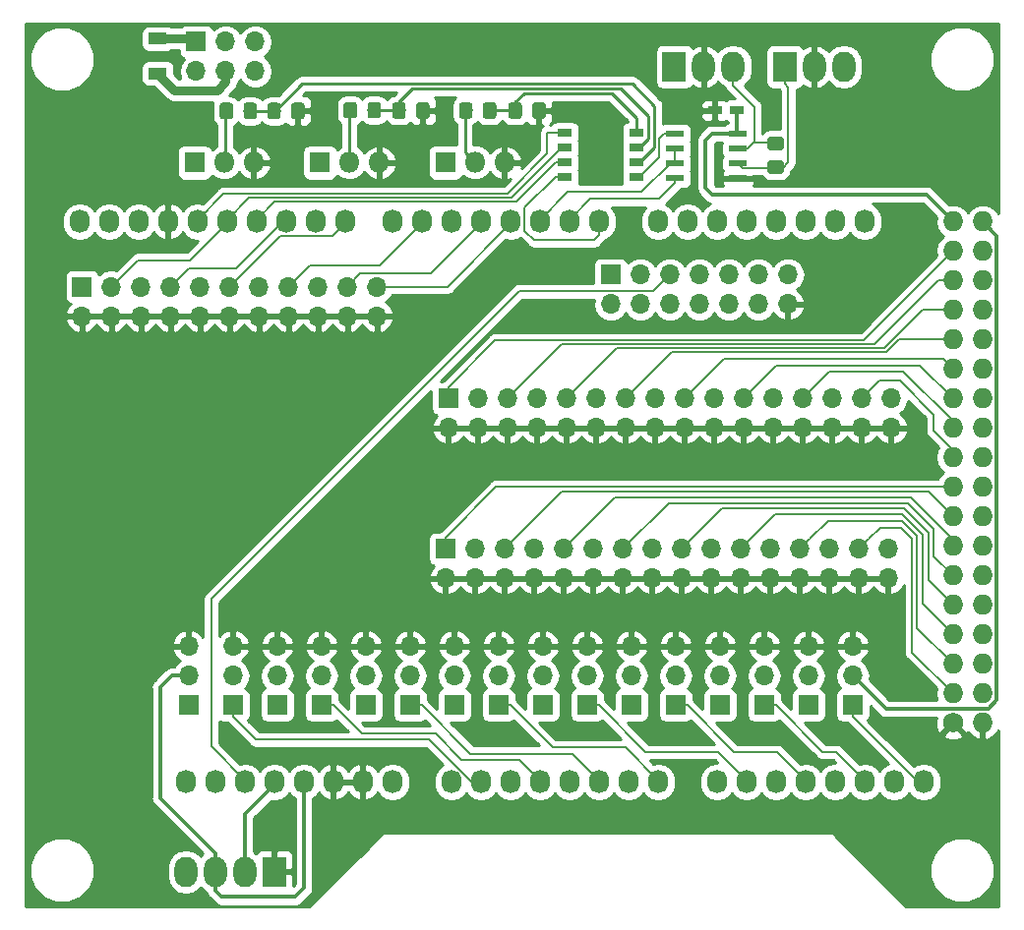
<source format=gtl>
G04 #@! TF.GenerationSoftware,KiCad,Pcbnew,(5.0.0)*
G04 #@! TF.CreationDate,2018-10-06T14:26:38-07:00*
G04 #@! TF.ProjectId,MEGA IO,4D45474120494F2E6B696361645F7063,-*
G04 #@! TF.SameCoordinates,Original*
G04 #@! TF.FileFunction,Copper,L1,Top,Signal*
G04 #@! TF.FilePolarity,Positive*
%FSLAX46Y46*%
G04 Gerber Fmt 4.6, Leading zero omitted, Abs format (unit mm)*
G04 Created by KiCad (PCBNEW (5.0.0)) date 10/06/18 14:26:38*
%MOMM*%
%LPD*%
G01*
G04 APERTURE LIST*
G04 #@! TA.AperFunction,ComponentPad*
%ADD10R,2.000000X2.600000*%
G04 #@! TD*
G04 #@! TA.AperFunction,ComponentPad*
%ADD11O,2.000000X2.600000*%
G04 #@! TD*
G04 #@! TA.AperFunction,SMDPad,CuDef*
%ADD12R,1.200000X0.750000*%
G04 #@! TD*
G04 #@! TA.AperFunction,SMDPad,CuDef*
%ADD13R,1.600000X1.000000*%
G04 #@! TD*
G04 #@! TA.AperFunction,ComponentPad*
%ADD14R,1.700000X1.700000*%
G04 #@! TD*
G04 #@! TA.AperFunction,ComponentPad*
%ADD15O,1.700000X1.700000*%
G04 #@! TD*
G04 #@! TA.AperFunction,SMDPad,CuDef*
%ADD16R,1.550000X0.600000*%
G04 #@! TD*
G04 #@! TA.AperFunction,ComponentPad*
%ADD17R,1.800000X1.800000*%
G04 #@! TD*
G04 #@! TA.AperFunction,ComponentPad*
%ADD18O,1.800000X1.800000*%
G04 #@! TD*
G04 #@! TA.AperFunction,ComponentPad*
%ADD19C,1.727200*%
G04 #@! TD*
G04 #@! TA.AperFunction,ComponentPad*
%ADD20O,1.727200X1.727200*%
G04 #@! TD*
G04 #@! TA.AperFunction,ComponentPad*
%ADD21O,1.727200X2.032000*%
G04 #@! TD*
G04 #@! TA.AperFunction,SMDPad,CuDef*
%ADD22R,1.250000X0.760000*%
G04 #@! TD*
G04 #@! TA.AperFunction,Conductor*
%ADD23C,0.100000*%
G04 #@! TD*
G04 #@! TA.AperFunction,SMDPad,CuDef*
%ADD24C,1.150000*%
G04 #@! TD*
G04 #@! TA.AperFunction,Conductor*
%ADD25C,0.152400*%
G04 #@! TD*
G04 #@! TA.AperFunction,Conductor*
%ADD26C,0.304800*%
G04 #@! TD*
G04 #@! TA.AperFunction,Conductor*
%ADD27C,0.762000*%
G04 #@! TD*
G04 #@! TA.AperFunction,Conductor*
%ADD28C,0.228600*%
G04 #@! TD*
G04 #@! TA.AperFunction,Conductor*
%ADD29C,0.254000*%
G04 #@! TD*
G04 APERTURE END LIST*
D10*
G04 #@! TO.P,J1,1*
G04 #@! TO.N,GND*
X136398000Y-126873000D03*
D11*
G04 #@! TO.P,J1,2*
G04 #@! TO.N,+3V3*
X133858000Y-126873000D03*
G04 #@! TO.P,J1,3*
G04 #@! TO.N,+5V*
X131318000Y-126873000D03*
G04 #@! TO.P,J1,4*
G04 #@! TO.N,+12V*
X128778000Y-126873000D03*
G04 #@! TD*
D12*
G04 #@! TO.P,C1,1*
G04 #@! TO.N,+5V*
X176200000Y-61306000D03*
G04 #@! TO.P,C1,2*
G04 #@! TO.N,GND*
X174300000Y-61306000D03*
G04 #@! TD*
D13*
G04 #@! TO.P,D2,1*
G04 #@! TO.N,+12V*
X126365000Y-55118000D03*
G04 #@! TO.P,D2,2*
G04 #@! TO.N,Net-(D2-Pad2)*
X126365000Y-58118000D03*
G04 #@! TD*
D14*
G04 #@! TO.P,J23,1*
G04 #@! TO.N,+12V*
X129667000Y-55372000D03*
D15*
G04 #@! TO.P,J23,2*
G04 #@! TO.N,Net-(D3-Pad2)*
X129667000Y-57912000D03*
G04 #@! TO.P,J23,3*
G04 #@! TO.N,+12V*
X132207000Y-55372000D03*
G04 #@! TO.P,J23,4*
G04 #@! TO.N,Net-(D2-Pad2)*
X132207000Y-57912000D03*
G04 #@! TO.P,J23,5*
G04 #@! TO.N,+12V*
X134747000Y-55372000D03*
G04 #@! TO.P,J23,6*
G04 #@! TO.N,Net-(D1-Pad2)*
X134747000Y-57912000D03*
G04 #@! TD*
D16*
G04 #@! TO.P,U1,1*
G04 #@! TO.N,/RX_ENABLE*
X170900000Y-63306000D03*
G04 #@! TO.P,U1,2*
G04 #@! TO.N,/2(\002A\002A)*
X170900000Y-64576000D03*
G04 #@! TO.P,U1,3*
X170900000Y-65846000D03*
G04 #@! TO.P,U1,4*
G04 #@! TO.N,/1(Tx0)*
X170900000Y-67116000D03*
G04 #@! TO.P,U1,5*
G04 #@! TO.N,GND*
X176300000Y-67116000D03*
G04 #@! TO.P,U1,6*
G04 #@! TO.N,Net-(J2-Pad1)*
X176300000Y-65846000D03*
G04 #@! TO.P,U1,7*
G04 #@! TO.N,Net-(J2-Pad3)*
X176300000Y-64576000D03*
G04 #@! TO.P,U1,8*
G04 #@! TO.N,+5V*
X176300000Y-63306000D03*
G04 #@! TD*
D17*
G04 #@! TO.P,Q2,1*
G04 #@! TO.N,Net-(D2-Pad2)*
X140335000Y-65786000D03*
D18*
G04 #@! TO.P,Q2,2*
G04 #@! TO.N,Net-(Q2-Pad2)*
X142875000Y-65786000D03*
G04 #@! TO.P,Q2,3*
G04 #@! TO.N,GND*
X145415000Y-65786000D03*
G04 #@! TD*
D19*
G04 #@! TO.P,P1,1*
G04 #@! TO.N,GND*
X194818000Y-114046000D03*
D20*
G04 #@! TO.P,P1,2*
X197358000Y-114046000D03*
G04 #@! TO.P,P1,3*
G04 #@! TO.N,/52(SCK)*
X194818000Y-111506000D03*
G04 #@! TO.P,P1,4*
G04 #@! TO.N,/53(SS)*
X197358000Y-111506000D03*
G04 #@! TO.P,P1,5*
G04 #@! TO.N,/50(MISO)*
X194818000Y-108966000D03*
G04 #@! TO.P,P1,6*
G04 #@! TO.N,/51(MOSI)*
X197358000Y-108966000D03*
G04 #@! TO.P,P1,7*
G04 #@! TO.N,/48*
X194818000Y-106426000D03*
G04 #@! TO.P,P1,8*
G04 #@! TO.N,/49*
X197358000Y-106426000D03*
G04 #@! TO.P,P1,9*
G04 #@! TO.N,/46*
X194818000Y-103886000D03*
G04 #@! TO.P,P1,10*
G04 #@! TO.N,/47*
X197358000Y-103886000D03*
G04 #@! TO.P,P1,11*
G04 #@! TO.N,/44*
X194818000Y-101346000D03*
G04 #@! TO.P,P1,12*
G04 #@! TO.N,/45*
X197358000Y-101346000D03*
G04 #@! TO.P,P1,13*
G04 #@! TO.N,/42*
X194818000Y-98806000D03*
G04 #@! TO.P,P1,14*
G04 #@! TO.N,/43*
X197358000Y-98806000D03*
G04 #@! TO.P,P1,15*
G04 #@! TO.N,/40*
X194818000Y-96266000D03*
G04 #@! TO.P,P1,16*
G04 #@! TO.N,/41*
X197358000Y-96266000D03*
G04 #@! TO.P,P1,17*
G04 #@! TO.N,/38*
X194818000Y-93726000D03*
G04 #@! TO.P,P1,18*
G04 #@! TO.N,/39*
X197358000Y-93726000D03*
G04 #@! TO.P,P1,19*
G04 #@! TO.N,/36*
X194818000Y-91186000D03*
G04 #@! TO.P,P1,20*
G04 #@! TO.N,/37*
X197358000Y-91186000D03*
G04 #@! TO.P,P1,21*
G04 #@! TO.N,/34*
X194818000Y-88646000D03*
G04 #@! TO.P,P1,22*
G04 #@! TO.N,/35*
X197358000Y-88646000D03*
G04 #@! TO.P,P1,23*
G04 #@! TO.N,/32*
X194818000Y-86106000D03*
G04 #@! TO.P,P1,24*
G04 #@! TO.N,/33*
X197358000Y-86106000D03*
G04 #@! TO.P,P1,25*
G04 #@! TO.N,/30*
X194818000Y-83566000D03*
G04 #@! TO.P,P1,26*
G04 #@! TO.N,/31*
X197358000Y-83566000D03*
G04 #@! TO.P,P1,27*
G04 #@! TO.N,/28*
X194818000Y-81026000D03*
G04 #@! TO.P,P1,28*
G04 #@! TO.N,/29*
X197358000Y-81026000D03*
G04 #@! TO.P,P1,29*
G04 #@! TO.N,/26*
X194818000Y-78486000D03*
G04 #@! TO.P,P1,30*
G04 #@! TO.N,/27*
X197358000Y-78486000D03*
G04 #@! TO.P,P1,31*
G04 #@! TO.N,/24*
X194818000Y-75946000D03*
G04 #@! TO.P,P1,32*
G04 #@! TO.N,/25*
X197358000Y-75946000D03*
G04 #@! TO.P,P1,33*
G04 #@! TO.N,/22*
X194818000Y-73406000D03*
G04 #@! TO.P,P1,34*
G04 #@! TO.N,/23*
X197358000Y-73406000D03*
G04 #@! TO.P,P1,35*
G04 #@! TO.N,+5V*
X194818000Y-70866000D03*
G04 #@! TO.P,P1,36*
X197358000Y-70866000D03*
G04 #@! TD*
D21*
G04 #@! TO.P,P2,1*
G04 #@! TO.N,Net-(P2-Pad1)*
X128778000Y-119126000D03*
G04 #@! TO.P,P2,2*
G04 #@! TO.N,/IOREF*
X131318000Y-119126000D03*
G04 #@! TO.P,P2,3*
G04 #@! TO.N,/Reset*
X133858000Y-119126000D03*
G04 #@! TO.P,P2,4*
G04 #@! TO.N,+3V3*
X136398000Y-119126000D03*
G04 #@! TO.P,P2,5*
G04 #@! TO.N,+5V*
X138938000Y-119126000D03*
G04 #@! TO.P,P2,6*
G04 #@! TO.N,GND*
X141478000Y-119126000D03*
G04 #@! TO.P,P2,7*
X144018000Y-119126000D03*
G04 #@! TO.P,P2,8*
G04 #@! TO.N,+12V*
X146558000Y-119126000D03*
G04 #@! TD*
G04 #@! TO.P,P3,1*
G04 #@! TO.N,/A0*
X151638000Y-119126000D03*
G04 #@! TO.P,P3,2*
G04 #@! TO.N,/A1*
X154178000Y-119126000D03*
G04 #@! TO.P,P3,3*
G04 #@! TO.N,/A2*
X156718000Y-119126000D03*
G04 #@! TO.P,P3,4*
G04 #@! TO.N,/A3*
X159258000Y-119126000D03*
G04 #@! TO.P,P3,5*
G04 #@! TO.N,/A4*
X161798000Y-119126000D03*
G04 #@! TO.P,P3,6*
G04 #@! TO.N,/A5*
X164338000Y-119126000D03*
G04 #@! TO.P,P3,7*
G04 #@! TO.N,/A6*
X166878000Y-119126000D03*
G04 #@! TO.P,P3,8*
G04 #@! TO.N,/A7*
X169418000Y-119126000D03*
G04 #@! TD*
G04 #@! TO.P,P4,1*
G04 #@! TO.N,/A8*
X174498000Y-119126000D03*
G04 #@! TO.P,P4,2*
G04 #@! TO.N,/A9*
X177038000Y-119126000D03*
G04 #@! TO.P,P4,3*
G04 #@! TO.N,/A10*
X179578000Y-119126000D03*
G04 #@! TO.P,P4,4*
G04 #@! TO.N,/A11*
X182118000Y-119126000D03*
G04 #@! TO.P,P4,5*
G04 #@! TO.N,/A12*
X184658000Y-119126000D03*
G04 #@! TO.P,P4,6*
G04 #@! TO.N,/A13*
X187198000Y-119126000D03*
G04 #@! TO.P,P4,7*
G04 #@! TO.N,/A14*
X189738000Y-119126000D03*
G04 #@! TO.P,P4,8*
G04 #@! TO.N,/A15*
X192278000Y-119126000D03*
G04 #@! TD*
G04 #@! TO.P,P5,1*
G04 #@! TO.N,/SCL*
X119634000Y-70866000D03*
G04 #@! TO.P,P5,2*
G04 #@! TO.N,/SDA*
X122174000Y-70866000D03*
G04 #@! TO.P,P5,3*
G04 #@! TO.N,/AREF*
X124714000Y-70866000D03*
G04 #@! TO.P,P5,4*
G04 #@! TO.N,GND*
X127254000Y-70866000D03*
G04 #@! TO.P,P5,5*
G04 #@! TO.N,/13(\002A\002A)*
X129794000Y-70866000D03*
G04 #@! TO.P,P5,6*
G04 #@! TO.N,/12(\002A\002A)*
X132334000Y-70866000D03*
G04 #@! TO.P,P5,7*
G04 #@! TO.N,/11(\002A\002A)*
X134874000Y-70866000D03*
G04 #@! TO.P,P5,8*
G04 #@! TO.N,/10(\002A\002A)*
X137414000Y-70866000D03*
G04 #@! TO.P,P5,9*
G04 #@! TO.N,/9(\002A\002A)*
X139954000Y-70866000D03*
G04 #@! TO.P,P5,10*
G04 #@! TO.N,/8(\002A\002A)*
X142494000Y-70866000D03*
G04 #@! TD*
G04 #@! TO.P,P6,1*
G04 #@! TO.N,/7(\002A\002A)*
X146558000Y-70866000D03*
G04 #@! TO.P,P6,2*
G04 #@! TO.N,/6(\002A\002A)*
X149098000Y-70866000D03*
G04 #@! TO.P,P6,3*
G04 #@! TO.N,/5(\002A\002A)*
X151638000Y-70866000D03*
G04 #@! TO.P,P6,4*
G04 #@! TO.N,/4(\002A\002A)*
X154178000Y-70866000D03*
G04 #@! TO.P,P6,5*
G04 #@! TO.N,/3(\002A\002A)*
X156718000Y-70866000D03*
G04 #@! TO.P,P6,6*
G04 #@! TO.N,/2(\002A\002A)*
X159258000Y-70866000D03*
G04 #@! TO.P,P6,7*
G04 #@! TO.N,/1(Tx0)*
X161798000Y-70866000D03*
G04 #@! TO.P,P6,8*
G04 #@! TO.N,/0(Rx0)*
X164338000Y-70866000D03*
G04 #@! TD*
G04 #@! TO.P,P7,1*
G04 #@! TO.N,/14(Tx3)*
X169418000Y-70866000D03*
G04 #@! TO.P,P7,2*
G04 #@! TO.N,/15(Rx3)*
X171958000Y-70866000D03*
G04 #@! TO.P,P7,3*
G04 #@! TO.N,/16(Tx2)*
X174498000Y-70866000D03*
G04 #@! TO.P,P7,4*
G04 #@! TO.N,/17(Rx2)*
X177038000Y-70866000D03*
G04 #@! TO.P,P7,5*
G04 #@! TO.N,/18(Tx1)*
X179578000Y-70866000D03*
G04 #@! TO.P,P7,6*
G04 #@! TO.N,/19(Rx1)*
X182118000Y-70866000D03*
G04 #@! TO.P,P7,7*
G04 #@! TO.N,/20(SDA)*
X184658000Y-70866000D03*
G04 #@! TO.P,P7,8*
G04 #@! TO.N,/21(SCL)*
X187198000Y-70866000D03*
G04 #@! TD*
D10*
G04 #@! TO.P,J2,1*
G04 #@! TO.N,Net-(J2-Pad1)*
X170815000Y-57531000D03*
D11*
G04 #@! TO.P,J2,2*
G04 #@! TO.N,GND*
X173355000Y-57531000D03*
G04 #@! TO.P,J2,3*
G04 #@! TO.N,Net-(J2-Pad3)*
X175895000Y-57531000D03*
G04 #@! TD*
D10*
G04 #@! TO.P,J3,1*
G04 #@! TO.N,Net-(J2-Pad1)*
X180340000Y-57531000D03*
D11*
G04 #@! TO.P,J3,2*
G04 #@! TO.N,GND*
X182880000Y-57531000D03*
G04 #@! TO.P,J3,3*
G04 #@! TO.N,Net-(J2-Pad3)*
X185420000Y-57531000D03*
G04 #@! TD*
D17*
G04 #@! TO.P,Q1,1*
G04 #@! TO.N,Net-(D3-Pad2)*
X129540000Y-65786000D03*
D18*
G04 #@! TO.P,Q1,2*
G04 #@! TO.N,Net-(Q1-Pad2)*
X132080000Y-65786000D03*
G04 #@! TO.P,Q1,3*
G04 #@! TO.N,GND*
X134620000Y-65786000D03*
G04 #@! TD*
D17*
G04 #@! TO.P,Q3,1*
G04 #@! TO.N,Net-(D1-Pad2)*
X151130000Y-65786000D03*
D18*
G04 #@! TO.P,Q3,2*
G04 #@! TO.N,Net-(Q3-Pad2)*
X153670000Y-65786000D03*
G04 #@! TO.P,Q3,3*
G04 #@! TO.N,GND*
X156210000Y-65786000D03*
G04 #@! TD*
D22*
G04 #@! TO.P,SW1,1*
G04 #@! TO.N,/RX_ENABLE*
X167540000Y-67056000D03*
G04 #@! TO.P,SW1,5*
G04 #@! TO.N,/13(\002A\002A)*
X161390000Y-63246000D03*
G04 #@! TO.P,SW1,2*
G04 #@! TO.N,Net-(R2-Pad1)*
X167540000Y-65786000D03*
G04 #@! TO.P,SW1,6*
G04 #@! TO.N,/12(\002A\002A)*
X161390000Y-64516000D03*
G04 #@! TO.P,SW1,3*
G04 #@! TO.N,Net-(R4-Pad1)*
X167540000Y-64516000D03*
G04 #@! TO.P,SW1,7*
G04 #@! TO.N,/11(\002A\002A)*
X161390000Y-65786000D03*
G04 #@! TO.P,SW1,4*
G04 #@! TO.N,Net-(R6-Pad1)*
X167540000Y-63246000D03*
G04 #@! TO.P,SW1,8*
G04 #@! TO.N,/0(Rx0)*
X161390000Y-67056000D03*
G04 #@! TD*
D14*
G04 #@! TO.P,J4,1*
G04 #@! TO.N,/13(\002A\002A)*
X119840000Y-76470000D03*
D15*
G04 #@! TO.P,J4,2*
G04 #@! TO.N,GND*
X119840000Y-79010000D03*
G04 #@! TO.P,J4,3*
G04 #@! TO.N,/12(\002A\002A)*
X122380000Y-76470000D03*
G04 #@! TO.P,J4,4*
G04 #@! TO.N,GND*
X122380000Y-79010000D03*
G04 #@! TO.P,J4,5*
G04 #@! TO.N,/11(\002A\002A)*
X124920000Y-76470000D03*
G04 #@! TO.P,J4,6*
G04 #@! TO.N,GND*
X124920000Y-79010000D03*
G04 #@! TO.P,J4,7*
G04 #@! TO.N,/10(\002A\002A)*
X127460000Y-76470000D03*
G04 #@! TO.P,J4,8*
G04 #@! TO.N,GND*
X127460000Y-79010000D03*
G04 #@! TO.P,J4,9*
G04 #@! TO.N,/9(\002A\002A)*
X130000000Y-76470000D03*
G04 #@! TO.P,J4,10*
G04 #@! TO.N,GND*
X130000000Y-79010000D03*
G04 #@! TO.P,J4,11*
G04 #@! TO.N,/8(\002A\002A)*
X132540000Y-76470000D03*
G04 #@! TO.P,J4,12*
G04 #@! TO.N,GND*
X132540000Y-79010000D03*
G04 #@! TO.P,J4,13*
G04 #@! TO.N,/7(\002A\002A)*
X135080000Y-76470000D03*
G04 #@! TO.P,J4,14*
G04 #@! TO.N,GND*
X135080000Y-79010000D03*
G04 #@! TO.P,J4,15*
G04 #@! TO.N,/6(\002A\002A)*
X137620000Y-76470000D03*
G04 #@! TO.P,J4,16*
G04 #@! TO.N,GND*
X137620000Y-79010000D03*
G04 #@! TO.P,J4,17*
G04 #@! TO.N,/5(\002A\002A)*
X140160000Y-76470000D03*
G04 #@! TO.P,J4,18*
G04 #@! TO.N,GND*
X140160000Y-79010000D03*
G04 #@! TO.P,J4,19*
G04 #@! TO.N,/4(\002A\002A)*
X142700000Y-76470000D03*
G04 #@! TO.P,J4,20*
G04 #@! TO.N,GND*
X142700000Y-79010000D03*
G04 #@! TO.P,J4,21*
G04 #@! TO.N,/3(\002A\002A)*
X145240000Y-76470000D03*
G04 #@! TO.P,J4,22*
G04 #@! TO.N,GND*
X145240000Y-79010000D03*
G04 #@! TD*
D14*
G04 #@! TO.P,J5,1*
G04 #@! TO.N,/22*
X151384000Y-86106000D03*
D15*
G04 #@! TO.P,J5,2*
G04 #@! TO.N,GND*
X151384000Y-88646000D03*
G04 #@! TO.P,J5,3*
G04 #@! TO.N,/23*
X153924000Y-86106000D03*
G04 #@! TO.P,J5,4*
G04 #@! TO.N,GND*
X153924000Y-88646000D03*
G04 #@! TO.P,J5,5*
G04 #@! TO.N,/24*
X156464000Y-86106000D03*
G04 #@! TO.P,J5,6*
G04 #@! TO.N,GND*
X156464000Y-88646000D03*
G04 #@! TO.P,J5,7*
G04 #@! TO.N,/25*
X159004000Y-86106000D03*
G04 #@! TO.P,J5,8*
G04 #@! TO.N,GND*
X159004000Y-88646000D03*
G04 #@! TO.P,J5,9*
G04 #@! TO.N,/26*
X161544000Y-86106000D03*
G04 #@! TO.P,J5,10*
G04 #@! TO.N,GND*
X161544000Y-88646000D03*
G04 #@! TO.P,J5,11*
G04 #@! TO.N,/27*
X164084000Y-86106000D03*
G04 #@! TO.P,J5,12*
G04 #@! TO.N,GND*
X164084000Y-88646000D03*
G04 #@! TO.P,J5,13*
G04 #@! TO.N,/28*
X166624000Y-86106000D03*
G04 #@! TO.P,J5,14*
G04 #@! TO.N,GND*
X166624000Y-88646000D03*
G04 #@! TO.P,J5,15*
G04 #@! TO.N,/29*
X169164000Y-86106000D03*
G04 #@! TO.P,J5,16*
G04 #@! TO.N,GND*
X169164000Y-88646000D03*
G04 #@! TO.P,J5,17*
G04 #@! TO.N,/30*
X171704000Y-86106000D03*
G04 #@! TO.P,J5,18*
G04 #@! TO.N,GND*
X171704000Y-88646000D03*
G04 #@! TO.P,J5,19*
G04 #@! TO.N,/31*
X174244000Y-86106000D03*
G04 #@! TO.P,J5,20*
G04 #@! TO.N,GND*
X174244000Y-88646000D03*
G04 #@! TO.P,J5,21*
G04 #@! TO.N,/32*
X176784000Y-86106000D03*
G04 #@! TO.P,J5,22*
G04 #@! TO.N,GND*
X176784000Y-88646000D03*
G04 #@! TO.P,J5,23*
G04 #@! TO.N,/33*
X179324000Y-86106000D03*
G04 #@! TO.P,J5,24*
G04 #@! TO.N,GND*
X179324000Y-88646000D03*
G04 #@! TO.P,J5,25*
G04 #@! TO.N,/34*
X181864000Y-86106000D03*
G04 #@! TO.P,J5,26*
G04 #@! TO.N,GND*
X181864000Y-88646000D03*
G04 #@! TO.P,J5,27*
G04 #@! TO.N,/35*
X184404000Y-86106000D03*
G04 #@! TO.P,J5,28*
G04 #@! TO.N,GND*
X184404000Y-88646000D03*
G04 #@! TO.P,J5,29*
G04 #@! TO.N,/36*
X186944000Y-86106000D03*
G04 #@! TO.P,J5,30*
G04 #@! TO.N,GND*
X186944000Y-88646000D03*
G04 #@! TO.P,J5,31*
G04 #@! TO.N,/37*
X189484000Y-86106000D03*
G04 #@! TO.P,J5,32*
G04 #@! TO.N,GND*
X189484000Y-88646000D03*
G04 #@! TD*
D14*
G04 #@! TO.P,J6,1*
G04 #@! TO.N,/38*
X151130000Y-99060000D03*
D15*
G04 #@! TO.P,J6,2*
G04 #@! TO.N,GND*
X151130000Y-101600000D03*
G04 #@! TO.P,J6,3*
G04 #@! TO.N,/39*
X153670000Y-99060000D03*
G04 #@! TO.P,J6,4*
G04 #@! TO.N,GND*
X153670000Y-101600000D03*
G04 #@! TO.P,J6,5*
G04 #@! TO.N,/40*
X156210000Y-99060000D03*
G04 #@! TO.P,J6,6*
G04 #@! TO.N,GND*
X156210000Y-101600000D03*
G04 #@! TO.P,J6,7*
G04 #@! TO.N,/41*
X158750000Y-99060000D03*
G04 #@! TO.P,J6,8*
G04 #@! TO.N,GND*
X158750000Y-101600000D03*
G04 #@! TO.P,J6,9*
G04 #@! TO.N,/42*
X161290000Y-99060000D03*
G04 #@! TO.P,J6,10*
G04 #@! TO.N,GND*
X161290000Y-101600000D03*
G04 #@! TO.P,J6,11*
G04 #@! TO.N,/43*
X163830000Y-99060000D03*
G04 #@! TO.P,J6,12*
G04 #@! TO.N,GND*
X163830000Y-101600000D03*
G04 #@! TO.P,J6,13*
G04 #@! TO.N,/44*
X166370000Y-99060000D03*
G04 #@! TO.P,J6,14*
G04 #@! TO.N,GND*
X166370000Y-101600000D03*
G04 #@! TO.P,J6,15*
G04 #@! TO.N,/45*
X168910000Y-99060000D03*
G04 #@! TO.P,J6,16*
G04 #@! TO.N,GND*
X168910000Y-101600000D03*
G04 #@! TO.P,J6,17*
G04 #@! TO.N,/46*
X171450000Y-99060000D03*
G04 #@! TO.P,J6,18*
G04 #@! TO.N,GND*
X171450000Y-101600000D03*
G04 #@! TO.P,J6,19*
G04 #@! TO.N,/47*
X173990000Y-99060000D03*
G04 #@! TO.P,J6,20*
G04 #@! TO.N,GND*
X173990000Y-101600000D03*
G04 #@! TO.P,J6,21*
G04 #@! TO.N,/48*
X176530000Y-99060000D03*
G04 #@! TO.P,J6,22*
G04 #@! TO.N,GND*
X176530000Y-101600000D03*
G04 #@! TO.P,J6,23*
G04 #@! TO.N,/49*
X179070000Y-99060000D03*
G04 #@! TO.P,J6,24*
G04 #@! TO.N,GND*
X179070000Y-101600000D03*
G04 #@! TO.P,J6,25*
G04 #@! TO.N,/50(MISO)*
X181610000Y-99060000D03*
G04 #@! TO.P,J6,26*
G04 #@! TO.N,GND*
X181610000Y-101600000D03*
G04 #@! TO.P,J6,27*
G04 #@! TO.N,/51(MOSI)*
X184150000Y-99060000D03*
G04 #@! TO.P,J6,28*
G04 #@! TO.N,GND*
X184150000Y-101600000D03*
G04 #@! TO.P,J6,29*
G04 #@! TO.N,/52(SCK)*
X186690000Y-99060000D03*
G04 #@! TO.P,J6,30*
G04 #@! TO.N,GND*
X186690000Y-101600000D03*
G04 #@! TO.P,J6,31*
G04 #@! TO.N,/53(SS)*
X189230000Y-99060000D03*
G04 #@! TO.P,J6,32*
G04 #@! TO.N,GND*
X189230000Y-101600000D03*
G04 #@! TD*
D14*
G04 #@! TO.P,J7,1*
G04 #@! TO.N,/A0*
X129032000Y-112522000D03*
D15*
G04 #@! TO.P,J7,2*
G04 #@! TO.N,+5V*
X129032000Y-109982000D03*
G04 #@! TO.P,J7,3*
G04 #@! TO.N,GND*
X129032000Y-107442000D03*
G04 #@! TD*
D14*
G04 #@! TO.P,J8,1*
G04 #@! TO.N,/A1*
X132842000Y-112522000D03*
D15*
G04 #@! TO.P,J8,2*
G04 #@! TO.N,+5V*
X132842000Y-109982000D03*
G04 #@! TO.P,J8,3*
G04 #@! TO.N,GND*
X132842000Y-107442000D03*
G04 #@! TD*
D14*
G04 #@! TO.P,J9,1*
G04 #@! TO.N,/A2*
X136652000Y-112522000D03*
D15*
G04 #@! TO.P,J9,2*
G04 #@! TO.N,+5V*
X136652000Y-109982000D03*
G04 #@! TO.P,J9,3*
G04 #@! TO.N,GND*
X136652000Y-107442000D03*
G04 #@! TD*
D14*
G04 #@! TO.P,J10,1*
G04 #@! TO.N,/A3*
X140462000Y-112522000D03*
D15*
G04 #@! TO.P,J10,2*
G04 #@! TO.N,+5V*
X140462000Y-109982000D03*
G04 #@! TO.P,J10,3*
G04 #@! TO.N,GND*
X140462000Y-107442000D03*
G04 #@! TD*
D14*
G04 #@! TO.P,J11,1*
G04 #@! TO.N,/A4*
X144272000Y-112522000D03*
D15*
G04 #@! TO.P,J11,2*
G04 #@! TO.N,+5V*
X144272000Y-109982000D03*
G04 #@! TO.P,J11,3*
G04 #@! TO.N,GND*
X144272000Y-107442000D03*
G04 #@! TD*
D14*
G04 #@! TO.P,J12,1*
G04 #@! TO.N,/A5*
X148082000Y-112522000D03*
D15*
G04 #@! TO.P,J12,2*
G04 #@! TO.N,+5V*
X148082000Y-109982000D03*
G04 #@! TO.P,J12,3*
G04 #@! TO.N,GND*
X148082000Y-107442000D03*
G04 #@! TD*
D14*
G04 #@! TO.P,J13,1*
G04 #@! TO.N,/A6*
X151892000Y-112522000D03*
D15*
G04 #@! TO.P,J13,2*
G04 #@! TO.N,+5V*
X151892000Y-109982000D03*
G04 #@! TO.P,J13,3*
G04 #@! TO.N,GND*
X151892000Y-107442000D03*
G04 #@! TD*
D14*
G04 #@! TO.P,J14,1*
G04 #@! TO.N,/A7*
X155702000Y-112522000D03*
D15*
G04 #@! TO.P,J14,2*
G04 #@! TO.N,+5V*
X155702000Y-109982000D03*
G04 #@! TO.P,J14,3*
G04 #@! TO.N,GND*
X155702000Y-107442000D03*
G04 #@! TD*
D14*
G04 #@! TO.P,J15,1*
G04 #@! TO.N,/A8*
X159512000Y-112522000D03*
D15*
G04 #@! TO.P,J15,2*
G04 #@! TO.N,+5V*
X159512000Y-109982000D03*
G04 #@! TO.P,J15,3*
G04 #@! TO.N,GND*
X159512000Y-107442000D03*
G04 #@! TD*
D14*
G04 #@! TO.P,J16,1*
G04 #@! TO.N,/A9*
X163322000Y-112522000D03*
D15*
G04 #@! TO.P,J16,2*
G04 #@! TO.N,+5V*
X163322000Y-109982000D03*
G04 #@! TO.P,J16,3*
G04 #@! TO.N,GND*
X163322000Y-107442000D03*
G04 #@! TD*
D14*
G04 #@! TO.P,J17,1*
G04 #@! TO.N,/A10*
X167132000Y-112522000D03*
D15*
G04 #@! TO.P,J17,2*
G04 #@! TO.N,+5V*
X167132000Y-109982000D03*
G04 #@! TO.P,J17,3*
G04 #@! TO.N,GND*
X167132000Y-107442000D03*
G04 #@! TD*
D14*
G04 #@! TO.P,J18,1*
G04 #@! TO.N,/A11*
X170942000Y-112522000D03*
D15*
G04 #@! TO.P,J18,2*
G04 #@! TO.N,+5V*
X170942000Y-109982000D03*
G04 #@! TO.P,J18,3*
G04 #@! TO.N,GND*
X170942000Y-107442000D03*
G04 #@! TD*
D14*
G04 #@! TO.P,J19,1*
G04 #@! TO.N,/A12*
X174752000Y-112522000D03*
D15*
G04 #@! TO.P,J19,2*
G04 #@! TO.N,+5V*
X174752000Y-109982000D03*
G04 #@! TO.P,J19,3*
G04 #@! TO.N,GND*
X174752000Y-107442000D03*
G04 #@! TD*
D14*
G04 #@! TO.P,J20,1*
G04 #@! TO.N,/A13*
X178562000Y-112522000D03*
D15*
G04 #@! TO.P,J20,2*
G04 #@! TO.N,+5V*
X178562000Y-109982000D03*
G04 #@! TO.P,J20,3*
G04 #@! TO.N,GND*
X178562000Y-107442000D03*
G04 #@! TD*
D14*
G04 #@! TO.P,J21,1*
G04 #@! TO.N,/A14*
X182372000Y-112522000D03*
D15*
G04 #@! TO.P,J21,2*
G04 #@! TO.N,+5V*
X182372000Y-109982000D03*
G04 #@! TO.P,J21,3*
G04 #@! TO.N,GND*
X182372000Y-107442000D03*
G04 #@! TD*
D14*
G04 #@! TO.P,J22,1*
G04 #@! TO.N,/A15*
X186182000Y-112522000D03*
D15*
G04 #@! TO.P,J22,2*
G04 #@! TO.N,+5V*
X186182000Y-109982000D03*
G04 #@! TO.P,J22,3*
G04 #@! TO.N,GND*
X186182000Y-107442000D03*
G04 #@! TD*
D14*
G04 #@! TO.P,J24,1*
G04 #@! TO.N,/SCL*
X165354000Y-75438000D03*
D15*
G04 #@! TO.P,J24,2*
G04 #@! TO.N,/SDA*
X165354000Y-77978000D03*
G04 #@! TO.P,J24,3*
G04 #@! TO.N,/AREF*
X167894000Y-75438000D03*
G04 #@! TO.P,J24,4*
G04 #@! TO.N,/IOREF*
X167894000Y-77978000D03*
G04 #@! TO.P,J24,5*
G04 #@! TO.N,/Reset*
X170434000Y-75438000D03*
G04 #@! TO.P,J24,6*
G04 #@! TO.N,/14(Tx3)*
X170434000Y-77978000D03*
G04 #@! TO.P,J24,7*
G04 #@! TO.N,/15(Rx3)*
X172974000Y-75438000D03*
G04 #@! TO.P,J24,8*
G04 #@! TO.N,/16(Tx2)*
X172974000Y-77978000D03*
G04 #@! TO.P,J24,9*
G04 #@! TO.N,/17(Rx2)*
X175514000Y-75438000D03*
G04 #@! TO.P,J24,10*
G04 #@! TO.N,/18(Tx1)*
X175514000Y-77978000D03*
G04 #@! TO.P,J24,11*
G04 #@! TO.N,/19(Rx1)*
X178054000Y-75438000D03*
G04 #@! TO.P,J24,12*
G04 #@! TO.N,/20(SDA)*
X178054000Y-77978000D03*
G04 #@! TO.P,J24,13*
G04 #@! TO.N,/21(SCL)*
X180594000Y-75438000D03*
G04 #@! TO.P,J24,14*
G04 #@! TO.N,GND*
X180594000Y-77978000D03*
G04 #@! TD*
D23*
G04 #@! TO.N,Net-(J2-Pad3)*
G04 #@! TO.C,R1*
G36*
X180024505Y-63557204D02*
X180048773Y-63560804D01*
X180072572Y-63566765D01*
X180095671Y-63575030D01*
X180117850Y-63585520D01*
X180138893Y-63598132D01*
X180158599Y-63612747D01*
X180176777Y-63629223D01*
X180193253Y-63647401D01*
X180207868Y-63667107D01*
X180220480Y-63688150D01*
X180230970Y-63710329D01*
X180239235Y-63733428D01*
X180245196Y-63757227D01*
X180248796Y-63781495D01*
X180250000Y-63805999D01*
X180250000Y-64456001D01*
X180248796Y-64480505D01*
X180245196Y-64504773D01*
X180239235Y-64528572D01*
X180230970Y-64551671D01*
X180220480Y-64573850D01*
X180207868Y-64594893D01*
X180193253Y-64614599D01*
X180176777Y-64632777D01*
X180158599Y-64649253D01*
X180138893Y-64663868D01*
X180117850Y-64676480D01*
X180095671Y-64686970D01*
X180072572Y-64695235D01*
X180048773Y-64701196D01*
X180024505Y-64704796D01*
X180000001Y-64706000D01*
X179099999Y-64706000D01*
X179075495Y-64704796D01*
X179051227Y-64701196D01*
X179027428Y-64695235D01*
X179004329Y-64686970D01*
X178982150Y-64676480D01*
X178961107Y-64663868D01*
X178941401Y-64649253D01*
X178923223Y-64632777D01*
X178906747Y-64614599D01*
X178892132Y-64594893D01*
X178879520Y-64573850D01*
X178869030Y-64551671D01*
X178860765Y-64528572D01*
X178854804Y-64504773D01*
X178851204Y-64480505D01*
X178850000Y-64456001D01*
X178850000Y-63805999D01*
X178851204Y-63781495D01*
X178854804Y-63757227D01*
X178860765Y-63733428D01*
X178869030Y-63710329D01*
X178879520Y-63688150D01*
X178892132Y-63667107D01*
X178906747Y-63647401D01*
X178923223Y-63629223D01*
X178941401Y-63612747D01*
X178961107Y-63598132D01*
X178982150Y-63585520D01*
X179004329Y-63575030D01*
X179027428Y-63566765D01*
X179051227Y-63560804D01*
X179075495Y-63557204D01*
X179099999Y-63556000D01*
X180000001Y-63556000D01*
X180024505Y-63557204D01*
X180024505Y-63557204D01*
G37*
D24*
G04 #@! TD*
G04 #@! TO.P,R1,1*
G04 #@! TO.N,Net-(J2-Pad3)*
X179550000Y-64131000D03*
D23*
G04 #@! TO.N,Net-(J2-Pad1)*
G04 #@! TO.C,R1*
G36*
X180024505Y-65607204D02*
X180048773Y-65610804D01*
X180072572Y-65616765D01*
X180095671Y-65625030D01*
X180117850Y-65635520D01*
X180138893Y-65648132D01*
X180158599Y-65662747D01*
X180176777Y-65679223D01*
X180193253Y-65697401D01*
X180207868Y-65717107D01*
X180220480Y-65738150D01*
X180230970Y-65760329D01*
X180239235Y-65783428D01*
X180245196Y-65807227D01*
X180248796Y-65831495D01*
X180250000Y-65855999D01*
X180250000Y-66506001D01*
X180248796Y-66530505D01*
X180245196Y-66554773D01*
X180239235Y-66578572D01*
X180230970Y-66601671D01*
X180220480Y-66623850D01*
X180207868Y-66644893D01*
X180193253Y-66664599D01*
X180176777Y-66682777D01*
X180158599Y-66699253D01*
X180138893Y-66713868D01*
X180117850Y-66726480D01*
X180095671Y-66736970D01*
X180072572Y-66745235D01*
X180048773Y-66751196D01*
X180024505Y-66754796D01*
X180000001Y-66756000D01*
X179099999Y-66756000D01*
X179075495Y-66754796D01*
X179051227Y-66751196D01*
X179027428Y-66745235D01*
X179004329Y-66736970D01*
X178982150Y-66726480D01*
X178961107Y-66713868D01*
X178941401Y-66699253D01*
X178923223Y-66682777D01*
X178906747Y-66664599D01*
X178892132Y-66644893D01*
X178879520Y-66623850D01*
X178869030Y-66601671D01*
X178860765Y-66578572D01*
X178854804Y-66554773D01*
X178851204Y-66530505D01*
X178850000Y-66506001D01*
X178850000Y-65855999D01*
X178851204Y-65831495D01*
X178854804Y-65807227D01*
X178860765Y-65783428D01*
X178869030Y-65760329D01*
X178879520Y-65738150D01*
X178892132Y-65717107D01*
X178906747Y-65697401D01*
X178923223Y-65679223D01*
X178941401Y-65662747D01*
X178961107Y-65648132D01*
X178982150Y-65635520D01*
X179004329Y-65625030D01*
X179027428Y-65616765D01*
X179051227Y-65610804D01*
X179075495Y-65607204D01*
X179099999Y-65606000D01*
X180000001Y-65606000D01*
X180024505Y-65607204D01*
X180024505Y-65607204D01*
G37*
D24*
G04 #@! TD*
G04 #@! TO.P,R1,2*
G04 #@! TO.N,Net-(J2-Pad1)*
X179550000Y-66181000D03*
D23*
G04 #@! TO.N,Net-(Q1-Pad2)*
G04 #@! TO.C,R2*
G36*
X132615650Y-60634521D02*
X132639918Y-60638121D01*
X132663717Y-60644082D01*
X132686816Y-60652347D01*
X132708995Y-60662837D01*
X132730038Y-60675449D01*
X132749744Y-60690064D01*
X132767922Y-60706540D01*
X132784398Y-60724718D01*
X132799013Y-60744424D01*
X132811625Y-60765467D01*
X132822115Y-60787646D01*
X132830380Y-60810745D01*
X132836341Y-60834544D01*
X132839941Y-60858812D01*
X132841145Y-60883316D01*
X132841145Y-61783318D01*
X132839941Y-61807822D01*
X132836341Y-61832090D01*
X132830380Y-61855889D01*
X132822115Y-61878988D01*
X132811625Y-61901167D01*
X132799013Y-61922210D01*
X132784398Y-61941916D01*
X132767922Y-61960094D01*
X132749744Y-61976570D01*
X132730038Y-61991185D01*
X132708995Y-62003797D01*
X132686816Y-62014287D01*
X132663717Y-62022552D01*
X132639918Y-62028513D01*
X132615650Y-62032113D01*
X132591146Y-62033317D01*
X131941144Y-62033317D01*
X131916640Y-62032113D01*
X131892372Y-62028513D01*
X131868573Y-62022552D01*
X131845474Y-62014287D01*
X131823295Y-62003797D01*
X131802252Y-61991185D01*
X131782546Y-61976570D01*
X131764368Y-61960094D01*
X131747892Y-61941916D01*
X131733277Y-61922210D01*
X131720665Y-61901167D01*
X131710175Y-61878988D01*
X131701910Y-61855889D01*
X131695949Y-61832090D01*
X131692349Y-61807822D01*
X131691145Y-61783318D01*
X131691145Y-60883316D01*
X131692349Y-60858812D01*
X131695949Y-60834544D01*
X131701910Y-60810745D01*
X131710175Y-60787646D01*
X131720665Y-60765467D01*
X131733277Y-60744424D01*
X131747892Y-60724718D01*
X131764368Y-60706540D01*
X131782546Y-60690064D01*
X131802252Y-60675449D01*
X131823295Y-60662837D01*
X131845474Y-60652347D01*
X131868573Y-60644082D01*
X131892372Y-60638121D01*
X131916640Y-60634521D01*
X131941144Y-60633317D01*
X132591146Y-60633317D01*
X132615650Y-60634521D01*
X132615650Y-60634521D01*
G37*
D24*
G04 #@! TD*
G04 #@! TO.P,R2,2*
G04 #@! TO.N,Net-(Q1-Pad2)*
X132266145Y-61333317D03*
D23*
G04 #@! TO.N,Net-(R2-Pad1)*
G04 #@! TO.C,R2*
G36*
X134665650Y-60634521D02*
X134689918Y-60638121D01*
X134713717Y-60644082D01*
X134736816Y-60652347D01*
X134758995Y-60662837D01*
X134780038Y-60675449D01*
X134799744Y-60690064D01*
X134817922Y-60706540D01*
X134834398Y-60724718D01*
X134849013Y-60744424D01*
X134861625Y-60765467D01*
X134872115Y-60787646D01*
X134880380Y-60810745D01*
X134886341Y-60834544D01*
X134889941Y-60858812D01*
X134891145Y-60883316D01*
X134891145Y-61783318D01*
X134889941Y-61807822D01*
X134886341Y-61832090D01*
X134880380Y-61855889D01*
X134872115Y-61878988D01*
X134861625Y-61901167D01*
X134849013Y-61922210D01*
X134834398Y-61941916D01*
X134817922Y-61960094D01*
X134799744Y-61976570D01*
X134780038Y-61991185D01*
X134758995Y-62003797D01*
X134736816Y-62014287D01*
X134713717Y-62022552D01*
X134689918Y-62028513D01*
X134665650Y-62032113D01*
X134641146Y-62033317D01*
X133991144Y-62033317D01*
X133966640Y-62032113D01*
X133942372Y-62028513D01*
X133918573Y-62022552D01*
X133895474Y-62014287D01*
X133873295Y-62003797D01*
X133852252Y-61991185D01*
X133832546Y-61976570D01*
X133814368Y-61960094D01*
X133797892Y-61941916D01*
X133783277Y-61922210D01*
X133770665Y-61901167D01*
X133760175Y-61878988D01*
X133751910Y-61855889D01*
X133745949Y-61832090D01*
X133742349Y-61807822D01*
X133741145Y-61783318D01*
X133741145Y-60883316D01*
X133742349Y-60858812D01*
X133745949Y-60834544D01*
X133751910Y-60810745D01*
X133760175Y-60787646D01*
X133770665Y-60765467D01*
X133783277Y-60744424D01*
X133797892Y-60724718D01*
X133814368Y-60706540D01*
X133832546Y-60690064D01*
X133852252Y-60675449D01*
X133873295Y-60662837D01*
X133895474Y-60652347D01*
X133918573Y-60644082D01*
X133942372Y-60638121D01*
X133966640Y-60634521D01*
X133991144Y-60633317D01*
X134641146Y-60633317D01*
X134665650Y-60634521D01*
X134665650Y-60634521D01*
G37*
D24*
G04 #@! TD*
G04 #@! TO.P,R2,1*
G04 #@! TO.N,Net-(R2-Pad1)*
X134316145Y-61333317D03*
D23*
G04 #@! TO.N,GND*
G04 #@! TO.C,R3*
G36*
X138774505Y-60634521D02*
X138798773Y-60638121D01*
X138822572Y-60644082D01*
X138845671Y-60652347D01*
X138867850Y-60662837D01*
X138888893Y-60675449D01*
X138908599Y-60690064D01*
X138926777Y-60706540D01*
X138943253Y-60724718D01*
X138957868Y-60744424D01*
X138970480Y-60765467D01*
X138980970Y-60787646D01*
X138989235Y-60810745D01*
X138995196Y-60834544D01*
X138998796Y-60858812D01*
X139000000Y-60883316D01*
X139000000Y-61783318D01*
X138998796Y-61807822D01*
X138995196Y-61832090D01*
X138989235Y-61855889D01*
X138980970Y-61878988D01*
X138970480Y-61901167D01*
X138957868Y-61922210D01*
X138943253Y-61941916D01*
X138926777Y-61960094D01*
X138908599Y-61976570D01*
X138888893Y-61991185D01*
X138867850Y-62003797D01*
X138845671Y-62014287D01*
X138822572Y-62022552D01*
X138798773Y-62028513D01*
X138774505Y-62032113D01*
X138750001Y-62033317D01*
X138099999Y-62033317D01*
X138075495Y-62032113D01*
X138051227Y-62028513D01*
X138027428Y-62022552D01*
X138004329Y-62014287D01*
X137982150Y-62003797D01*
X137961107Y-61991185D01*
X137941401Y-61976570D01*
X137923223Y-61960094D01*
X137906747Y-61941916D01*
X137892132Y-61922210D01*
X137879520Y-61901167D01*
X137869030Y-61878988D01*
X137860765Y-61855889D01*
X137854804Y-61832090D01*
X137851204Y-61807822D01*
X137850000Y-61783318D01*
X137850000Y-60883316D01*
X137851204Y-60858812D01*
X137854804Y-60834544D01*
X137860765Y-60810745D01*
X137869030Y-60787646D01*
X137879520Y-60765467D01*
X137892132Y-60744424D01*
X137906747Y-60724718D01*
X137923223Y-60706540D01*
X137941401Y-60690064D01*
X137961107Y-60675449D01*
X137982150Y-60662837D01*
X138004329Y-60652347D01*
X138027428Y-60644082D01*
X138051227Y-60638121D01*
X138075495Y-60634521D01*
X138099999Y-60633317D01*
X138750001Y-60633317D01*
X138774505Y-60634521D01*
X138774505Y-60634521D01*
G37*
D24*
G04 #@! TD*
G04 #@! TO.P,R3,1*
G04 #@! TO.N,GND*
X138425000Y-61333317D03*
D23*
G04 #@! TO.N,Net-(R2-Pad1)*
G04 #@! TO.C,R3*
G36*
X136724505Y-60634521D02*
X136748773Y-60638121D01*
X136772572Y-60644082D01*
X136795671Y-60652347D01*
X136817850Y-60662837D01*
X136838893Y-60675449D01*
X136858599Y-60690064D01*
X136876777Y-60706540D01*
X136893253Y-60724718D01*
X136907868Y-60744424D01*
X136920480Y-60765467D01*
X136930970Y-60787646D01*
X136939235Y-60810745D01*
X136945196Y-60834544D01*
X136948796Y-60858812D01*
X136950000Y-60883316D01*
X136950000Y-61783318D01*
X136948796Y-61807822D01*
X136945196Y-61832090D01*
X136939235Y-61855889D01*
X136930970Y-61878988D01*
X136920480Y-61901167D01*
X136907868Y-61922210D01*
X136893253Y-61941916D01*
X136876777Y-61960094D01*
X136858599Y-61976570D01*
X136838893Y-61991185D01*
X136817850Y-62003797D01*
X136795671Y-62014287D01*
X136772572Y-62022552D01*
X136748773Y-62028513D01*
X136724505Y-62032113D01*
X136700001Y-62033317D01*
X136049999Y-62033317D01*
X136025495Y-62032113D01*
X136001227Y-62028513D01*
X135977428Y-62022552D01*
X135954329Y-62014287D01*
X135932150Y-62003797D01*
X135911107Y-61991185D01*
X135891401Y-61976570D01*
X135873223Y-61960094D01*
X135856747Y-61941916D01*
X135842132Y-61922210D01*
X135829520Y-61901167D01*
X135819030Y-61878988D01*
X135810765Y-61855889D01*
X135804804Y-61832090D01*
X135801204Y-61807822D01*
X135800000Y-61783318D01*
X135800000Y-60883316D01*
X135801204Y-60858812D01*
X135804804Y-60834544D01*
X135810765Y-60810745D01*
X135819030Y-60787646D01*
X135829520Y-60765467D01*
X135842132Y-60744424D01*
X135856747Y-60724718D01*
X135873223Y-60706540D01*
X135891401Y-60690064D01*
X135911107Y-60675449D01*
X135932150Y-60662837D01*
X135954329Y-60652347D01*
X135977428Y-60644082D01*
X136001227Y-60638121D01*
X136025495Y-60634521D01*
X136049999Y-60633317D01*
X136700001Y-60633317D01*
X136724505Y-60634521D01*
X136724505Y-60634521D01*
G37*
D24*
G04 #@! TD*
G04 #@! TO.P,R3,2*
G04 #@! TO.N,Net-(R2-Pad1)*
X136375000Y-61333317D03*
D23*
G04 #@! TO.N,Net-(R4-Pad1)*
G04 #@! TO.C,R4*
G36*
X145332910Y-60588361D02*
X145357178Y-60591961D01*
X145380977Y-60597922D01*
X145404076Y-60606187D01*
X145426255Y-60616677D01*
X145447298Y-60629289D01*
X145467004Y-60643904D01*
X145485182Y-60660380D01*
X145501658Y-60678558D01*
X145516273Y-60698264D01*
X145528885Y-60719307D01*
X145539375Y-60741486D01*
X145547640Y-60764585D01*
X145553601Y-60788384D01*
X145557201Y-60812652D01*
X145558405Y-60837156D01*
X145558405Y-61737158D01*
X145557201Y-61761662D01*
X145553601Y-61785930D01*
X145547640Y-61809729D01*
X145539375Y-61832828D01*
X145528885Y-61855007D01*
X145516273Y-61876050D01*
X145501658Y-61895756D01*
X145485182Y-61913934D01*
X145467004Y-61930410D01*
X145447298Y-61945025D01*
X145426255Y-61957637D01*
X145404076Y-61968127D01*
X145380977Y-61976392D01*
X145357178Y-61982353D01*
X145332910Y-61985953D01*
X145308406Y-61987157D01*
X144658404Y-61987157D01*
X144633900Y-61985953D01*
X144609632Y-61982353D01*
X144585833Y-61976392D01*
X144562734Y-61968127D01*
X144540555Y-61957637D01*
X144519512Y-61945025D01*
X144499806Y-61930410D01*
X144481628Y-61913934D01*
X144465152Y-61895756D01*
X144450537Y-61876050D01*
X144437925Y-61855007D01*
X144427435Y-61832828D01*
X144419170Y-61809729D01*
X144413209Y-61785930D01*
X144409609Y-61761662D01*
X144408405Y-61737158D01*
X144408405Y-60837156D01*
X144409609Y-60812652D01*
X144413209Y-60788384D01*
X144419170Y-60764585D01*
X144427435Y-60741486D01*
X144437925Y-60719307D01*
X144450537Y-60698264D01*
X144465152Y-60678558D01*
X144481628Y-60660380D01*
X144499806Y-60643904D01*
X144519512Y-60629289D01*
X144540555Y-60616677D01*
X144562734Y-60606187D01*
X144585833Y-60597922D01*
X144609632Y-60591961D01*
X144633900Y-60588361D01*
X144658404Y-60587157D01*
X145308406Y-60587157D01*
X145332910Y-60588361D01*
X145332910Y-60588361D01*
G37*
D24*
G04 #@! TD*
G04 #@! TO.P,R4,1*
G04 #@! TO.N,Net-(R4-Pad1)*
X144983405Y-61287157D03*
D23*
G04 #@! TO.N,Net-(Q2-Pad2)*
G04 #@! TO.C,R4*
G36*
X143282910Y-60588361D02*
X143307178Y-60591961D01*
X143330977Y-60597922D01*
X143354076Y-60606187D01*
X143376255Y-60616677D01*
X143397298Y-60629289D01*
X143417004Y-60643904D01*
X143435182Y-60660380D01*
X143451658Y-60678558D01*
X143466273Y-60698264D01*
X143478885Y-60719307D01*
X143489375Y-60741486D01*
X143497640Y-60764585D01*
X143503601Y-60788384D01*
X143507201Y-60812652D01*
X143508405Y-60837156D01*
X143508405Y-61737158D01*
X143507201Y-61761662D01*
X143503601Y-61785930D01*
X143497640Y-61809729D01*
X143489375Y-61832828D01*
X143478885Y-61855007D01*
X143466273Y-61876050D01*
X143451658Y-61895756D01*
X143435182Y-61913934D01*
X143417004Y-61930410D01*
X143397298Y-61945025D01*
X143376255Y-61957637D01*
X143354076Y-61968127D01*
X143330977Y-61976392D01*
X143307178Y-61982353D01*
X143282910Y-61985953D01*
X143258406Y-61987157D01*
X142608404Y-61987157D01*
X142583900Y-61985953D01*
X142559632Y-61982353D01*
X142535833Y-61976392D01*
X142512734Y-61968127D01*
X142490555Y-61957637D01*
X142469512Y-61945025D01*
X142449806Y-61930410D01*
X142431628Y-61913934D01*
X142415152Y-61895756D01*
X142400537Y-61876050D01*
X142387925Y-61855007D01*
X142377435Y-61832828D01*
X142369170Y-61809729D01*
X142363209Y-61785930D01*
X142359609Y-61761662D01*
X142358405Y-61737158D01*
X142358405Y-60837156D01*
X142359609Y-60812652D01*
X142363209Y-60788384D01*
X142369170Y-60764585D01*
X142377435Y-60741486D01*
X142387925Y-60719307D01*
X142400537Y-60698264D01*
X142415152Y-60678558D01*
X142431628Y-60660380D01*
X142449806Y-60643904D01*
X142469512Y-60629289D01*
X142490555Y-60616677D01*
X142512734Y-60606187D01*
X142535833Y-60597922D01*
X142559632Y-60591961D01*
X142583900Y-60588361D01*
X142608404Y-60587157D01*
X143258406Y-60587157D01*
X143282910Y-60588361D01*
X143282910Y-60588361D01*
G37*
D24*
G04 #@! TD*
G04 #@! TO.P,R4,2*
G04 #@! TO.N,Net-(Q2-Pad2)*
X142933405Y-61287157D03*
D23*
G04 #@! TO.N,Net-(R4-Pad1)*
G04 #@! TO.C,R5*
G36*
X147474505Y-60607204D02*
X147498773Y-60610804D01*
X147522572Y-60616765D01*
X147545671Y-60625030D01*
X147567850Y-60635520D01*
X147588893Y-60648132D01*
X147608599Y-60662747D01*
X147626777Y-60679223D01*
X147643253Y-60697401D01*
X147657868Y-60717107D01*
X147670480Y-60738150D01*
X147680970Y-60760329D01*
X147689235Y-60783428D01*
X147695196Y-60807227D01*
X147698796Y-60831495D01*
X147700000Y-60855999D01*
X147700000Y-61756001D01*
X147698796Y-61780505D01*
X147695196Y-61804773D01*
X147689235Y-61828572D01*
X147680970Y-61851671D01*
X147670480Y-61873850D01*
X147657868Y-61894893D01*
X147643253Y-61914599D01*
X147626777Y-61932777D01*
X147608599Y-61949253D01*
X147588893Y-61963868D01*
X147567850Y-61976480D01*
X147545671Y-61986970D01*
X147522572Y-61995235D01*
X147498773Y-62001196D01*
X147474505Y-62004796D01*
X147450001Y-62006000D01*
X146799999Y-62006000D01*
X146775495Y-62004796D01*
X146751227Y-62001196D01*
X146727428Y-61995235D01*
X146704329Y-61986970D01*
X146682150Y-61976480D01*
X146661107Y-61963868D01*
X146641401Y-61949253D01*
X146623223Y-61932777D01*
X146606747Y-61914599D01*
X146592132Y-61894893D01*
X146579520Y-61873850D01*
X146569030Y-61851671D01*
X146560765Y-61828572D01*
X146554804Y-61804773D01*
X146551204Y-61780505D01*
X146550000Y-61756001D01*
X146550000Y-60855999D01*
X146551204Y-60831495D01*
X146554804Y-60807227D01*
X146560765Y-60783428D01*
X146569030Y-60760329D01*
X146579520Y-60738150D01*
X146592132Y-60717107D01*
X146606747Y-60697401D01*
X146623223Y-60679223D01*
X146641401Y-60662747D01*
X146661107Y-60648132D01*
X146682150Y-60635520D01*
X146704329Y-60625030D01*
X146727428Y-60616765D01*
X146751227Y-60610804D01*
X146775495Y-60607204D01*
X146799999Y-60606000D01*
X147450001Y-60606000D01*
X147474505Y-60607204D01*
X147474505Y-60607204D01*
G37*
D24*
G04 #@! TD*
G04 #@! TO.P,R5,2*
G04 #@! TO.N,Net-(R4-Pad1)*
X147125000Y-61306000D03*
D23*
G04 #@! TO.N,GND*
G04 #@! TO.C,R5*
G36*
X149524505Y-60607204D02*
X149548773Y-60610804D01*
X149572572Y-60616765D01*
X149595671Y-60625030D01*
X149617850Y-60635520D01*
X149638893Y-60648132D01*
X149658599Y-60662747D01*
X149676777Y-60679223D01*
X149693253Y-60697401D01*
X149707868Y-60717107D01*
X149720480Y-60738150D01*
X149730970Y-60760329D01*
X149739235Y-60783428D01*
X149745196Y-60807227D01*
X149748796Y-60831495D01*
X149750000Y-60855999D01*
X149750000Y-61756001D01*
X149748796Y-61780505D01*
X149745196Y-61804773D01*
X149739235Y-61828572D01*
X149730970Y-61851671D01*
X149720480Y-61873850D01*
X149707868Y-61894893D01*
X149693253Y-61914599D01*
X149676777Y-61932777D01*
X149658599Y-61949253D01*
X149638893Y-61963868D01*
X149617850Y-61976480D01*
X149595671Y-61986970D01*
X149572572Y-61995235D01*
X149548773Y-62001196D01*
X149524505Y-62004796D01*
X149500001Y-62006000D01*
X148849999Y-62006000D01*
X148825495Y-62004796D01*
X148801227Y-62001196D01*
X148777428Y-61995235D01*
X148754329Y-61986970D01*
X148732150Y-61976480D01*
X148711107Y-61963868D01*
X148691401Y-61949253D01*
X148673223Y-61932777D01*
X148656747Y-61914599D01*
X148642132Y-61894893D01*
X148629520Y-61873850D01*
X148619030Y-61851671D01*
X148610765Y-61828572D01*
X148604804Y-61804773D01*
X148601204Y-61780505D01*
X148600000Y-61756001D01*
X148600000Y-60855999D01*
X148601204Y-60831495D01*
X148604804Y-60807227D01*
X148610765Y-60783428D01*
X148619030Y-60760329D01*
X148629520Y-60738150D01*
X148642132Y-60717107D01*
X148656747Y-60697401D01*
X148673223Y-60679223D01*
X148691401Y-60662747D01*
X148711107Y-60648132D01*
X148732150Y-60635520D01*
X148754329Y-60625030D01*
X148777428Y-60616765D01*
X148801227Y-60610804D01*
X148825495Y-60607204D01*
X148849999Y-60606000D01*
X149500001Y-60606000D01*
X149524505Y-60607204D01*
X149524505Y-60607204D01*
G37*
D24*
G04 #@! TD*
G04 #@! TO.P,R5,1*
G04 #@! TO.N,GND*
X149175000Y-61306000D03*
D23*
G04 #@! TO.N,Net-(Q3-Pad2)*
G04 #@! TO.C,R6*
G36*
X153224505Y-60607204D02*
X153248773Y-60610804D01*
X153272572Y-60616765D01*
X153295671Y-60625030D01*
X153317850Y-60635520D01*
X153338893Y-60648132D01*
X153358599Y-60662747D01*
X153376777Y-60679223D01*
X153393253Y-60697401D01*
X153407868Y-60717107D01*
X153420480Y-60738150D01*
X153430970Y-60760329D01*
X153439235Y-60783428D01*
X153445196Y-60807227D01*
X153448796Y-60831495D01*
X153450000Y-60855999D01*
X153450000Y-61756001D01*
X153448796Y-61780505D01*
X153445196Y-61804773D01*
X153439235Y-61828572D01*
X153430970Y-61851671D01*
X153420480Y-61873850D01*
X153407868Y-61894893D01*
X153393253Y-61914599D01*
X153376777Y-61932777D01*
X153358599Y-61949253D01*
X153338893Y-61963868D01*
X153317850Y-61976480D01*
X153295671Y-61986970D01*
X153272572Y-61995235D01*
X153248773Y-62001196D01*
X153224505Y-62004796D01*
X153200001Y-62006000D01*
X152549999Y-62006000D01*
X152525495Y-62004796D01*
X152501227Y-62001196D01*
X152477428Y-61995235D01*
X152454329Y-61986970D01*
X152432150Y-61976480D01*
X152411107Y-61963868D01*
X152391401Y-61949253D01*
X152373223Y-61932777D01*
X152356747Y-61914599D01*
X152342132Y-61894893D01*
X152329520Y-61873850D01*
X152319030Y-61851671D01*
X152310765Y-61828572D01*
X152304804Y-61804773D01*
X152301204Y-61780505D01*
X152300000Y-61756001D01*
X152300000Y-60855999D01*
X152301204Y-60831495D01*
X152304804Y-60807227D01*
X152310765Y-60783428D01*
X152319030Y-60760329D01*
X152329520Y-60738150D01*
X152342132Y-60717107D01*
X152356747Y-60697401D01*
X152373223Y-60679223D01*
X152391401Y-60662747D01*
X152411107Y-60648132D01*
X152432150Y-60635520D01*
X152454329Y-60625030D01*
X152477428Y-60616765D01*
X152501227Y-60610804D01*
X152525495Y-60607204D01*
X152549999Y-60606000D01*
X153200001Y-60606000D01*
X153224505Y-60607204D01*
X153224505Y-60607204D01*
G37*
D24*
G04 #@! TD*
G04 #@! TO.P,R6,2*
G04 #@! TO.N,Net-(Q3-Pad2)*
X152875000Y-61306000D03*
D23*
G04 #@! TO.N,Net-(R6-Pad1)*
G04 #@! TO.C,R6*
G36*
X155274505Y-60607204D02*
X155298773Y-60610804D01*
X155322572Y-60616765D01*
X155345671Y-60625030D01*
X155367850Y-60635520D01*
X155388893Y-60648132D01*
X155408599Y-60662747D01*
X155426777Y-60679223D01*
X155443253Y-60697401D01*
X155457868Y-60717107D01*
X155470480Y-60738150D01*
X155480970Y-60760329D01*
X155489235Y-60783428D01*
X155495196Y-60807227D01*
X155498796Y-60831495D01*
X155500000Y-60855999D01*
X155500000Y-61756001D01*
X155498796Y-61780505D01*
X155495196Y-61804773D01*
X155489235Y-61828572D01*
X155480970Y-61851671D01*
X155470480Y-61873850D01*
X155457868Y-61894893D01*
X155443253Y-61914599D01*
X155426777Y-61932777D01*
X155408599Y-61949253D01*
X155388893Y-61963868D01*
X155367850Y-61976480D01*
X155345671Y-61986970D01*
X155322572Y-61995235D01*
X155298773Y-62001196D01*
X155274505Y-62004796D01*
X155250001Y-62006000D01*
X154599999Y-62006000D01*
X154575495Y-62004796D01*
X154551227Y-62001196D01*
X154527428Y-61995235D01*
X154504329Y-61986970D01*
X154482150Y-61976480D01*
X154461107Y-61963868D01*
X154441401Y-61949253D01*
X154423223Y-61932777D01*
X154406747Y-61914599D01*
X154392132Y-61894893D01*
X154379520Y-61873850D01*
X154369030Y-61851671D01*
X154360765Y-61828572D01*
X154354804Y-61804773D01*
X154351204Y-61780505D01*
X154350000Y-61756001D01*
X154350000Y-60855999D01*
X154351204Y-60831495D01*
X154354804Y-60807227D01*
X154360765Y-60783428D01*
X154369030Y-60760329D01*
X154379520Y-60738150D01*
X154392132Y-60717107D01*
X154406747Y-60697401D01*
X154423223Y-60679223D01*
X154441401Y-60662747D01*
X154461107Y-60648132D01*
X154482150Y-60635520D01*
X154504329Y-60625030D01*
X154527428Y-60616765D01*
X154551227Y-60610804D01*
X154575495Y-60607204D01*
X154599999Y-60606000D01*
X155250001Y-60606000D01*
X155274505Y-60607204D01*
X155274505Y-60607204D01*
G37*
D24*
G04 #@! TD*
G04 #@! TO.P,R6,1*
G04 #@! TO.N,Net-(R6-Pad1)*
X154925000Y-61306000D03*
D23*
G04 #@! TO.N,GND*
G04 #@! TO.C,R7*
G36*
X159524505Y-60607204D02*
X159548773Y-60610804D01*
X159572572Y-60616765D01*
X159595671Y-60625030D01*
X159617850Y-60635520D01*
X159638893Y-60648132D01*
X159658599Y-60662747D01*
X159676777Y-60679223D01*
X159693253Y-60697401D01*
X159707868Y-60717107D01*
X159720480Y-60738150D01*
X159730970Y-60760329D01*
X159739235Y-60783428D01*
X159745196Y-60807227D01*
X159748796Y-60831495D01*
X159750000Y-60855999D01*
X159750000Y-61756001D01*
X159748796Y-61780505D01*
X159745196Y-61804773D01*
X159739235Y-61828572D01*
X159730970Y-61851671D01*
X159720480Y-61873850D01*
X159707868Y-61894893D01*
X159693253Y-61914599D01*
X159676777Y-61932777D01*
X159658599Y-61949253D01*
X159638893Y-61963868D01*
X159617850Y-61976480D01*
X159595671Y-61986970D01*
X159572572Y-61995235D01*
X159548773Y-62001196D01*
X159524505Y-62004796D01*
X159500001Y-62006000D01*
X158849999Y-62006000D01*
X158825495Y-62004796D01*
X158801227Y-62001196D01*
X158777428Y-61995235D01*
X158754329Y-61986970D01*
X158732150Y-61976480D01*
X158711107Y-61963868D01*
X158691401Y-61949253D01*
X158673223Y-61932777D01*
X158656747Y-61914599D01*
X158642132Y-61894893D01*
X158629520Y-61873850D01*
X158619030Y-61851671D01*
X158610765Y-61828572D01*
X158604804Y-61804773D01*
X158601204Y-61780505D01*
X158600000Y-61756001D01*
X158600000Y-60855999D01*
X158601204Y-60831495D01*
X158604804Y-60807227D01*
X158610765Y-60783428D01*
X158619030Y-60760329D01*
X158629520Y-60738150D01*
X158642132Y-60717107D01*
X158656747Y-60697401D01*
X158673223Y-60679223D01*
X158691401Y-60662747D01*
X158711107Y-60648132D01*
X158732150Y-60635520D01*
X158754329Y-60625030D01*
X158777428Y-60616765D01*
X158801227Y-60610804D01*
X158825495Y-60607204D01*
X158849999Y-60606000D01*
X159500001Y-60606000D01*
X159524505Y-60607204D01*
X159524505Y-60607204D01*
G37*
D24*
G04 #@! TD*
G04 #@! TO.P,R7,1*
G04 #@! TO.N,GND*
X159175000Y-61306000D03*
D23*
G04 #@! TO.N,Net-(R6-Pad1)*
G04 #@! TO.C,R7*
G36*
X157474505Y-60607204D02*
X157498773Y-60610804D01*
X157522572Y-60616765D01*
X157545671Y-60625030D01*
X157567850Y-60635520D01*
X157588893Y-60648132D01*
X157608599Y-60662747D01*
X157626777Y-60679223D01*
X157643253Y-60697401D01*
X157657868Y-60717107D01*
X157670480Y-60738150D01*
X157680970Y-60760329D01*
X157689235Y-60783428D01*
X157695196Y-60807227D01*
X157698796Y-60831495D01*
X157700000Y-60855999D01*
X157700000Y-61756001D01*
X157698796Y-61780505D01*
X157695196Y-61804773D01*
X157689235Y-61828572D01*
X157680970Y-61851671D01*
X157670480Y-61873850D01*
X157657868Y-61894893D01*
X157643253Y-61914599D01*
X157626777Y-61932777D01*
X157608599Y-61949253D01*
X157588893Y-61963868D01*
X157567850Y-61976480D01*
X157545671Y-61986970D01*
X157522572Y-61995235D01*
X157498773Y-62001196D01*
X157474505Y-62004796D01*
X157450001Y-62006000D01*
X156799999Y-62006000D01*
X156775495Y-62004796D01*
X156751227Y-62001196D01*
X156727428Y-61995235D01*
X156704329Y-61986970D01*
X156682150Y-61976480D01*
X156661107Y-61963868D01*
X156641401Y-61949253D01*
X156623223Y-61932777D01*
X156606747Y-61914599D01*
X156592132Y-61894893D01*
X156579520Y-61873850D01*
X156569030Y-61851671D01*
X156560765Y-61828572D01*
X156554804Y-61804773D01*
X156551204Y-61780505D01*
X156550000Y-61756001D01*
X156550000Y-60855999D01*
X156551204Y-60831495D01*
X156554804Y-60807227D01*
X156560765Y-60783428D01*
X156569030Y-60760329D01*
X156579520Y-60738150D01*
X156592132Y-60717107D01*
X156606747Y-60697401D01*
X156623223Y-60679223D01*
X156641401Y-60662747D01*
X156661107Y-60648132D01*
X156682150Y-60635520D01*
X156704329Y-60625030D01*
X156727428Y-60616765D01*
X156751227Y-60610804D01*
X156775495Y-60607204D01*
X156799999Y-60606000D01*
X157450001Y-60606000D01*
X157474505Y-60607204D01*
X157474505Y-60607204D01*
G37*
D24*
G04 #@! TD*
G04 #@! TO.P,R7,2*
G04 #@! TO.N,Net-(R6-Pad1)*
X157125000Y-61306000D03*
D25*
G04 #@! TO.N,/52(SCK)*
X194818000Y-111506000D02*
X191295839Y-107983839D01*
X191295839Y-107983839D02*
X191295839Y-98204839D01*
X191295839Y-98204839D02*
X190322200Y-97231200D01*
X190322200Y-97231200D02*
X188518800Y-97231200D01*
X188518800Y-97231200D02*
X187539999Y-98210001D01*
X187539999Y-98210001D02*
X186690000Y-99060000D01*
G04 #@! TO.N,/50(MISO)*
X194818000Y-108966000D02*
X191703047Y-105851047D01*
X191703047Y-105851047D02*
X191703047Y-97896145D01*
X191703047Y-97896145D02*
X190430648Y-96623746D01*
X190430648Y-96623746D02*
X184046254Y-96623746D01*
X184046254Y-96623746D02*
X182459999Y-98210001D01*
X182459999Y-98210001D02*
X181610000Y-99060000D01*
G04 #@! TO.N,/48*
X194818000Y-106426000D02*
X192176378Y-103784378D01*
X192176378Y-103784378D02*
X192176378Y-97822682D01*
X192176378Y-97822682D02*
X190430647Y-96076951D01*
X190430647Y-96076951D02*
X179513049Y-96076951D01*
X179513049Y-96076951D02*
X177379999Y-98210001D01*
X177379999Y-98210001D02*
X176530000Y-99060000D01*
G04 #@! TO.N,/46*
X194818000Y-103886000D02*
X192674083Y-101742083D01*
X192674083Y-101742083D02*
X192674083Y-97664232D01*
X174914228Y-95595772D02*
X172299999Y-98210001D01*
X192674083Y-97664232D02*
X190605623Y-95595772D01*
X190605623Y-95595772D02*
X174914228Y-95595772D01*
X172299999Y-98210001D02*
X171450000Y-99060000D01*
G04 #@! TO.N,/44*
X194818000Y-101346000D02*
X193143939Y-99671939D01*
X193143939Y-99671939D02*
X193143939Y-97335769D01*
X193143939Y-97335769D02*
X190922762Y-95114592D01*
X190922762Y-95114592D02*
X170315408Y-95114592D01*
X170315408Y-95114592D02*
X166370000Y-99060000D01*
G04 #@! TO.N,/42*
X194818000Y-98806000D02*
X194818000Y-98266189D01*
X194818000Y-98266189D02*
X191196160Y-94644349D01*
X191196160Y-94644349D02*
X165705651Y-94644349D01*
X165705651Y-94644349D02*
X161290000Y-99060000D01*
G04 #@! TO.N,/40*
X194818000Y-96266000D02*
X192709800Y-94157800D01*
X192709800Y-94157800D02*
X161112200Y-94157800D01*
X161112200Y-94157800D02*
X156210000Y-99060000D01*
G04 #@! TO.N,/38*
X194818000Y-93726000D02*
X155461600Y-93726000D01*
X151130000Y-98057600D02*
X151130000Y-99060000D01*
X155461600Y-93726000D02*
X151130000Y-98057600D01*
G04 #@! TO.N,/36*
X194818000Y-91186000D02*
X194818000Y-90576400D01*
X194818000Y-90576400D02*
X193141600Y-88900000D01*
X193141600Y-88900000D02*
X193141600Y-87477600D01*
X193141600Y-87477600D02*
X190246000Y-84582000D01*
X190246000Y-84582000D02*
X188468000Y-84582000D01*
X188468000Y-84582000D02*
X186944000Y-86106000D01*
G04 #@! TO.N,/34*
X194818000Y-88646000D02*
X194818000Y-88065795D01*
X194818000Y-88065795D02*
X190532144Y-83779939D01*
X190532144Y-83779939D02*
X184190061Y-83779939D01*
X184190061Y-83779939D02*
X181864000Y-86106000D01*
G04 #@! TO.N,/32*
X194818000Y-86106000D02*
X191980760Y-83268760D01*
X179621240Y-83268760D02*
X177633999Y-85256001D01*
X191980760Y-83268760D02*
X179621240Y-83268760D01*
X177633999Y-85256001D02*
X176784000Y-86106000D01*
G04 #@! TO.N,/30*
X175107599Y-82702401D02*
X172553999Y-85256001D01*
X193954401Y-82702401D02*
X175107599Y-82702401D01*
X172553999Y-85256001D02*
X171704000Y-86106000D01*
X194818000Y-83566000D02*
X193954401Y-82702401D01*
G04 #@! TO.N,/28*
X194818000Y-81026000D02*
X190156048Y-81026000D01*
X190156048Y-81026000D02*
X189063848Y-82118200D01*
X189063848Y-82118200D02*
X170611800Y-82118200D01*
X170611800Y-82118200D02*
X166624000Y-86106000D01*
G04 #@! TO.N,/26*
X165862011Y-81787989D02*
X162393999Y-85256001D01*
X162393999Y-85256001D02*
X161544000Y-86106000D01*
X188927071Y-81787989D02*
X165862011Y-81787989D01*
X192229060Y-78486000D02*
X188927071Y-81787989D01*
X194818000Y-78486000D02*
X192229060Y-78486000D01*
G04 #@! TO.N,/24*
X161112222Y-81457778D02*
X157313999Y-85256001D01*
X157313999Y-85256001D02*
X156464000Y-86106000D01*
X188084908Y-81457778D02*
X161112222Y-81457778D01*
X193596686Y-75946000D02*
X188084908Y-81457778D01*
X194818000Y-75946000D02*
X193596686Y-75946000D01*
G04 #@! TO.N,/22*
X155385400Y-81102200D02*
X151384000Y-85103600D01*
X151384000Y-85103600D02*
X151384000Y-86106000D01*
X194818000Y-73406000D02*
X187121800Y-81102200D01*
X187121800Y-81102200D02*
X155385400Y-81102200D01*
D26*
G04 #@! TO.N,+5V*
X176300000Y-63306000D02*
X174083819Y-63306000D01*
X174083819Y-63306000D02*
X173520422Y-63869397D01*
X173520422Y-63869397D02*
X173520422Y-67988678D01*
X173520422Y-67988678D02*
X174087744Y-68556000D01*
X174087744Y-68556000D02*
X192508000Y-68556000D01*
X192508000Y-68556000D02*
X194818000Y-70866000D01*
X176200000Y-61306000D02*
X176200000Y-63206000D01*
X176200000Y-63206000D02*
X176300000Y-63306000D01*
X176209986Y-61315986D02*
X176200000Y-61306000D01*
X131318000Y-126873000D02*
X131318000Y-128477800D01*
X131318000Y-128477800D02*
X131872200Y-129032000D01*
X131872200Y-129032000D02*
X138176000Y-129032000D01*
X138176000Y-129032000D02*
X138938000Y-128270000D01*
X138938000Y-128270000D02*
X138938000Y-120446800D01*
X138938000Y-120446800D02*
X138938000Y-119126000D01*
X186182000Y-109982000D02*
X189026799Y-112826799D01*
X197841619Y-112826799D02*
X198577201Y-112091217D01*
X189026799Y-112826799D02*
X197841619Y-112826799D01*
X198577201Y-112091217D02*
X198577201Y-72085201D01*
X198577201Y-72085201D02*
X198221599Y-71729599D01*
X198221599Y-71729599D02*
X197358000Y-70866000D01*
X131318000Y-126873000D02*
X131318000Y-125268200D01*
X131318000Y-125268200D02*
X126568200Y-120518400D01*
X126568200Y-120518400D02*
X126568200Y-110972600D01*
X126568200Y-110972600D02*
X127558800Y-109982000D01*
X127558800Y-109982000D02*
X129032000Y-109982000D01*
X138938000Y-119278400D02*
X138938000Y-119126000D01*
D25*
G04 #@! TO.N,/Reset*
X170434000Y-75438000D02*
X168998001Y-76873999D01*
X168998001Y-76873999D02*
X157459268Y-76873999D01*
X157459268Y-76873999D02*
X130962400Y-103370867D01*
X130962400Y-103370867D02*
X130962400Y-116078000D01*
X130962400Y-116078000D02*
X133858000Y-118973600D01*
X133858000Y-118973600D02*
X133858000Y-119126000D01*
G04 #@! TO.N,/A1*
X132842000Y-112522000D02*
X132842000Y-113524400D01*
X132842000Y-113524400D02*
X134811400Y-115493800D01*
X134811400Y-115493800D02*
X149738739Y-115493800D01*
X149738739Y-115493800D02*
X153370939Y-119126000D01*
X153370939Y-119126000D02*
X154178000Y-119126000D01*
G04 #@! TO.N,/A3*
X140462000Y-112522000D02*
X141464400Y-112522000D01*
X152496538Y-117225853D02*
X157510253Y-117225853D01*
X159258000Y-118973600D02*
X159258000Y-119126000D01*
X141464400Y-112522000D02*
X143921333Y-114978933D01*
X143921333Y-114978933D02*
X150249618Y-114978933D01*
X157510253Y-117225853D02*
X159258000Y-118973600D01*
X150249618Y-114978933D02*
X152496538Y-117225853D01*
G04 #@! TO.N,/A5*
X148082000Y-112522000D02*
X149084400Y-112522000D01*
X162077927Y-116713527D02*
X164338000Y-118973600D01*
X164338000Y-118973600D02*
X164338000Y-119126000D01*
X149084400Y-112522000D02*
X153275927Y-116713527D01*
X153275927Y-116713527D02*
X162077927Y-116713527D01*
G04 #@! TO.N,/A7*
X155702000Y-112522000D02*
X156704400Y-112522000D01*
X156704400Y-112522000D02*
X160341589Y-116159189D01*
X160341589Y-116159189D02*
X166603589Y-116159189D01*
X166603589Y-116159189D02*
X169418000Y-118973600D01*
X169418000Y-118973600D02*
X169418000Y-119126000D01*
G04 #@! TO.N,/A9*
X163322000Y-112522000D02*
X164324400Y-112522000D01*
X164324400Y-112522000D02*
X168363000Y-116560600D01*
X168363000Y-116560600D02*
X174625000Y-116560600D01*
X174625000Y-116560600D02*
X177038000Y-118973600D01*
X177038000Y-118973600D02*
X177038000Y-119126000D01*
G04 #@! TO.N,/A11*
X170942000Y-112522000D02*
X171944400Y-112522000D01*
X175983000Y-116560600D02*
X179705000Y-116560600D01*
X171944400Y-112522000D02*
X175983000Y-116560600D01*
X179705000Y-116560600D02*
X182118000Y-118973600D01*
X182118000Y-118973600D02*
X182118000Y-119126000D01*
G04 #@! TO.N,/A13*
X178562000Y-112522000D02*
X179564400Y-112522000D01*
X179564400Y-112522000D02*
X183603000Y-116560600D01*
X183603000Y-116560600D02*
X184785000Y-116560600D01*
X184785000Y-116560600D02*
X187198000Y-118973600D01*
X187198000Y-118973600D02*
X187198000Y-119126000D01*
G04 #@! TO.N,/A15*
X186182000Y-112522000D02*
X186182000Y-113524400D01*
X191783600Y-119126000D02*
X192278000Y-119126000D01*
X186182000Y-113524400D02*
X191783600Y-119126000D01*
G04 #@! TO.N,/13(\002A\002A)*
X161390000Y-63246000D02*
X159896849Y-63246000D01*
X159896849Y-65020151D02*
X156430807Y-68486193D01*
X159896849Y-63246000D02*
X159896849Y-65020151D01*
X129794000Y-70713600D02*
X129794000Y-70866000D01*
X156430807Y-68486193D02*
X132021407Y-68486193D01*
X132021407Y-68486193D02*
X129794000Y-70713600D01*
X161390000Y-63246000D02*
X160782000Y-63246000D01*
G04 #@! TO.N,/12(\002A\002A)*
X132334000Y-70866000D02*
X132334000Y-71018400D01*
X132334000Y-71018400D02*
X129138961Y-74213439D01*
X129138961Y-74213439D02*
X124636561Y-74213439D01*
X124636561Y-74213439D02*
X122380000Y-76470000D01*
X134231196Y-68816404D02*
X132334000Y-70713600D01*
X156844596Y-68816404D02*
X134231196Y-68816404D01*
X161390000Y-64516000D02*
X161145000Y-64516000D01*
X161145000Y-64516000D02*
X156844596Y-68816404D01*
X132334000Y-70713600D02*
X132334000Y-70866000D01*
G04 #@! TO.N,/11(\002A\002A)*
X136440985Y-69146615D02*
X134874000Y-70713600D01*
X160612600Y-65786000D02*
X157251985Y-69146615D01*
X161390000Y-65786000D02*
X160612600Y-65786000D01*
X157251985Y-69146615D02*
X136440985Y-69146615D01*
X134874000Y-70713600D02*
X134874000Y-70866000D01*
G04 #@! TO.N,/10(\002A\002A)*
X137414000Y-70866000D02*
X137181253Y-70866000D01*
X137181253Y-70866000D02*
X133131281Y-74915972D01*
X129014028Y-74915972D02*
X127460000Y-76470000D01*
X133131281Y-74915972D02*
X129014028Y-74915972D01*
G04 #@! TO.N,/8(\002A\002A)*
X142494000Y-70866000D02*
X142494000Y-71018400D01*
X136873990Y-72136010D02*
X132540000Y-76470000D01*
X142494000Y-71018400D02*
X141376390Y-72136010D01*
X141376390Y-72136010D02*
X136873990Y-72136010D01*
G04 #@! TO.N,/6(\002A\002A)*
X145440400Y-74676000D02*
X139414000Y-74676000D01*
X139414000Y-74676000D02*
X137620000Y-76470000D01*
X149098000Y-70866000D02*
X149098000Y-71018400D01*
X149098000Y-71018400D02*
X145440400Y-74676000D01*
G04 #@! TO.N,/4(\002A\002A)*
X143804001Y-75365999D02*
X142700000Y-76470000D01*
X154178000Y-71018400D02*
X149830401Y-75365999D01*
X154178000Y-70866000D02*
X154178000Y-71018400D01*
X149830401Y-75365999D02*
X143804001Y-75365999D01*
G04 #@! TO.N,/3(\002A\002A)*
X145240000Y-76470000D02*
X151266400Y-76470000D01*
X156718000Y-71018400D02*
X156718000Y-70866000D01*
X151266400Y-76470000D02*
X156718000Y-71018400D01*
G04 #@! TO.N,/2(\002A\002A)*
X159258000Y-70866000D02*
X159258000Y-70713600D01*
X159258000Y-70713600D02*
X161635242Y-68336358D01*
X161635242Y-68336358D02*
X168001969Y-68336358D01*
X168001969Y-68336358D02*
X170492327Y-65846000D01*
X170492327Y-65846000D02*
X170900000Y-65846000D01*
X170900000Y-65846000D02*
X170900000Y-64576000D01*
D26*
G04 #@! TO.N,+3V3*
X133858000Y-126873000D02*
X133858000Y-121920000D01*
X133858000Y-121920000D02*
X136398000Y-119380000D01*
X136398000Y-119380000D02*
X136398000Y-119126000D01*
X136398000Y-119278400D02*
X136398000Y-119126000D01*
D25*
G04 #@! TO.N,/1(Tx0)*
X161798000Y-70866000D02*
X161798000Y-70713600D01*
X161798000Y-70713600D02*
X163586486Y-68925114D01*
X163586486Y-68925114D02*
X169543286Y-68925114D01*
X169543286Y-68925114D02*
X170900000Y-67568400D01*
X170900000Y-67568400D02*
X170900000Y-67116000D01*
X161798000Y-71018400D02*
X161798000Y-70866000D01*
G04 #@! TO.N,/0(Rx0)*
X164338000Y-70866000D02*
X164338000Y-72034400D01*
X164338000Y-72034400D02*
X163884941Y-72487459D01*
X163884941Y-72487459D02*
X158785588Y-72487459D01*
X158785588Y-72487459D02*
X157944224Y-71646095D01*
X157944224Y-71646095D02*
X157944224Y-69692244D01*
X157944224Y-69692244D02*
X160580468Y-67056000D01*
X160580468Y-67056000D02*
X161390000Y-67056000D01*
D27*
G04 #@! TO.N,+12V*
X126365000Y-55118000D02*
X129413000Y-55118000D01*
X129413000Y-55118000D02*
X129667000Y-55372000D01*
X126365000Y-55118000D02*
X126873000Y-55118000D01*
X146558000Y-119278400D02*
X146558000Y-119126000D01*
D25*
G04 #@! TO.N,Net-(J2-Pad1)*
X179550000Y-66256000D02*
X180152400Y-66256000D01*
X180152400Y-66256000D02*
X180643612Y-65764788D01*
X180643612Y-65764788D02*
X180643612Y-59287012D01*
X180643612Y-59287012D02*
X180340000Y-58983400D01*
X180340000Y-58983400D02*
X180340000Y-57531000D01*
X179550000Y-66256000D02*
X176710000Y-66256000D01*
X176710000Y-66256000D02*
X176300000Y-65846000D01*
X170815000Y-57885208D02*
X170815000Y-57531000D01*
G04 #@! TO.N,/RX_ENABLE*
X167785000Y-67056000D02*
X169550000Y-65291000D01*
X170900000Y-63306000D02*
X169972600Y-63306000D01*
X169972600Y-63306000D02*
X169550000Y-63728600D01*
X169550000Y-63728600D02*
X169550000Y-65291000D01*
X167540000Y-67056000D02*
X167785000Y-67056000D01*
D27*
G04 #@! TO.N,Net-(D2-Pad2)*
X126365000Y-58118000D02*
X126365000Y-58166000D01*
X131494371Y-59549401D02*
X132207000Y-58836772D01*
X126365000Y-58166000D02*
X127748401Y-59549401D01*
X127748401Y-59549401D02*
X131494371Y-59549401D01*
X132207000Y-58836772D02*
X132207000Y-57912000D01*
D25*
G04 #@! TO.N,Net-(J2-Pad3)*
X179550000Y-64056000D02*
X177742202Y-64056000D01*
X177742202Y-64056000D02*
X177695087Y-64008885D01*
X175895000Y-57531000D02*
X175895000Y-59177012D01*
X175895000Y-59177012D02*
X177695087Y-60977099D01*
X177695087Y-60977099D02*
X177695087Y-64008885D01*
X177695087Y-64008885D02*
X177127972Y-64576000D01*
X177127972Y-64576000D02*
X176300000Y-64576000D01*
D28*
G04 #@! TO.N,Net-(Q1-Pad2)*
X132191145Y-61333317D02*
X132191145Y-65674855D01*
X132191145Y-65674855D02*
X132080000Y-65786000D01*
G04 #@! TO.N,Net-(Q2-Pad2)*
X142858405Y-61287157D02*
X142858405Y-65769405D01*
X142858405Y-65769405D02*
X142875000Y-65786000D01*
G04 #@! TO.N,Net-(Q3-Pad2)*
X152800000Y-61306000D02*
X152800000Y-64916000D01*
X152800000Y-64916000D02*
X153670000Y-65786000D01*
G04 #@! TO.N,Net-(R2-Pad1)*
X136300000Y-61333317D02*
X136450000Y-61333317D01*
X169120429Y-60916429D02*
X169120429Y-64450571D01*
X136450000Y-61333317D02*
X138790139Y-58993178D01*
X138790139Y-58993178D02*
X167197178Y-58993178D01*
X167197178Y-58993178D02*
X169120429Y-60916429D01*
X169120429Y-64450571D02*
X167785000Y-65786000D01*
X167785000Y-65786000D02*
X167540000Y-65786000D01*
X134391145Y-61333317D02*
X136300000Y-61333317D01*
G04 #@! TO.N,Net-(R4-Pad1)*
X166224372Y-59399589D02*
X149550000Y-59399589D01*
X149550000Y-59399589D02*
X149356411Y-59399589D01*
X147050000Y-60627400D02*
X148277811Y-59399589D01*
X147050000Y-61306000D02*
X147050000Y-60627400D01*
X148277811Y-59399589D02*
X149550000Y-59399589D01*
X145058405Y-61287157D02*
X147031157Y-61287157D01*
X147031157Y-61287157D02*
X147050000Y-61306000D01*
X167785000Y-64516000D02*
X168606522Y-63694478D01*
X168606522Y-63694478D02*
X168606522Y-61781739D01*
X167540000Y-64516000D02*
X167785000Y-64516000D01*
X168606522Y-61781739D02*
X166224372Y-59399589D01*
G04 #@! TO.N,Net-(R6-Pad1)*
X155000000Y-61306000D02*
X157050000Y-61306000D01*
X157050000Y-61306000D02*
X157050000Y-60627400D01*
X157050000Y-60627400D02*
X157871400Y-59806000D01*
X157871400Y-59806000D02*
X165441608Y-59806000D01*
X165441608Y-59806000D02*
X167540000Y-61904392D01*
X167540000Y-61904392D02*
X167540000Y-63246000D01*
G04 #@! TD*
D29*
G04 #@! TO.N,GND*
G36*
X198680001Y-70147106D02*
X198438430Y-69785570D01*
X197942725Y-69454350D01*
X197505598Y-69367400D01*
X197210402Y-69367400D01*
X196773275Y-69454350D01*
X196277570Y-69785570D01*
X196088000Y-70069281D01*
X195898430Y-69785570D01*
X195402725Y-69454350D01*
X194965598Y-69367400D01*
X194670402Y-69367400D01*
X194472347Y-69406796D01*
X193119616Y-68054065D01*
X193075684Y-67988316D01*
X192815228Y-67814285D01*
X192585552Y-67768600D01*
X192585551Y-67768600D01*
X192508000Y-67753174D01*
X192430449Y-67768600D01*
X177616268Y-67768600D01*
X177710000Y-67542310D01*
X177710000Y-67401750D01*
X177551250Y-67243000D01*
X176427000Y-67243000D01*
X176427000Y-67263000D01*
X176173000Y-67263000D01*
X176173000Y-67243000D01*
X175048750Y-67243000D01*
X174890000Y-67401750D01*
X174890000Y-67542310D01*
X174983732Y-67768600D01*
X174413896Y-67768600D01*
X174307822Y-67662527D01*
X174307822Y-64195548D01*
X174409971Y-64093400D01*
X174913881Y-64093400D01*
X174877560Y-64276000D01*
X174877560Y-64876000D01*
X174926843Y-65123765D01*
X174985132Y-65211000D01*
X174926843Y-65298235D01*
X174877560Y-65546000D01*
X174877560Y-66146000D01*
X174926843Y-66393765D01*
X174979768Y-66472972D01*
X174890000Y-66689690D01*
X174890000Y-66830250D01*
X175048750Y-66989000D01*
X176173000Y-66989000D01*
X176173000Y-66969000D01*
X176427000Y-66969000D01*
X176427000Y-66989000D01*
X177551250Y-66989000D01*
X177573050Y-66967200D01*
X178349561Y-66967200D01*
X178465414Y-67140586D01*
X178756564Y-67335127D01*
X179099999Y-67403440D01*
X180000001Y-67403440D01*
X180343436Y-67335127D01*
X180634586Y-67140586D01*
X180829127Y-66849436D01*
X180894771Y-66519417D01*
X181096980Y-66317208D01*
X181156357Y-66277534D01*
X181196032Y-66218157D01*
X181196036Y-66218153D01*
X181313547Y-66042285D01*
X181313548Y-66042284D01*
X181354812Y-65834834D01*
X181354812Y-65834830D01*
X181368744Y-65764788D01*
X181354812Y-65694746D01*
X181354812Y-59475494D01*
X181587765Y-59429157D01*
X181797809Y-59288809D01*
X181905099Y-59128240D01*
X182371645Y-59390144D01*
X182499566Y-59421124D01*
X182753000Y-59301777D01*
X182753000Y-57658000D01*
X182733000Y-57658000D01*
X182733000Y-57404000D01*
X182753000Y-57404000D01*
X182753000Y-55760223D01*
X183007000Y-55760223D01*
X183007000Y-57404000D01*
X183027000Y-57404000D01*
X183027000Y-57658000D01*
X183007000Y-57658000D01*
X183007000Y-59301777D01*
X183260434Y-59421124D01*
X183388355Y-59390144D01*
X183946317Y-59076922D01*
X184130048Y-58843371D01*
X184241231Y-59009769D01*
X184782056Y-59371136D01*
X185420000Y-59498031D01*
X186057945Y-59371136D01*
X186598769Y-59009769D01*
X186960136Y-58468945D01*
X187055000Y-57992030D01*
X187055000Y-57069969D01*
X186960136Y-56593055D01*
X186792406Y-56342029D01*
X192795000Y-56342029D01*
X192795000Y-57449971D01*
X193218991Y-58473576D01*
X194002424Y-59257009D01*
X195026029Y-59681000D01*
X196133971Y-59681000D01*
X197157576Y-59257009D01*
X197941009Y-58473576D01*
X198365000Y-57449971D01*
X198365000Y-56342029D01*
X197941009Y-55318424D01*
X197157576Y-54534991D01*
X196133971Y-54111000D01*
X195026029Y-54111000D01*
X194002424Y-54534991D01*
X193218991Y-55318424D01*
X192795000Y-56342029D01*
X186792406Y-56342029D01*
X186598769Y-56052231D01*
X186057944Y-55690864D01*
X185420000Y-55563969D01*
X184782055Y-55690864D01*
X184241231Y-56052231D01*
X184130048Y-56218629D01*
X183946317Y-55985078D01*
X183388355Y-55671856D01*
X183260434Y-55640876D01*
X183007000Y-55760223D01*
X182753000Y-55760223D01*
X182499566Y-55640876D01*
X182371645Y-55671856D01*
X181905099Y-55933760D01*
X181797809Y-55773191D01*
X181587765Y-55632843D01*
X181340000Y-55583560D01*
X179340000Y-55583560D01*
X179092235Y-55632843D01*
X178882191Y-55773191D01*
X178741843Y-55983235D01*
X178692560Y-56231000D01*
X178692560Y-58831000D01*
X178741843Y-59078765D01*
X178882191Y-59288809D01*
X179092235Y-59429157D01*
X179340000Y-59478440D01*
X179815424Y-59478440D01*
X179827254Y-59496145D01*
X179886634Y-59535822D01*
X179932413Y-59581601D01*
X179932412Y-62908560D01*
X179099999Y-62908560D01*
X178756564Y-62976873D01*
X178465414Y-63171414D01*
X178406287Y-63259903D01*
X178406287Y-61047140D01*
X178420219Y-60977098D01*
X178406287Y-60907054D01*
X178406287Y-60907053D01*
X178365023Y-60699603D01*
X178361538Y-60694387D01*
X178247511Y-60523734D01*
X178247507Y-60523730D01*
X178207832Y-60464353D01*
X178148456Y-60424679D01*
X176869820Y-59146043D01*
X177073769Y-59009769D01*
X177435136Y-58468945D01*
X177530000Y-57992030D01*
X177530000Y-57069969D01*
X177435136Y-56593055D01*
X177073769Y-56052231D01*
X176532944Y-55690864D01*
X175895000Y-55563969D01*
X175257055Y-55690864D01*
X174716231Y-56052231D01*
X174605048Y-56218629D01*
X174421317Y-55985078D01*
X173863355Y-55671856D01*
X173735434Y-55640876D01*
X173482000Y-55760223D01*
X173482000Y-57404000D01*
X173502000Y-57404000D01*
X173502000Y-57658000D01*
X173482000Y-57658000D01*
X173482000Y-59301777D01*
X173735434Y-59421124D01*
X173863355Y-59390144D01*
X174421317Y-59076922D01*
X174605048Y-58843371D01*
X174716231Y-59009769D01*
X175201036Y-59333705D01*
X175225065Y-59454508D01*
X175342576Y-59630376D01*
X175342579Y-59630379D01*
X175382255Y-59689758D01*
X175441634Y-59729434D01*
X175995760Y-60283560D01*
X175600000Y-60283560D01*
X175352235Y-60332843D01*
X175260898Y-60393873D01*
X175259698Y-60392673D01*
X175026309Y-60296000D01*
X174585750Y-60296000D01*
X174427000Y-60454750D01*
X174427000Y-61179000D01*
X174447000Y-61179000D01*
X174447000Y-61433000D01*
X174427000Y-61433000D01*
X174427000Y-62157250D01*
X174585750Y-62316000D01*
X175026309Y-62316000D01*
X175259698Y-62219327D01*
X175260898Y-62218127D01*
X175352235Y-62279157D01*
X175412601Y-62291164D01*
X175412601Y-62380917D01*
X175277235Y-62407843D01*
X175111477Y-62518600D01*
X174161370Y-62518600D01*
X174083819Y-62503174D01*
X174006268Y-62518600D01*
X174006267Y-62518600D01*
X173776591Y-62564285D01*
X173516135Y-62738316D01*
X173472205Y-62804062D01*
X173018487Y-63257781D01*
X172952738Y-63301713D01*
X172778707Y-63562170D01*
X172739606Y-63758746D01*
X172717596Y-63869397D01*
X172733022Y-63946948D01*
X172733023Y-67911122D01*
X172717596Y-67988678D01*
X172778236Y-68293533D01*
X172778708Y-68295906D01*
X172952739Y-68556362D01*
X173018485Y-68600292D01*
X173476130Y-69057937D01*
X173520060Y-69123684D01*
X173638181Y-69202610D01*
X173780514Y-69297714D01*
X173780515Y-69297714D01*
X173780516Y-69297715D01*
X173887704Y-69319036D01*
X173417570Y-69633170D01*
X173228000Y-69916881D01*
X173038430Y-69633170D01*
X172542724Y-69301950D01*
X171958000Y-69185641D01*
X171373275Y-69301950D01*
X170877570Y-69633170D01*
X170688000Y-69916881D01*
X170498430Y-69633170D01*
X170104340Y-69369848D01*
X171353369Y-68120820D01*
X171412745Y-68081146D01*
X171424576Y-68063440D01*
X171675000Y-68063440D01*
X171922765Y-68014157D01*
X172132809Y-67873809D01*
X172273157Y-67663765D01*
X172322440Y-67416000D01*
X172322440Y-66816000D01*
X172273157Y-66568235D01*
X172214868Y-66481000D01*
X172273157Y-66393765D01*
X172322440Y-66146000D01*
X172322440Y-65546000D01*
X172273157Y-65298235D01*
X172214868Y-65211000D01*
X172273157Y-65123765D01*
X172322440Y-64876000D01*
X172322440Y-64276000D01*
X172273157Y-64028235D01*
X172214868Y-63941000D01*
X172273157Y-63853765D01*
X172322440Y-63606000D01*
X172322440Y-63006000D01*
X172273157Y-62758235D01*
X172132809Y-62548191D01*
X171922765Y-62407843D01*
X171675000Y-62358560D01*
X170125000Y-62358560D01*
X169877235Y-62407843D01*
X169869729Y-62412858D01*
X169869729Y-61591750D01*
X173065000Y-61591750D01*
X173065000Y-61807310D01*
X173161673Y-62040699D01*
X173340302Y-62219327D01*
X173573691Y-62316000D01*
X174014250Y-62316000D01*
X174173000Y-62157250D01*
X174173000Y-61433000D01*
X173223750Y-61433000D01*
X173065000Y-61591750D01*
X169869729Y-61591750D01*
X169869729Y-60990226D01*
X169884408Y-60916429D01*
X169862182Y-60804690D01*
X173065000Y-60804690D01*
X173065000Y-61020250D01*
X173223750Y-61179000D01*
X174173000Y-61179000D01*
X174173000Y-60454750D01*
X174014250Y-60296000D01*
X173573691Y-60296000D01*
X173340302Y-60392673D01*
X173161673Y-60571301D01*
X173065000Y-60804690D01*
X169862182Y-60804690D01*
X169826254Y-60624066D01*
X169747666Y-60506452D01*
X169660644Y-60376214D01*
X169598081Y-60334411D01*
X167779199Y-58515530D01*
X167737393Y-58452963D01*
X167489540Y-58287353D01*
X167270975Y-58243878D01*
X167270974Y-58243878D01*
X167197178Y-58229199D01*
X167123382Y-58243878D01*
X138863934Y-58243878D01*
X138790138Y-58229199D01*
X138716342Y-58243878D01*
X138497777Y-58287353D01*
X138249924Y-58452963D01*
X138208120Y-58515527D01*
X136731504Y-59992143D01*
X136700001Y-59985877D01*
X136049999Y-59985877D01*
X135706564Y-60054190D01*
X135415414Y-60248731D01*
X135345573Y-60353256D01*
X135275731Y-60248731D01*
X134984581Y-60054190D01*
X134641146Y-59985877D01*
X133991144Y-59985877D01*
X133647709Y-60054190D01*
X133356559Y-60248731D01*
X133291145Y-60346630D01*
X133225731Y-60248731D01*
X132934581Y-60054190D01*
X132591146Y-59985877D01*
X132494735Y-59985877D01*
X132854663Y-59625950D01*
X132939495Y-59569267D01*
X133164051Y-59233195D01*
X133204123Y-59031737D01*
X133277625Y-58982625D01*
X133477000Y-58684239D01*
X133676375Y-58982625D01*
X134167582Y-59310839D01*
X134600744Y-59397000D01*
X134893256Y-59397000D01*
X135326418Y-59310839D01*
X135817625Y-58982625D01*
X136145839Y-58491418D01*
X136261092Y-57912000D01*
X136145839Y-57332582D01*
X135817625Y-56841375D01*
X135519239Y-56642000D01*
X135817625Y-56442625D01*
X135959028Y-56231000D01*
X169167560Y-56231000D01*
X169167560Y-58831000D01*
X169216843Y-59078765D01*
X169357191Y-59288809D01*
X169567235Y-59429157D01*
X169815000Y-59478440D01*
X171815000Y-59478440D01*
X172062765Y-59429157D01*
X172272809Y-59288809D01*
X172380099Y-59128240D01*
X172846645Y-59390144D01*
X172974566Y-59421124D01*
X173228000Y-59301777D01*
X173228000Y-57658000D01*
X173208000Y-57658000D01*
X173208000Y-57404000D01*
X173228000Y-57404000D01*
X173228000Y-55760223D01*
X172974566Y-55640876D01*
X172846645Y-55671856D01*
X172380099Y-55933760D01*
X172272809Y-55773191D01*
X172062765Y-55632843D01*
X171815000Y-55583560D01*
X169815000Y-55583560D01*
X169567235Y-55632843D01*
X169357191Y-55773191D01*
X169216843Y-55983235D01*
X169167560Y-56231000D01*
X135959028Y-56231000D01*
X136145839Y-55951418D01*
X136261092Y-55372000D01*
X136145839Y-54792582D01*
X135817625Y-54301375D01*
X135326418Y-53973161D01*
X134893256Y-53887000D01*
X134600744Y-53887000D01*
X134167582Y-53973161D01*
X133676375Y-54301375D01*
X133477000Y-54599761D01*
X133277625Y-54301375D01*
X132786418Y-53973161D01*
X132353256Y-53887000D01*
X132060744Y-53887000D01*
X131627582Y-53973161D01*
X131136375Y-54301375D01*
X131124184Y-54319619D01*
X131115157Y-54274235D01*
X130974809Y-54064191D01*
X130764765Y-53923843D01*
X130517000Y-53874560D01*
X128817000Y-53874560D01*
X128569235Y-53923843D01*
X128359191Y-54064191D01*
X128333928Y-54102000D01*
X127535721Y-54102000D01*
X127412765Y-54019843D01*
X127165000Y-53970560D01*
X125565000Y-53970560D01*
X125317235Y-54019843D01*
X125107191Y-54160191D01*
X124966843Y-54370235D01*
X124917560Y-54618000D01*
X124917560Y-55618000D01*
X124966843Y-55865765D01*
X125107191Y-56075809D01*
X125317235Y-56216157D01*
X125565000Y-56265440D01*
X127165000Y-56265440D01*
X127412765Y-56216157D01*
X127535721Y-56134000D01*
X128169560Y-56134000D01*
X128169560Y-56222000D01*
X128218843Y-56469765D01*
X128359191Y-56679809D01*
X128569235Y-56820157D01*
X128614619Y-56829184D01*
X128596375Y-56841375D01*
X128268161Y-57332582D01*
X128152908Y-57912000D01*
X128268161Y-58491418D01*
X128296213Y-58533401D01*
X128169242Y-58533401D01*
X127812440Y-58176599D01*
X127812440Y-57618000D01*
X127763157Y-57370235D01*
X127622809Y-57160191D01*
X127412765Y-57019843D01*
X127165000Y-56970560D01*
X125565000Y-56970560D01*
X125317235Y-57019843D01*
X125107191Y-57160191D01*
X124966843Y-57370235D01*
X124917560Y-57618000D01*
X124917560Y-58618000D01*
X124966843Y-58865765D01*
X125107191Y-59075809D01*
X125317235Y-59216157D01*
X125565000Y-59265440D01*
X126027600Y-59265440D01*
X126959223Y-60197064D01*
X127015906Y-60281896D01*
X127157063Y-60376214D01*
X127351976Y-60506451D01*
X127351977Y-60506451D01*
X127351978Y-60506452D01*
X127648336Y-60565401D01*
X127748400Y-60585305D01*
X127848464Y-60565401D01*
X131106942Y-60565401D01*
X131043705Y-60883316D01*
X131043705Y-61783318D01*
X131112018Y-62126753D01*
X131306559Y-62417903D01*
X131441845Y-62508299D01*
X131441846Y-64366273D01*
X131037129Y-64636696D01*
X130897809Y-64428191D01*
X130687765Y-64287843D01*
X130440000Y-64238560D01*
X128640000Y-64238560D01*
X128392235Y-64287843D01*
X128182191Y-64428191D01*
X128041843Y-64638235D01*
X127992560Y-64886000D01*
X127992560Y-66686000D01*
X128041843Y-66933765D01*
X128182191Y-67143809D01*
X128392235Y-67284157D01*
X128640000Y-67333440D01*
X130440000Y-67333440D01*
X130687765Y-67284157D01*
X130897809Y-67143809D01*
X131037129Y-66935304D01*
X131481073Y-67231938D01*
X131928818Y-67321000D01*
X132231182Y-67321000D01*
X132678927Y-67231938D01*
X133186673Y-66892673D01*
X133357624Y-66636826D01*
X133712424Y-67023966D01*
X134255258Y-67277046D01*
X134493000Y-67156997D01*
X134493000Y-65913000D01*
X134747000Y-65913000D01*
X134747000Y-67156997D01*
X134984742Y-67277046D01*
X135527576Y-67023966D01*
X135932240Y-66582417D01*
X136111036Y-66150740D01*
X135990378Y-65913000D01*
X134747000Y-65913000D01*
X134493000Y-65913000D01*
X134473000Y-65913000D01*
X134473000Y-65659000D01*
X134493000Y-65659000D01*
X134493000Y-64415003D01*
X134747000Y-64415003D01*
X134747000Y-65659000D01*
X135990378Y-65659000D01*
X136111036Y-65421260D01*
X135932240Y-64989583D01*
X135527576Y-64548034D01*
X134984742Y-64294954D01*
X134747000Y-64415003D01*
X134493000Y-64415003D01*
X134255258Y-64294954D01*
X133712424Y-64548034D01*
X133357624Y-64935174D01*
X133186673Y-64679327D01*
X132940445Y-64514803D01*
X132940445Y-62608526D01*
X133225731Y-62417903D01*
X133291145Y-62320004D01*
X133356559Y-62417903D01*
X133647709Y-62612444D01*
X133991144Y-62680757D01*
X134641146Y-62680757D01*
X134984581Y-62612444D01*
X135275731Y-62417903D01*
X135345573Y-62313378D01*
X135415414Y-62417903D01*
X135706564Y-62612444D01*
X136049999Y-62680757D01*
X136700001Y-62680757D01*
X137043436Y-62612444D01*
X137334586Y-62417903D01*
X137335377Y-62416720D01*
X137490302Y-62571644D01*
X137723691Y-62668317D01*
X138139250Y-62668317D01*
X138298000Y-62509567D01*
X138298000Y-61460317D01*
X138552000Y-61460317D01*
X138552000Y-62509567D01*
X138710750Y-62668317D01*
X139126309Y-62668317D01*
X139359698Y-62571644D01*
X139538327Y-62393016D01*
X139635000Y-62159627D01*
X139635000Y-61619067D01*
X139476250Y-61460317D01*
X138552000Y-61460317D01*
X138298000Y-61460317D01*
X138278000Y-61460317D01*
X138278000Y-61206317D01*
X138298000Y-61206317D01*
X138298000Y-61186317D01*
X138552000Y-61186317D01*
X138552000Y-61206317D01*
X139476250Y-61206317D01*
X139635000Y-61047567D01*
X139635000Y-60507007D01*
X139538327Y-60273618D01*
X139359698Y-60094990D01*
X139126309Y-59998317D01*
X138844670Y-59998317D01*
X139100509Y-59742478D01*
X146875253Y-59742478D01*
X146624203Y-59993528D01*
X146456564Y-60026873D01*
X146165414Y-60221414D01*
X146060498Y-60378432D01*
X145942991Y-60202571D01*
X145651841Y-60008030D01*
X145308406Y-59939717D01*
X144658404Y-59939717D01*
X144314969Y-60008030D01*
X144023819Y-60202571D01*
X143958405Y-60300470D01*
X143892991Y-60202571D01*
X143601841Y-60008030D01*
X143258406Y-59939717D01*
X142608404Y-59939717D01*
X142264969Y-60008030D01*
X141973819Y-60202571D01*
X141779278Y-60493721D01*
X141710965Y-60837156D01*
X141710965Y-61737158D01*
X141779278Y-62080593D01*
X141973819Y-62371743D01*
X142109105Y-62462139D01*
X142109106Y-64451626D01*
X141832129Y-64636696D01*
X141692809Y-64428191D01*
X141482765Y-64287843D01*
X141235000Y-64238560D01*
X139435000Y-64238560D01*
X139187235Y-64287843D01*
X138977191Y-64428191D01*
X138836843Y-64638235D01*
X138787560Y-64886000D01*
X138787560Y-66686000D01*
X138836843Y-66933765D01*
X138977191Y-67143809D01*
X139187235Y-67284157D01*
X139435000Y-67333440D01*
X141235000Y-67333440D01*
X141482765Y-67284157D01*
X141692809Y-67143809D01*
X141832129Y-66935304D01*
X142276073Y-67231938D01*
X142723818Y-67321000D01*
X143026182Y-67321000D01*
X143473927Y-67231938D01*
X143981673Y-66892673D01*
X144152624Y-66636826D01*
X144507424Y-67023966D01*
X145050258Y-67277046D01*
X145288000Y-67156997D01*
X145288000Y-65913000D01*
X145542000Y-65913000D01*
X145542000Y-67156997D01*
X145779742Y-67277046D01*
X146322576Y-67023966D01*
X146727240Y-66582417D01*
X146906036Y-66150740D01*
X146785378Y-65913000D01*
X145542000Y-65913000D01*
X145288000Y-65913000D01*
X145268000Y-65913000D01*
X145268000Y-65659000D01*
X145288000Y-65659000D01*
X145288000Y-64415003D01*
X145542000Y-64415003D01*
X145542000Y-65659000D01*
X146785378Y-65659000D01*
X146906036Y-65421260D01*
X146727240Y-64989583D01*
X146322576Y-64548034D01*
X145779742Y-64294954D01*
X145542000Y-64415003D01*
X145288000Y-64415003D01*
X145050258Y-64294954D01*
X144507424Y-64548034D01*
X144152624Y-64935174D01*
X143981673Y-64679327D01*
X143607705Y-64429450D01*
X143607705Y-62562366D01*
X143892991Y-62371743D01*
X143958405Y-62273844D01*
X144023819Y-62371743D01*
X144314969Y-62566284D01*
X144658404Y-62634597D01*
X145308406Y-62634597D01*
X145651841Y-62566284D01*
X145942991Y-62371743D01*
X146047907Y-62214725D01*
X146165414Y-62390586D01*
X146456564Y-62585127D01*
X146799999Y-62653440D01*
X147450001Y-62653440D01*
X147793436Y-62585127D01*
X148084586Y-62390586D01*
X148085377Y-62389403D01*
X148240302Y-62544327D01*
X148473691Y-62641000D01*
X148889250Y-62641000D01*
X149048000Y-62482250D01*
X149048000Y-61433000D01*
X149302000Y-61433000D01*
X149302000Y-62482250D01*
X149460750Y-62641000D01*
X149876309Y-62641000D01*
X150109698Y-62544327D01*
X150288327Y-62365699D01*
X150385000Y-62132310D01*
X150385000Y-61591750D01*
X150226250Y-61433000D01*
X149302000Y-61433000D01*
X149048000Y-61433000D01*
X149028000Y-61433000D01*
X149028000Y-61179000D01*
X149048000Y-61179000D01*
X149048000Y-61159000D01*
X149302000Y-61159000D01*
X149302000Y-61179000D01*
X150226250Y-61179000D01*
X150385000Y-61020250D01*
X150385000Y-60479690D01*
X150288327Y-60246301D01*
X150190914Y-60148889D01*
X152023955Y-60148889D01*
X151915414Y-60221414D01*
X151720873Y-60512564D01*
X151652560Y-60855999D01*
X151652560Y-61756001D01*
X151720873Y-62099436D01*
X151915414Y-62390586D01*
X152050700Y-62480982D01*
X152050701Y-64242678D01*
X152030000Y-64238560D01*
X150230000Y-64238560D01*
X149982235Y-64287843D01*
X149772191Y-64428191D01*
X149631843Y-64638235D01*
X149582560Y-64886000D01*
X149582560Y-66686000D01*
X149631843Y-66933765D01*
X149772191Y-67143809D01*
X149982235Y-67284157D01*
X150230000Y-67333440D01*
X152030000Y-67333440D01*
X152277765Y-67284157D01*
X152487809Y-67143809D01*
X152627129Y-66935304D01*
X153071073Y-67231938D01*
X153518818Y-67321000D01*
X153821182Y-67321000D01*
X154268927Y-67231938D01*
X154776673Y-66892673D01*
X154947624Y-66636826D01*
X155302424Y-67023966D01*
X155845258Y-67277046D01*
X156083000Y-67156997D01*
X156083000Y-65913000D01*
X156063000Y-65913000D01*
X156063000Y-65659000D01*
X156083000Y-65659000D01*
X156083000Y-64415003D01*
X156337000Y-64415003D01*
X156337000Y-65659000D01*
X157580378Y-65659000D01*
X157701036Y-65421260D01*
X157522240Y-64989583D01*
X157117576Y-64548034D01*
X156574742Y-64294954D01*
X156337000Y-64415003D01*
X156083000Y-64415003D01*
X155845258Y-64294954D01*
X155302424Y-64548034D01*
X154947624Y-64935174D01*
X154776673Y-64679327D01*
X154268927Y-64340062D01*
X153821182Y-64251000D01*
X153549300Y-64251000D01*
X153549300Y-62581209D01*
X153834586Y-62390586D01*
X153900000Y-62292687D01*
X153965414Y-62390586D01*
X154256564Y-62585127D01*
X154599999Y-62653440D01*
X155250001Y-62653440D01*
X155593436Y-62585127D01*
X155884586Y-62390586D01*
X156025000Y-62180442D01*
X156165414Y-62390586D01*
X156456564Y-62585127D01*
X156799999Y-62653440D01*
X157450001Y-62653440D01*
X157793436Y-62585127D01*
X158084586Y-62390586D01*
X158085377Y-62389403D01*
X158240302Y-62544327D01*
X158473691Y-62641000D01*
X158889250Y-62641000D01*
X159048000Y-62482250D01*
X159048000Y-61433000D01*
X159028000Y-61433000D01*
X159028000Y-61179000D01*
X159048000Y-61179000D01*
X159048000Y-61159000D01*
X159302000Y-61159000D01*
X159302000Y-61179000D01*
X160226250Y-61179000D01*
X160385000Y-61020250D01*
X160385000Y-60555300D01*
X165131239Y-60555300D01*
X166790700Y-62214763D01*
X166790700Y-62243284D01*
X166667235Y-62267843D01*
X166457191Y-62408191D01*
X166316843Y-62618235D01*
X166267560Y-62866000D01*
X166267560Y-63626000D01*
X166316843Y-63873765D01*
X166321677Y-63881000D01*
X166316843Y-63888235D01*
X166267560Y-64136000D01*
X166267560Y-64896000D01*
X166316843Y-65143765D01*
X166321677Y-65151000D01*
X166316843Y-65158235D01*
X166267560Y-65406000D01*
X166267560Y-66166000D01*
X166316843Y-66413765D01*
X166321677Y-66421000D01*
X166316843Y-66428235D01*
X166267560Y-66676000D01*
X166267560Y-67436000D01*
X166305185Y-67625158D01*
X162624815Y-67625158D01*
X162662440Y-67436000D01*
X162662440Y-66676000D01*
X162613157Y-66428235D01*
X162608323Y-66421000D01*
X162613157Y-66413765D01*
X162662440Y-66166000D01*
X162662440Y-65406000D01*
X162613157Y-65158235D01*
X162608323Y-65151000D01*
X162613157Y-65143765D01*
X162662440Y-64896000D01*
X162662440Y-64136000D01*
X162613157Y-63888235D01*
X162608323Y-63881000D01*
X162613157Y-63873765D01*
X162662440Y-63626000D01*
X162662440Y-62866000D01*
X162613157Y-62618235D01*
X162472809Y-62408191D01*
X162262765Y-62267843D01*
X162015000Y-62218560D01*
X160765000Y-62218560D01*
X160517235Y-62267843D01*
X160307191Y-62408191D01*
X160222593Y-62534800D01*
X160119225Y-62534800D01*
X160288327Y-62365699D01*
X160385000Y-62132310D01*
X160385000Y-61591750D01*
X160226250Y-61433000D01*
X159302000Y-61433000D01*
X159302000Y-62482250D01*
X159460750Y-62641000D01*
X159522170Y-62641000D01*
X159384103Y-62733254D01*
X159226913Y-62968504D01*
X159171716Y-63246000D01*
X159185649Y-63316047D01*
X159185650Y-64725561D01*
X157659013Y-66252199D01*
X157701036Y-66150740D01*
X157580378Y-65913000D01*
X156337000Y-65913000D01*
X156337000Y-67156997D01*
X156574742Y-67277046D01*
X156686068Y-67225143D01*
X156136219Y-67774993D01*
X132091448Y-67774993D01*
X132021406Y-67761061D01*
X131951364Y-67774993D01*
X131951361Y-67774993D01*
X131743911Y-67816257D01*
X131743910Y-67816258D01*
X131743909Y-67816258D01*
X131568042Y-67933769D01*
X131568040Y-67933771D01*
X131508661Y-67973447D01*
X131468985Y-68032826D01*
X130229537Y-69272275D01*
X129794000Y-69185641D01*
X129209275Y-69301950D01*
X128713570Y-69633170D01*
X128520091Y-69922733D01*
X128156036Y-69515268D01*
X127628791Y-69261291D01*
X127613026Y-69258642D01*
X127381000Y-69379783D01*
X127381000Y-70739000D01*
X127401000Y-70739000D01*
X127401000Y-70993000D01*
X127381000Y-70993000D01*
X127381000Y-72352217D01*
X127613026Y-72473358D01*
X127628791Y-72470709D01*
X128156036Y-72216732D01*
X128520090Y-71809268D01*
X128713570Y-72098830D01*
X129209276Y-72430050D01*
X129794000Y-72546359D01*
X129801805Y-72544806D01*
X128844373Y-73502239D01*
X124706602Y-73502239D01*
X124636560Y-73488307D01*
X124566518Y-73502239D01*
X124566515Y-73502239D01*
X124359065Y-73543503D01*
X124359064Y-73543504D01*
X124359063Y-73543504D01*
X124183196Y-73661015D01*
X124183194Y-73661017D01*
X124123815Y-73700693D01*
X124084139Y-73760072D01*
X122803971Y-75040241D01*
X122526256Y-74985000D01*
X122233744Y-74985000D01*
X121800582Y-75071161D01*
X121309375Y-75399375D01*
X121297184Y-75417619D01*
X121288157Y-75372235D01*
X121147809Y-75162191D01*
X120937765Y-75021843D01*
X120690000Y-74972560D01*
X118990000Y-74972560D01*
X118742235Y-75021843D01*
X118532191Y-75162191D01*
X118391843Y-75372235D01*
X118342560Y-75620000D01*
X118342560Y-77320000D01*
X118391843Y-77567765D01*
X118532191Y-77777809D01*
X118742235Y-77918157D01*
X118851855Y-77939961D01*
X118644817Y-78128642D01*
X118398514Y-78653108D01*
X118519181Y-78883000D01*
X119713000Y-78883000D01*
X119713000Y-78863000D01*
X119967000Y-78863000D01*
X119967000Y-78883000D01*
X122253000Y-78883000D01*
X122253000Y-78863000D01*
X122507000Y-78863000D01*
X122507000Y-78883000D01*
X124793000Y-78883000D01*
X124793000Y-78863000D01*
X125047000Y-78863000D01*
X125047000Y-78883000D01*
X127333000Y-78883000D01*
X127333000Y-78863000D01*
X127587000Y-78863000D01*
X127587000Y-78883000D01*
X129873000Y-78883000D01*
X129873000Y-78863000D01*
X130127000Y-78863000D01*
X130127000Y-78883000D01*
X132413000Y-78883000D01*
X132413000Y-78863000D01*
X132667000Y-78863000D01*
X132667000Y-78883000D01*
X134953000Y-78883000D01*
X134953000Y-78863000D01*
X135207000Y-78863000D01*
X135207000Y-78883000D01*
X137493000Y-78883000D01*
X137493000Y-78863000D01*
X137747000Y-78863000D01*
X137747000Y-78883000D01*
X140033000Y-78883000D01*
X140033000Y-78863000D01*
X140287000Y-78863000D01*
X140287000Y-78883000D01*
X142573000Y-78883000D01*
X142573000Y-78863000D01*
X142827000Y-78863000D01*
X142827000Y-78883000D01*
X145113000Y-78883000D01*
X145113000Y-78863000D01*
X145367000Y-78863000D01*
X145367000Y-78883000D01*
X146560819Y-78883000D01*
X146681486Y-78653108D01*
X146435183Y-78128642D01*
X146010214Y-77741353D01*
X146310625Y-77540625D01*
X146550785Y-77181200D01*
X151196359Y-77181200D01*
X151266400Y-77195132D01*
X151336441Y-77181200D01*
X151336446Y-77181200D01*
X151543896Y-77139936D01*
X151779146Y-76982746D01*
X151818824Y-76923364D01*
X156282464Y-72459725D01*
X156718000Y-72546359D01*
X157302725Y-72430050D01*
X157554296Y-72261955D01*
X158233166Y-72940826D01*
X158272842Y-73000205D01*
X158332221Y-73039881D01*
X158332223Y-73039883D01*
X158508090Y-73157394D01*
X158508091Y-73157394D01*
X158508092Y-73157395D01*
X158715542Y-73198659D01*
X158715545Y-73198659D01*
X158785587Y-73212591D01*
X158855629Y-73198659D01*
X163814900Y-73198659D01*
X163884941Y-73212591D01*
X163954982Y-73198659D01*
X163954987Y-73198659D01*
X164162437Y-73157395D01*
X164397687Y-73000205D01*
X164437365Y-72940823D01*
X164791364Y-72586824D01*
X164850746Y-72547146D01*
X164934039Y-72422490D01*
X165418430Y-72098830D01*
X165749650Y-71603124D01*
X165836600Y-71165997D01*
X165836600Y-70566002D01*
X165749650Y-70128875D01*
X165420531Y-69636314D01*
X168335469Y-69636314D01*
X168006350Y-70128876D01*
X167919400Y-70566003D01*
X167919400Y-71165998D01*
X168006350Y-71603125D01*
X168337570Y-72098830D01*
X168833276Y-72430050D01*
X169418000Y-72546359D01*
X170002725Y-72430050D01*
X170498430Y-72098830D01*
X170688000Y-71815119D01*
X170877570Y-72098830D01*
X171373276Y-72430050D01*
X171958000Y-72546359D01*
X172542725Y-72430050D01*
X173038430Y-72098830D01*
X173228000Y-71815119D01*
X173417570Y-72098830D01*
X173913276Y-72430050D01*
X174498000Y-72546359D01*
X175082725Y-72430050D01*
X175578430Y-72098830D01*
X175768000Y-71815119D01*
X175957570Y-72098830D01*
X176453276Y-72430050D01*
X177038000Y-72546359D01*
X177622725Y-72430050D01*
X178118430Y-72098830D01*
X178308000Y-71815119D01*
X178497570Y-72098830D01*
X178993276Y-72430050D01*
X179578000Y-72546359D01*
X180162725Y-72430050D01*
X180658430Y-72098830D01*
X180848000Y-71815119D01*
X181037570Y-72098830D01*
X181533276Y-72430050D01*
X182118000Y-72546359D01*
X182702725Y-72430050D01*
X183198430Y-72098830D01*
X183388000Y-71815119D01*
X183577570Y-72098830D01*
X184073276Y-72430050D01*
X184658000Y-72546359D01*
X185242725Y-72430050D01*
X185738430Y-72098830D01*
X185928000Y-71815119D01*
X186117570Y-72098830D01*
X186613276Y-72430050D01*
X187198000Y-72546359D01*
X187782725Y-72430050D01*
X188278430Y-72098830D01*
X188609650Y-71603124D01*
X188696600Y-71165997D01*
X188696600Y-70566002D01*
X188609650Y-70128875D01*
X188278430Y-69633170D01*
X187844758Y-69343400D01*
X192181849Y-69343400D01*
X193358796Y-70520347D01*
X193290041Y-70866000D01*
X193406350Y-71450725D01*
X193737570Y-71946430D01*
X194021281Y-72136000D01*
X193737570Y-72325570D01*
X193406350Y-72821275D01*
X193290041Y-73406000D01*
X193376675Y-73841537D01*
X186827212Y-80391000D01*
X155455441Y-80391000D01*
X155385399Y-80377068D01*
X155315357Y-80391000D01*
X155315354Y-80391000D01*
X155107904Y-80432264D01*
X155107903Y-80432265D01*
X155107902Y-80432265D01*
X154932035Y-80549776D01*
X154932033Y-80549778D01*
X154872654Y-80589454D01*
X154832978Y-80648833D01*
X150930634Y-84551178D01*
X150871254Y-84590855D01*
X150859424Y-84608560D01*
X150730496Y-84608560D01*
X157753857Y-77585199D01*
X163918041Y-77585199D01*
X163839908Y-77978000D01*
X163955161Y-78557418D01*
X164283375Y-79048625D01*
X164774582Y-79376839D01*
X165207744Y-79463000D01*
X165500256Y-79463000D01*
X165933418Y-79376839D01*
X166424625Y-79048625D01*
X166624000Y-78750239D01*
X166823375Y-79048625D01*
X167314582Y-79376839D01*
X167747744Y-79463000D01*
X168040256Y-79463000D01*
X168473418Y-79376839D01*
X168964625Y-79048625D01*
X169164000Y-78750239D01*
X169363375Y-79048625D01*
X169854582Y-79376839D01*
X170287744Y-79463000D01*
X170580256Y-79463000D01*
X171013418Y-79376839D01*
X171504625Y-79048625D01*
X171704000Y-78750239D01*
X171903375Y-79048625D01*
X172394582Y-79376839D01*
X172827744Y-79463000D01*
X173120256Y-79463000D01*
X173553418Y-79376839D01*
X174044625Y-79048625D01*
X174244000Y-78750239D01*
X174443375Y-79048625D01*
X174934582Y-79376839D01*
X175367744Y-79463000D01*
X175660256Y-79463000D01*
X176093418Y-79376839D01*
X176584625Y-79048625D01*
X176784000Y-78750239D01*
X176983375Y-79048625D01*
X177474582Y-79376839D01*
X177907744Y-79463000D01*
X178200256Y-79463000D01*
X178633418Y-79376839D01*
X179124625Y-79048625D01*
X179337843Y-78729522D01*
X179398817Y-78859358D01*
X179827076Y-79249645D01*
X180237110Y-79419476D01*
X180467000Y-79298155D01*
X180467000Y-78105000D01*
X180721000Y-78105000D01*
X180721000Y-79298155D01*
X180950890Y-79419476D01*
X181360924Y-79249645D01*
X181789183Y-78859358D01*
X182035486Y-78334892D01*
X181914819Y-78105000D01*
X180721000Y-78105000D01*
X180467000Y-78105000D01*
X180447000Y-78105000D01*
X180447000Y-77851000D01*
X180467000Y-77851000D01*
X180467000Y-77831000D01*
X180721000Y-77831000D01*
X180721000Y-77851000D01*
X181914819Y-77851000D01*
X182035486Y-77621108D01*
X181789183Y-77096642D01*
X181364214Y-76709353D01*
X181664625Y-76508625D01*
X181992839Y-76017418D01*
X182108092Y-75438000D01*
X181992839Y-74858582D01*
X181664625Y-74367375D01*
X181173418Y-74039161D01*
X180740256Y-73953000D01*
X180447744Y-73953000D01*
X180014582Y-74039161D01*
X179523375Y-74367375D01*
X179324000Y-74665761D01*
X179124625Y-74367375D01*
X178633418Y-74039161D01*
X178200256Y-73953000D01*
X177907744Y-73953000D01*
X177474582Y-74039161D01*
X176983375Y-74367375D01*
X176784000Y-74665761D01*
X176584625Y-74367375D01*
X176093418Y-74039161D01*
X175660256Y-73953000D01*
X175367744Y-73953000D01*
X174934582Y-74039161D01*
X174443375Y-74367375D01*
X174244000Y-74665761D01*
X174044625Y-74367375D01*
X173553418Y-74039161D01*
X173120256Y-73953000D01*
X172827744Y-73953000D01*
X172394582Y-74039161D01*
X171903375Y-74367375D01*
X171704000Y-74665761D01*
X171504625Y-74367375D01*
X171013418Y-74039161D01*
X170580256Y-73953000D01*
X170287744Y-73953000D01*
X169854582Y-74039161D01*
X169363375Y-74367375D01*
X169164000Y-74665761D01*
X168964625Y-74367375D01*
X168473418Y-74039161D01*
X168040256Y-73953000D01*
X167747744Y-73953000D01*
X167314582Y-74039161D01*
X166823375Y-74367375D01*
X166811184Y-74385619D01*
X166802157Y-74340235D01*
X166661809Y-74130191D01*
X166451765Y-73989843D01*
X166204000Y-73940560D01*
X164504000Y-73940560D01*
X164256235Y-73989843D01*
X164046191Y-74130191D01*
X163905843Y-74340235D01*
X163856560Y-74588000D01*
X163856560Y-76162799D01*
X157529309Y-76162799D01*
X157459267Y-76148867D01*
X157389225Y-76162799D01*
X157389222Y-76162799D01*
X157181772Y-76204063D01*
X157181771Y-76204064D01*
X157181770Y-76204064D01*
X157005903Y-76321575D01*
X157005901Y-76321577D01*
X156946522Y-76361253D01*
X156906846Y-76420632D01*
X130509034Y-102818445D01*
X130449654Y-102858122D01*
X130409978Y-102917501D01*
X130409976Y-102917503D01*
X130332667Y-103033204D01*
X130292464Y-103093372D01*
X130251200Y-103300822D01*
X130251200Y-103300826D01*
X130237268Y-103370867D01*
X130251200Y-103440908D01*
X130251200Y-106617529D01*
X129913358Y-106246817D01*
X129388892Y-106000514D01*
X129159000Y-106121181D01*
X129159000Y-107315000D01*
X129179000Y-107315000D01*
X129179000Y-107569000D01*
X129159000Y-107569000D01*
X129159000Y-107589000D01*
X128905000Y-107589000D01*
X128905000Y-107569000D01*
X127711845Y-107569000D01*
X127590524Y-107798890D01*
X127760355Y-108208924D01*
X128150642Y-108637183D01*
X128280478Y-108698157D01*
X127961375Y-108911375D01*
X127772130Y-109194600D01*
X127636351Y-109194600D01*
X127558800Y-109179174D01*
X127481249Y-109194600D01*
X127481248Y-109194600D01*
X127251572Y-109240285D01*
X126991116Y-109414316D01*
X126947186Y-109480062D01*
X126066263Y-110360986D01*
X126000517Y-110404916D01*
X125956587Y-110470662D01*
X125826486Y-110665372D01*
X125765374Y-110972600D01*
X125780801Y-111050156D01*
X125780800Y-120440849D01*
X125765374Y-120518400D01*
X125780800Y-120595951D01*
X125826485Y-120825627D01*
X126000516Y-121086084D01*
X126066265Y-121130016D01*
X130253876Y-125317628D01*
X130139231Y-125394231D01*
X130048000Y-125530768D01*
X129956769Y-125394231D01*
X129415945Y-125032864D01*
X128778000Y-124905969D01*
X128140056Y-125032864D01*
X127599231Y-125394231D01*
X127237864Y-125935055D01*
X127143000Y-126411969D01*
X127143000Y-127334030D01*
X127237864Y-127810944D01*
X127599231Y-128351769D01*
X128140055Y-128713136D01*
X128778000Y-128840031D01*
X129415944Y-128713136D01*
X129956769Y-128351769D01*
X130048000Y-128215232D01*
X130139231Y-128351769D01*
X130543888Y-128622152D01*
X130549278Y-128649250D01*
X130576286Y-128785028D01*
X130750317Y-129045484D01*
X130816063Y-129089414D01*
X131260586Y-129533937D01*
X131304516Y-129599684D01*
X131564972Y-129773715D01*
X131794648Y-129819400D01*
X131872199Y-129834826D01*
X131949750Y-129819400D01*
X138098449Y-129819400D01*
X138176000Y-129834826D01*
X138253551Y-129819400D01*
X138253552Y-129819400D01*
X138483228Y-129773715D01*
X138743684Y-129599684D01*
X138787616Y-129533935D01*
X139439938Y-128881614D01*
X139505684Y-128837684D01*
X139679715Y-128577228D01*
X139725400Y-128347552D01*
X139725400Y-128347551D01*
X139740826Y-128270000D01*
X139725400Y-128192449D01*
X139725400Y-120554627D01*
X140018430Y-120358830D01*
X140211909Y-120069267D01*
X140575964Y-120476732D01*
X141103209Y-120730709D01*
X141118974Y-120733358D01*
X141351000Y-120612217D01*
X141351000Y-119253000D01*
X141605000Y-119253000D01*
X141605000Y-120612217D01*
X141837026Y-120733358D01*
X141852791Y-120730709D01*
X142380036Y-120476732D01*
X142748000Y-120064892D01*
X143115964Y-120476732D01*
X143643209Y-120730709D01*
X143658974Y-120733358D01*
X143891000Y-120612217D01*
X143891000Y-119253000D01*
X141605000Y-119253000D01*
X141351000Y-119253000D01*
X141331000Y-119253000D01*
X141331000Y-118999000D01*
X141351000Y-118999000D01*
X141351000Y-117639783D01*
X141605000Y-117639783D01*
X141605000Y-118999000D01*
X143891000Y-118999000D01*
X143891000Y-117639783D01*
X144145000Y-117639783D01*
X144145000Y-118999000D01*
X144165000Y-118999000D01*
X144165000Y-119253000D01*
X144145000Y-119253000D01*
X144145000Y-120612217D01*
X144377026Y-120733358D01*
X144392791Y-120730709D01*
X144920036Y-120476732D01*
X145284090Y-120069268D01*
X145477570Y-120358830D01*
X145973276Y-120690050D01*
X146558000Y-120806359D01*
X147142725Y-120690050D01*
X147638430Y-120358830D01*
X147969650Y-119863124D01*
X148056600Y-119425997D01*
X148056600Y-118826002D01*
X147969650Y-118388875D01*
X147638430Y-117893170D01*
X147142724Y-117561950D01*
X146558000Y-117445641D01*
X145973275Y-117561950D01*
X145477570Y-117893170D01*
X145284091Y-118182733D01*
X144920036Y-117775268D01*
X144392791Y-117521291D01*
X144377026Y-117518642D01*
X144145000Y-117639783D01*
X143891000Y-117639783D01*
X143658974Y-117518642D01*
X143643209Y-117521291D01*
X143115964Y-117775268D01*
X142748000Y-118187108D01*
X142380036Y-117775268D01*
X141852791Y-117521291D01*
X141837026Y-117518642D01*
X141605000Y-117639783D01*
X141351000Y-117639783D01*
X141118974Y-117518642D01*
X141103209Y-117521291D01*
X140575964Y-117775268D01*
X140211910Y-118182732D01*
X140018430Y-117893170D01*
X139522724Y-117561950D01*
X138938000Y-117445641D01*
X138353275Y-117561950D01*
X137857570Y-117893170D01*
X137668000Y-118176881D01*
X137478430Y-117893170D01*
X136982724Y-117561950D01*
X136398000Y-117445641D01*
X135813275Y-117561950D01*
X135317570Y-117893170D01*
X135128000Y-118176881D01*
X134938430Y-117893170D01*
X134442724Y-117561950D01*
X133858000Y-117445641D01*
X133422463Y-117532275D01*
X131673600Y-115783412D01*
X131673600Y-113922960D01*
X131744235Y-113970157D01*
X131992000Y-114019440D01*
X132317424Y-114019440D01*
X132329255Y-114037146D01*
X132388634Y-114076822D01*
X134258978Y-115947167D01*
X134298654Y-116006546D01*
X134358033Y-116046222D01*
X134358035Y-116046224D01*
X134533902Y-116163735D01*
X134533903Y-116163735D01*
X134533904Y-116163736D01*
X134741354Y-116205000D01*
X134741357Y-116205000D01*
X134811399Y-116218932D01*
X134881441Y-116205000D01*
X149444151Y-116205000D01*
X150902108Y-117662957D01*
X150557570Y-117893170D01*
X150226350Y-118388876D01*
X150139400Y-118826003D01*
X150139400Y-119425998D01*
X150226350Y-119863125D01*
X150557570Y-120358830D01*
X151053276Y-120690050D01*
X151638000Y-120806359D01*
X152222725Y-120690050D01*
X152718430Y-120358830D01*
X152908000Y-120075119D01*
X153097570Y-120358830D01*
X153593276Y-120690050D01*
X154178000Y-120806359D01*
X154762725Y-120690050D01*
X155258430Y-120358830D01*
X155448000Y-120075119D01*
X155637570Y-120358830D01*
X156133276Y-120690050D01*
X156718000Y-120806359D01*
X157302725Y-120690050D01*
X157798430Y-120358830D01*
X157988000Y-120075119D01*
X158177570Y-120358830D01*
X158673276Y-120690050D01*
X159258000Y-120806359D01*
X159842725Y-120690050D01*
X160338430Y-120358830D01*
X160528000Y-120075119D01*
X160717570Y-120358830D01*
X161213276Y-120690050D01*
X161798000Y-120806359D01*
X162382725Y-120690050D01*
X162878430Y-120358830D01*
X163068000Y-120075119D01*
X163257570Y-120358830D01*
X163753276Y-120690050D01*
X164338000Y-120806359D01*
X164922725Y-120690050D01*
X165418430Y-120358830D01*
X165608000Y-120075119D01*
X165797570Y-120358830D01*
X166293276Y-120690050D01*
X166878000Y-120806359D01*
X167462725Y-120690050D01*
X167958430Y-120358830D01*
X168148000Y-120075119D01*
X168337570Y-120358830D01*
X168833276Y-120690050D01*
X169418000Y-120806359D01*
X170002725Y-120690050D01*
X170498430Y-120358830D01*
X170829650Y-119863124D01*
X170916600Y-119425997D01*
X170916600Y-118826002D01*
X170829650Y-118388875D01*
X170498430Y-117893170D01*
X170002724Y-117561950D01*
X169418000Y-117445641D01*
X168982463Y-117532275D01*
X168721989Y-117271800D01*
X174330412Y-117271800D01*
X174505805Y-117447194D01*
X174498000Y-117445641D01*
X173913275Y-117561950D01*
X173417570Y-117893170D01*
X173086350Y-118388876D01*
X172999400Y-118826003D01*
X172999400Y-119425998D01*
X173086350Y-119863125D01*
X173417570Y-120358830D01*
X173913276Y-120690050D01*
X174498000Y-120806359D01*
X175082725Y-120690050D01*
X175578430Y-120358830D01*
X175768000Y-120075119D01*
X175957570Y-120358830D01*
X176453276Y-120690050D01*
X177038000Y-120806359D01*
X177622725Y-120690050D01*
X178118430Y-120358830D01*
X178308000Y-120075119D01*
X178497570Y-120358830D01*
X178993276Y-120690050D01*
X179578000Y-120806359D01*
X180162725Y-120690050D01*
X180658430Y-120358830D01*
X180848000Y-120075119D01*
X181037570Y-120358830D01*
X181533276Y-120690050D01*
X182118000Y-120806359D01*
X182702725Y-120690050D01*
X183198430Y-120358830D01*
X183388000Y-120075119D01*
X183577570Y-120358830D01*
X184073276Y-120690050D01*
X184658000Y-120806359D01*
X185242725Y-120690050D01*
X185738430Y-120358830D01*
X185928000Y-120075119D01*
X186117570Y-120358830D01*
X186613276Y-120690050D01*
X187198000Y-120806359D01*
X187782725Y-120690050D01*
X188278430Y-120358830D01*
X188468000Y-120075119D01*
X188657570Y-120358830D01*
X189153276Y-120690050D01*
X189738000Y-120806359D01*
X190322725Y-120690050D01*
X190818430Y-120358830D01*
X191008000Y-120075119D01*
X191197570Y-120358830D01*
X191693276Y-120690050D01*
X192278000Y-120806359D01*
X192862725Y-120690050D01*
X193358430Y-120358830D01*
X193689650Y-119863124D01*
X193776600Y-119425997D01*
X193776600Y-118826002D01*
X193689650Y-118388875D01*
X193358430Y-117893170D01*
X192862724Y-117561950D01*
X192278000Y-117445641D01*
X191693275Y-117561950D01*
X191412768Y-117749379D01*
X188763194Y-115099805D01*
X193943800Y-115099805D01*
X194025741Y-115352516D01*
X194586030Y-115556248D01*
X195181635Y-115530058D01*
X195610259Y-115352516D01*
X195692200Y-115099805D01*
X194818000Y-114225605D01*
X193943800Y-115099805D01*
X188763194Y-115099805D01*
X187491166Y-113827778D01*
X187630157Y-113619765D01*
X187679440Y-113372000D01*
X187679440Y-112592992D01*
X188415185Y-113328737D01*
X188459115Y-113394483D01*
X188719571Y-113568514D01*
X188949247Y-113614199D01*
X189026798Y-113629625D01*
X189104349Y-113614199D01*
X193380414Y-113614199D01*
X193307752Y-113814030D01*
X193333942Y-114409635D01*
X193511484Y-114838259D01*
X193764195Y-114920200D01*
X194638395Y-114046000D01*
X194624253Y-114031858D01*
X194803858Y-113852253D01*
X194818000Y-113866395D01*
X194832143Y-113852253D01*
X195011748Y-114031858D01*
X194997605Y-114046000D01*
X195871805Y-114920200D01*
X196108510Y-114843449D01*
X196151179Y-114934490D01*
X196583053Y-115328688D01*
X196998974Y-115500958D01*
X197231000Y-115379817D01*
X197231000Y-114173000D01*
X197211000Y-114173000D01*
X197211000Y-113919000D01*
X197231000Y-113919000D01*
X197231000Y-113899000D01*
X197485000Y-113899000D01*
X197485000Y-113919000D01*
X197505000Y-113919000D01*
X197505000Y-114173000D01*
X197485000Y-114173000D01*
X197485000Y-115379817D01*
X197717026Y-115500958D01*
X198132947Y-115328688D01*
X198564821Y-114934490D01*
X198680000Y-114688736D01*
X198680000Y-129846000D01*
X190794091Y-129846000D01*
X187140120Y-126192029D01*
X192795000Y-126192029D01*
X192795000Y-127299971D01*
X193218991Y-128323576D01*
X194002424Y-129107009D01*
X195026029Y-129531000D01*
X196133971Y-129531000D01*
X197157576Y-129107009D01*
X197941009Y-128323576D01*
X198365000Y-127299971D01*
X198365000Y-126192029D01*
X197941009Y-125168424D01*
X197157576Y-124384991D01*
X196133971Y-123961000D01*
X195026029Y-123961000D01*
X194002424Y-124384991D01*
X193218991Y-125168424D01*
X192795000Y-126192029D01*
X187140120Y-126192029D01*
X184701494Y-123753404D01*
X184661881Y-123694119D01*
X184427028Y-123537195D01*
X184219926Y-123496000D01*
X184219924Y-123496000D01*
X184150000Y-123482091D01*
X184080076Y-123496000D01*
X146119920Y-123496000D01*
X146049999Y-123482092D01*
X145980078Y-123496000D01*
X145980074Y-123496000D01*
X145772972Y-123537195D01*
X145538119Y-123694119D01*
X145498508Y-123753401D01*
X144327405Y-124924505D01*
X144327399Y-124924509D01*
X139405910Y-129846000D01*
X115010000Y-129846000D01*
X115010000Y-126192029D01*
X115325000Y-126192029D01*
X115325000Y-127299971D01*
X115748991Y-128323576D01*
X116532424Y-129107009D01*
X117556029Y-129531000D01*
X118663971Y-129531000D01*
X119687576Y-129107009D01*
X120471009Y-128323576D01*
X120895000Y-127299971D01*
X120895000Y-126192029D01*
X120471009Y-125168424D01*
X119687576Y-124384991D01*
X118663971Y-123961000D01*
X117556029Y-123961000D01*
X116532424Y-124384991D01*
X115748991Y-125168424D01*
X115325000Y-126192029D01*
X115010000Y-126192029D01*
X115010000Y-107085110D01*
X127590524Y-107085110D01*
X127711845Y-107315000D01*
X128905000Y-107315000D01*
X128905000Y-106121181D01*
X128675108Y-106000514D01*
X128150642Y-106246817D01*
X127760355Y-106675076D01*
X127590524Y-107085110D01*
X115010000Y-107085110D01*
X115010000Y-79366892D01*
X118398514Y-79366892D01*
X118644817Y-79891358D01*
X119073076Y-80281645D01*
X119483110Y-80451476D01*
X119713000Y-80330155D01*
X119713000Y-79137000D01*
X119967000Y-79137000D01*
X119967000Y-80330155D01*
X120196890Y-80451476D01*
X120606924Y-80281645D01*
X121035183Y-79891358D01*
X121110000Y-79732046D01*
X121184817Y-79891358D01*
X121613076Y-80281645D01*
X122023110Y-80451476D01*
X122253000Y-80330155D01*
X122253000Y-79137000D01*
X122507000Y-79137000D01*
X122507000Y-80330155D01*
X122736890Y-80451476D01*
X123146924Y-80281645D01*
X123575183Y-79891358D01*
X123650000Y-79732046D01*
X123724817Y-79891358D01*
X124153076Y-80281645D01*
X124563110Y-80451476D01*
X124793000Y-80330155D01*
X124793000Y-79137000D01*
X125047000Y-79137000D01*
X125047000Y-80330155D01*
X125276890Y-80451476D01*
X125686924Y-80281645D01*
X126115183Y-79891358D01*
X126190000Y-79732046D01*
X126264817Y-79891358D01*
X126693076Y-80281645D01*
X127103110Y-80451476D01*
X127333000Y-80330155D01*
X127333000Y-79137000D01*
X127587000Y-79137000D01*
X127587000Y-80330155D01*
X127816890Y-80451476D01*
X128226924Y-80281645D01*
X128655183Y-79891358D01*
X128730000Y-79732046D01*
X128804817Y-79891358D01*
X129233076Y-80281645D01*
X129643110Y-80451476D01*
X129873000Y-80330155D01*
X129873000Y-79137000D01*
X130127000Y-79137000D01*
X130127000Y-80330155D01*
X130356890Y-80451476D01*
X130766924Y-80281645D01*
X131195183Y-79891358D01*
X131270000Y-79732046D01*
X131344817Y-79891358D01*
X131773076Y-80281645D01*
X132183110Y-80451476D01*
X132413000Y-80330155D01*
X132413000Y-79137000D01*
X132667000Y-79137000D01*
X132667000Y-80330155D01*
X132896890Y-80451476D01*
X133306924Y-80281645D01*
X133735183Y-79891358D01*
X133810000Y-79732046D01*
X133884817Y-79891358D01*
X134313076Y-80281645D01*
X134723110Y-80451476D01*
X134953000Y-80330155D01*
X134953000Y-79137000D01*
X135207000Y-79137000D01*
X135207000Y-80330155D01*
X135436890Y-80451476D01*
X135846924Y-80281645D01*
X136275183Y-79891358D01*
X136350000Y-79732046D01*
X136424817Y-79891358D01*
X136853076Y-80281645D01*
X137263110Y-80451476D01*
X137493000Y-80330155D01*
X137493000Y-79137000D01*
X137747000Y-79137000D01*
X137747000Y-80330155D01*
X137976890Y-80451476D01*
X138386924Y-80281645D01*
X138815183Y-79891358D01*
X138890000Y-79732046D01*
X138964817Y-79891358D01*
X139393076Y-80281645D01*
X139803110Y-80451476D01*
X140033000Y-80330155D01*
X140033000Y-79137000D01*
X140287000Y-79137000D01*
X140287000Y-80330155D01*
X140516890Y-80451476D01*
X140926924Y-80281645D01*
X141355183Y-79891358D01*
X141430000Y-79732046D01*
X141504817Y-79891358D01*
X141933076Y-80281645D01*
X142343110Y-80451476D01*
X142573000Y-80330155D01*
X142573000Y-79137000D01*
X142827000Y-79137000D01*
X142827000Y-80330155D01*
X143056890Y-80451476D01*
X143466924Y-80281645D01*
X143895183Y-79891358D01*
X143970000Y-79732046D01*
X144044817Y-79891358D01*
X144473076Y-80281645D01*
X144883110Y-80451476D01*
X145113000Y-80330155D01*
X145113000Y-79137000D01*
X145367000Y-79137000D01*
X145367000Y-80330155D01*
X145596890Y-80451476D01*
X146006924Y-80281645D01*
X146435183Y-79891358D01*
X146681486Y-79366892D01*
X146560819Y-79137000D01*
X145367000Y-79137000D01*
X145113000Y-79137000D01*
X142827000Y-79137000D01*
X142573000Y-79137000D01*
X140287000Y-79137000D01*
X140033000Y-79137000D01*
X137747000Y-79137000D01*
X137493000Y-79137000D01*
X135207000Y-79137000D01*
X134953000Y-79137000D01*
X132667000Y-79137000D01*
X132413000Y-79137000D01*
X130127000Y-79137000D01*
X129873000Y-79137000D01*
X127587000Y-79137000D01*
X127333000Y-79137000D01*
X125047000Y-79137000D01*
X124793000Y-79137000D01*
X122507000Y-79137000D01*
X122253000Y-79137000D01*
X119967000Y-79137000D01*
X119713000Y-79137000D01*
X118519181Y-79137000D01*
X118398514Y-79366892D01*
X115010000Y-79366892D01*
X115010000Y-70566003D01*
X118135400Y-70566003D01*
X118135400Y-71165998D01*
X118222350Y-71603125D01*
X118553570Y-72098830D01*
X119049276Y-72430050D01*
X119634000Y-72546359D01*
X120218725Y-72430050D01*
X120714430Y-72098830D01*
X120904000Y-71815119D01*
X121093570Y-72098830D01*
X121589276Y-72430050D01*
X122174000Y-72546359D01*
X122758725Y-72430050D01*
X123254430Y-72098830D01*
X123444000Y-71815119D01*
X123633570Y-72098830D01*
X124129276Y-72430050D01*
X124714000Y-72546359D01*
X125298725Y-72430050D01*
X125794430Y-72098830D01*
X125987909Y-71809267D01*
X126351964Y-72216732D01*
X126879209Y-72470709D01*
X126894974Y-72473358D01*
X127127000Y-72352217D01*
X127127000Y-70993000D01*
X127107000Y-70993000D01*
X127107000Y-70739000D01*
X127127000Y-70739000D01*
X127127000Y-69379783D01*
X126894974Y-69258642D01*
X126879209Y-69261291D01*
X126351964Y-69515268D01*
X125987910Y-69922732D01*
X125794430Y-69633170D01*
X125298724Y-69301950D01*
X124714000Y-69185641D01*
X124129275Y-69301950D01*
X123633570Y-69633170D01*
X123444000Y-69916881D01*
X123254430Y-69633170D01*
X122758724Y-69301950D01*
X122174000Y-69185641D01*
X121589275Y-69301950D01*
X121093570Y-69633170D01*
X120904000Y-69916881D01*
X120714430Y-69633170D01*
X120218724Y-69301950D01*
X119634000Y-69185641D01*
X119049275Y-69301950D01*
X118553570Y-69633170D01*
X118222350Y-70128876D01*
X118135400Y-70566003D01*
X115010000Y-70566003D01*
X115010000Y-56342029D01*
X115325000Y-56342029D01*
X115325000Y-57449971D01*
X115748991Y-58473576D01*
X116532424Y-59257009D01*
X117556029Y-59681000D01*
X118663971Y-59681000D01*
X119687576Y-59257009D01*
X120471009Y-58473576D01*
X120895000Y-57449971D01*
X120895000Y-56342029D01*
X120471009Y-55318424D01*
X119687576Y-54534991D01*
X118663971Y-54111000D01*
X117556029Y-54111000D01*
X116532424Y-54534991D01*
X115748991Y-55318424D01*
X115325000Y-56342029D01*
X115010000Y-56342029D01*
X115010000Y-53796000D01*
X198680001Y-53796000D01*
X198680001Y-70147106D01*
X198680001Y-70147106D01*
G37*
X198680001Y-70147106D02*
X198438430Y-69785570D01*
X197942725Y-69454350D01*
X197505598Y-69367400D01*
X197210402Y-69367400D01*
X196773275Y-69454350D01*
X196277570Y-69785570D01*
X196088000Y-70069281D01*
X195898430Y-69785570D01*
X195402725Y-69454350D01*
X194965598Y-69367400D01*
X194670402Y-69367400D01*
X194472347Y-69406796D01*
X193119616Y-68054065D01*
X193075684Y-67988316D01*
X192815228Y-67814285D01*
X192585552Y-67768600D01*
X192585551Y-67768600D01*
X192508000Y-67753174D01*
X192430449Y-67768600D01*
X177616268Y-67768600D01*
X177710000Y-67542310D01*
X177710000Y-67401750D01*
X177551250Y-67243000D01*
X176427000Y-67243000D01*
X176427000Y-67263000D01*
X176173000Y-67263000D01*
X176173000Y-67243000D01*
X175048750Y-67243000D01*
X174890000Y-67401750D01*
X174890000Y-67542310D01*
X174983732Y-67768600D01*
X174413896Y-67768600D01*
X174307822Y-67662527D01*
X174307822Y-64195548D01*
X174409971Y-64093400D01*
X174913881Y-64093400D01*
X174877560Y-64276000D01*
X174877560Y-64876000D01*
X174926843Y-65123765D01*
X174985132Y-65211000D01*
X174926843Y-65298235D01*
X174877560Y-65546000D01*
X174877560Y-66146000D01*
X174926843Y-66393765D01*
X174979768Y-66472972D01*
X174890000Y-66689690D01*
X174890000Y-66830250D01*
X175048750Y-66989000D01*
X176173000Y-66989000D01*
X176173000Y-66969000D01*
X176427000Y-66969000D01*
X176427000Y-66989000D01*
X177551250Y-66989000D01*
X177573050Y-66967200D01*
X178349561Y-66967200D01*
X178465414Y-67140586D01*
X178756564Y-67335127D01*
X179099999Y-67403440D01*
X180000001Y-67403440D01*
X180343436Y-67335127D01*
X180634586Y-67140586D01*
X180829127Y-66849436D01*
X180894771Y-66519417D01*
X181096980Y-66317208D01*
X181156357Y-66277534D01*
X181196032Y-66218157D01*
X181196036Y-66218153D01*
X181313547Y-66042285D01*
X181313548Y-66042284D01*
X181354812Y-65834834D01*
X181354812Y-65834830D01*
X181368744Y-65764788D01*
X181354812Y-65694746D01*
X181354812Y-59475494D01*
X181587765Y-59429157D01*
X181797809Y-59288809D01*
X181905099Y-59128240D01*
X182371645Y-59390144D01*
X182499566Y-59421124D01*
X182753000Y-59301777D01*
X182753000Y-57658000D01*
X182733000Y-57658000D01*
X182733000Y-57404000D01*
X182753000Y-57404000D01*
X182753000Y-55760223D01*
X183007000Y-55760223D01*
X183007000Y-57404000D01*
X183027000Y-57404000D01*
X183027000Y-57658000D01*
X183007000Y-57658000D01*
X183007000Y-59301777D01*
X183260434Y-59421124D01*
X183388355Y-59390144D01*
X183946317Y-59076922D01*
X184130048Y-58843371D01*
X184241231Y-59009769D01*
X184782056Y-59371136D01*
X185420000Y-59498031D01*
X186057945Y-59371136D01*
X186598769Y-59009769D01*
X186960136Y-58468945D01*
X187055000Y-57992030D01*
X187055000Y-57069969D01*
X186960136Y-56593055D01*
X186792406Y-56342029D01*
X192795000Y-56342029D01*
X192795000Y-57449971D01*
X193218991Y-58473576D01*
X194002424Y-59257009D01*
X195026029Y-59681000D01*
X196133971Y-59681000D01*
X197157576Y-59257009D01*
X197941009Y-58473576D01*
X198365000Y-57449971D01*
X198365000Y-56342029D01*
X197941009Y-55318424D01*
X197157576Y-54534991D01*
X196133971Y-54111000D01*
X195026029Y-54111000D01*
X194002424Y-54534991D01*
X193218991Y-55318424D01*
X192795000Y-56342029D01*
X186792406Y-56342029D01*
X186598769Y-56052231D01*
X186057944Y-55690864D01*
X185420000Y-55563969D01*
X184782055Y-55690864D01*
X184241231Y-56052231D01*
X184130048Y-56218629D01*
X183946317Y-55985078D01*
X183388355Y-55671856D01*
X183260434Y-55640876D01*
X183007000Y-55760223D01*
X182753000Y-55760223D01*
X182499566Y-55640876D01*
X182371645Y-55671856D01*
X181905099Y-55933760D01*
X181797809Y-55773191D01*
X181587765Y-55632843D01*
X181340000Y-55583560D01*
X179340000Y-55583560D01*
X179092235Y-55632843D01*
X178882191Y-55773191D01*
X178741843Y-55983235D01*
X178692560Y-56231000D01*
X178692560Y-58831000D01*
X178741843Y-59078765D01*
X178882191Y-59288809D01*
X179092235Y-59429157D01*
X179340000Y-59478440D01*
X179815424Y-59478440D01*
X179827254Y-59496145D01*
X179886634Y-59535822D01*
X179932413Y-59581601D01*
X179932412Y-62908560D01*
X179099999Y-62908560D01*
X178756564Y-62976873D01*
X178465414Y-63171414D01*
X178406287Y-63259903D01*
X178406287Y-61047140D01*
X178420219Y-60977098D01*
X178406287Y-60907054D01*
X178406287Y-60907053D01*
X178365023Y-60699603D01*
X178361538Y-60694387D01*
X178247511Y-60523734D01*
X178247507Y-60523730D01*
X178207832Y-60464353D01*
X178148456Y-60424679D01*
X176869820Y-59146043D01*
X177073769Y-59009769D01*
X177435136Y-58468945D01*
X177530000Y-57992030D01*
X177530000Y-57069969D01*
X177435136Y-56593055D01*
X177073769Y-56052231D01*
X176532944Y-55690864D01*
X175895000Y-55563969D01*
X175257055Y-55690864D01*
X174716231Y-56052231D01*
X174605048Y-56218629D01*
X174421317Y-55985078D01*
X173863355Y-55671856D01*
X173735434Y-55640876D01*
X173482000Y-55760223D01*
X173482000Y-57404000D01*
X173502000Y-57404000D01*
X173502000Y-57658000D01*
X173482000Y-57658000D01*
X173482000Y-59301777D01*
X173735434Y-59421124D01*
X173863355Y-59390144D01*
X174421317Y-59076922D01*
X174605048Y-58843371D01*
X174716231Y-59009769D01*
X175201036Y-59333705D01*
X175225065Y-59454508D01*
X175342576Y-59630376D01*
X175342579Y-59630379D01*
X175382255Y-59689758D01*
X175441634Y-59729434D01*
X175995760Y-60283560D01*
X175600000Y-60283560D01*
X175352235Y-60332843D01*
X175260898Y-60393873D01*
X175259698Y-60392673D01*
X175026309Y-60296000D01*
X174585750Y-60296000D01*
X174427000Y-60454750D01*
X174427000Y-61179000D01*
X174447000Y-61179000D01*
X174447000Y-61433000D01*
X174427000Y-61433000D01*
X174427000Y-62157250D01*
X174585750Y-62316000D01*
X175026309Y-62316000D01*
X175259698Y-62219327D01*
X175260898Y-62218127D01*
X175352235Y-62279157D01*
X175412601Y-62291164D01*
X175412601Y-62380917D01*
X175277235Y-62407843D01*
X175111477Y-62518600D01*
X174161370Y-62518600D01*
X174083819Y-62503174D01*
X174006268Y-62518600D01*
X174006267Y-62518600D01*
X173776591Y-62564285D01*
X173516135Y-62738316D01*
X173472205Y-62804062D01*
X173018487Y-63257781D01*
X172952738Y-63301713D01*
X172778707Y-63562170D01*
X172739606Y-63758746D01*
X172717596Y-63869397D01*
X172733022Y-63946948D01*
X172733023Y-67911122D01*
X172717596Y-67988678D01*
X172778236Y-68293533D01*
X172778708Y-68295906D01*
X172952739Y-68556362D01*
X173018485Y-68600292D01*
X173476130Y-69057937D01*
X173520060Y-69123684D01*
X173638181Y-69202610D01*
X173780514Y-69297714D01*
X173780515Y-69297714D01*
X173780516Y-69297715D01*
X173887704Y-69319036D01*
X173417570Y-69633170D01*
X173228000Y-69916881D01*
X173038430Y-69633170D01*
X172542724Y-69301950D01*
X171958000Y-69185641D01*
X171373275Y-69301950D01*
X170877570Y-69633170D01*
X170688000Y-69916881D01*
X170498430Y-69633170D01*
X170104340Y-69369848D01*
X171353369Y-68120820D01*
X171412745Y-68081146D01*
X171424576Y-68063440D01*
X171675000Y-68063440D01*
X171922765Y-68014157D01*
X172132809Y-67873809D01*
X172273157Y-67663765D01*
X172322440Y-67416000D01*
X172322440Y-66816000D01*
X172273157Y-66568235D01*
X172214868Y-66481000D01*
X172273157Y-66393765D01*
X172322440Y-66146000D01*
X172322440Y-65546000D01*
X172273157Y-65298235D01*
X172214868Y-65211000D01*
X172273157Y-65123765D01*
X172322440Y-64876000D01*
X172322440Y-64276000D01*
X172273157Y-64028235D01*
X172214868Y-63941000D01*
X172273157Y-63853765D01*
X172322440Y-63606000D01*
X172322440Y-63006000D01*
X172273157Y-62758235D01*
X172132809Y-62548191D01*
X171922765Y-62407843D01*
X171675000Y-62358560D01*
X170125000Y-62358560D01*
X169877235Y-62407843D01*
X169869729Y-62412858D01*
X169869729Y-61591750D01*
X173065000Y-61591750D01*
X173065000Y-61807310D01*
X173161673Y-62040699D01*
X173340302Y-62219327D01*
X173573691Y-62316000D01*
X174014250Y-62316000D01*
X174173000Y-62157250D01*
X174173000Y-61433000D01*
X173223750Y-61433000D01*
X173065000Y-61591750D01*
X169869729Y-61591750D01*
X169869729Y-60990226D01*
X169884408Y-60916429D01*
X169862182Y-60804690D01*
X173065000Y-60804690D01*
X173065000Y-61020250D01*
X173223750Y-61179000D01*
X174173000Y-61179000D01*
X174173000Y-60454750D01*
X174014250Y-60296000D01*
X173573691Y-60296000D01*
X173340302Y-60392673D01*
X173161673Y-60571301D01*
X173065000Y-60804690D01*
X169862182Y-60804690D01*
X169826254Y-60624066D01*
X169747666Y-60506452D01*
X169660644Y-60376214D01*
X169598081Y-60334411D01*
X167779199Y-58515530D01*
X167737393Y-58452963D01*
X167489540Y-58287353D01*
X167270975Y-58243878D01*
X167270974Y-58243878D01*
X167197178Y-58229199D01*
X167123382Y-58243878D01*
X138863934Y-58243878D01*
X138790138Y-58229199D01*
X138716342Y-58243878D01*
X138497777Y-58287353D01*
X138249924Y-58452963D01*
X138208120Y-58515527D01*
X136731504Y-59992143D01*
X136700001Y-59985877D01*
X136049999Y-59985877D01*
X135706564Y-60054190D01*
X135415414Y-60248731D01*
X135345573Y-60353256D01*
X135275731Y-60248731D01*
X134984581Y-60054190D01*
X134641146Y-59985877D01*
X133991144Y-59985877D01*
X133647709Y-60054190D01*
X133356559Y-60248731D01*
X133291145Y-60346630D01*
X133225731Y-60248731D01*
X132934581Y-60054190D01*
X132591146Y-59985877D01*
X132494735Y-59985877D01*
X132854663Y-59625950D01*
X132939495Y-59569267D01*
X133164051Y-59233195D01*
X133204123Y-59031737D01*
X133277625Y-58982625D01*
X133477000Y-58684239D01*
X133676375Y-58982625D01*
X134167582Y-59310839D01*
X134600744Y-59397000D01*
X134893256Y-59397000D01*
X135326418Y-59310839D01*
X135817625Y-58982625D01*
X136145839Y-58491418D01*
X136261092Y-57912000D01*
X136145839Y-57332582D01*
X135817625Y-56841375D01*
X135519239Y-56642000D01*
X135817625Y-56442625D01*
X135959028Y-56231000D01*
X169167560Y-56231000D01*
X169167560Y-58831000D01*
X169216843Y-59078765D01*
X169357191Y-59288809D01*
X169567235Y-59429157D01*
X169815000Y-59478440D01*
X171815000Y-59478440D01*
X172062765Y-59429157D01*
X172272809Y-59288809D01*
X172380099Y-59128240D01*
X172846645Y-59390144D01*
X172974566Y-59421124D01*
X173228000Y-59301777D01*
X173228000Y-57658000D01*
X173208000Y-57658000D01*
X173208000Y-57404000D01*
X173228000Y-57404000D01*
X173228000Y-55760223D01*
X172974566Y-55640876D01*
X172846645Y-55671856D01*
X172380099Y-55933760D01*
X172272809Y-55773191D01*
X172062765Y-55632843D01*
X171815000Y-55583560D01*
X169815000Y-55583560D01*
X169567235Y-55632843D01*
X169357191Y-55773191D01*
X169216843Y-55983235D01*
X169167560Y-56231000D01*
X135959028Y-56231000D01*
X136145839Y-55951418D01*
X136261092Y-55372000D01*
X136145839Y-54792582D01*
X135817625Y-54301375D01*
X135326418Y-53973161D01*
X134893256Y-53887000D01*
X134600744Y-53887000D01*
X134167582Y-53973161D01*
X133676375Y-54301375D01*
X133477000Y-54599761D01*
X133277625Y-54301375D01*
X132786418Y-53973161D01*
X132353256Y-53887000D01*
X132060744Y-53887000D01*
X131627582Y-53973161D01*
X131136375Y-54301375D01*
X131124184Y-54319619D01*
X131115157Y-54274235D01*
X130974809Y-54064191D01*
X130764765Y-53923843D01*
X130517000Y-53874560D01*
X128817000Y-53874560D01*
X128569235Y-53923843D01*
X128359191Y-54064191D01*
X128333928Y-54102000D01*
X127535721Y-54102000D01*
X127412765Y-54019843D01*
X127165000Y-53970560D01*
X125565000Y-53970560D01*
X125317235Y-54019843D01*
X125107191Y-54160191D01*
X124966843Y-54370235D01*
X124917560Y-54618000D01*
X124917560Y-55618000D01*
X124966843Y-55865765D01*
X125107191Y-56075809D01*
X125317235Y-56216157D01*
X125565000Y-56265440D01*
X127165000Y-56265440D01*
X127412765Y-56216157D01*
X127535721Y-56134000D01*
X128169560Y-56134000D01*
X128169560Y-56222000D01*
X128218843Y-56469765D01*
X128359191Y-56679809D01*
X128569235Y-56820157D01*
X128614619Y-56829184D01*
X128596375Y-56841375D01*
X128268161Y-57332582D01*
X128152908Y-57912000D01*
X128268161Y-58491418D01*
X128296213Y-58533401D01*
X128169242Y-58533401D01*
X127812440Y-58176599D01*
X127812440Y-57618000D01*
X127763157Y-57370235D01*
X127622809Y-57160191D01*
X127412765Y-57019843D01*
X127165000Y-56970560D01*
X125565000Y-56970560D01*
X125317235Y-57019843D01*
X125107191Y-57160191D01*
X124966843Y-57370235D01*
X124917560Y-57618000D01*
X124917560Y-58618000D01*
X124966843Y-58865765D01*
X125107191Y-59075809D01*
X125317235Y-59216157D01*
X125565000Y-59265440D01*
X126027600Y-59265440D01*
X126959223Y-60197064D01*
X127015906Y-60281896D01*
X127157063Y-60376214D01*
X127351976Y-60506451D01*
X127351977Y-60506451D01*
X127351978Y-60506452D01*
X127648336Y-60565401D01*
X127748400Y-60585305D01*
X127848464Y-60565401D01*
X131106942Y-60565401D01*
X131043705Y-60883316D01*
X131043705Y-61783318D01*
X131112018Y-62126753D01*
X131306559Y-62417903D01*
X131441845Y-62508299D01*
X131441846Y-64366273D01*
X131037129Y-64636696D01*
X130897809Y-64428191D01*
X130687765Y-64287843D01*
X130440000Y-64238560D01*
X128640000Y-64238560D01*
X128392235Y-64287843D01*
X128182191Y-64428191D01*
X128041843Y-64638235D01*
X127992560Y-64886000D01*
X127992560Y-66686000D01*
X128041843Y-66933765D01*
X128182191Y-67143809D01*
X128392235Y-67284157D01*
X128640000Y-67333440D01*
X130440000Y-67333440D01*
X130687765Y-67284157D01*
X130897809Y-67143809D01*
X131037129Y-66935304D01*
X131481073Y-67231938D01*
X131928818Y-67321000D01*
X132231182Y-67321000D01*
X132678927Y-67231938D01*
X133186673Y-66892673D01*
X133357624Y-66636826D01*
X133712424Y-67023966D01*
X134255258Y-67277046D01*
X134493000Y-67156997D01*
X134493000Y-65913000D01*
X134747000Y-65913000D01*
X134747000Y-67156997D01*
X134984742Y-67277046D01*
X135527576Y-67023966D01*
X135932240Y-66582417D01*
X136111036Y-66150740D01*
X135990378Y-65913000D01*
X134747000Y-65913000D01*
X134493000Y-65913000D01*
X134473000Y-65913000D01*
X134473000Y-65659000D01*
X134493000Y-65659000D01*
X134493000Y-64415003D01*
X134747000Y-64415003D01*
X134747000Y-65659000D01*
X135990378Y-65659000D01*
X136111036Y-65421260D01*
X135932240Y-64989583D01*
X135527576Y-64548034D01*
X134984742Y-64294954D01*
X134747000Y-64415003D01*
X134493000Y-64415003D01*
X134255258Y-64294954D01*
X133712424Y-64548034D01*
X133357624Y-64935174D01*
X133186673Y-64679327D01*
X132940445Y-64514803D01*
X132940445Y-62608526D01*
X133225731Y-62417903D01*
X133291145Y-62320004D01*
X133356559Y-62417903D01*
X133647709Y-62612444D01*
X133991144Y-62680757D01*
X134641146Y-62680757D01*
X134984581Y-62612444D01*
X135275731Y-62417903D01*
X135345573Y-62313378D01*
X135415414Y-62417903D01*
X135706564Y-62612444D01*
X136049999Y-62680757D01*
X136700001Y-62680757D01*
X137043436Y-62612444D01*
X137334586Y-62417903D01*
X137335377Y-62416720D01*
X137490302Y-62571644D01*
X137723691Y-62668317D01*
X138139250Y-62668317D01*
X138298000Y-62509567D01*
X138298000Y-61460317D01*
X138552000Y-61460317D01*
X138552000Y-62509567D01*
X138710750Y-62668317D01*
X139126309Y-62668317D01*
X139359698Y-62571644D01*
X139538327Y-62393016D01*
X139635000Y-62159627D01*
X139635000Y-61619067D01*
X139476250Y-61460317D01*
X138552000Y-61460317D01*
X138298000Y-61460317D01*
X138278000Y-61460317D01*
X138278000Y-61206317D01*
X138298000Y-61206317D01*
X138298000Y-61186317D01*
X138552000Y-61186317D01*
X138552000Y-61206317D01*
X139476250Y-61206317D01*
X139635000Y-61047567D01*
X139635000Y-60507007D01*
X139538327Y-60273618D01*
X139359698Y-60094990D01*
X139126309Y-59998317D01*
X138844670Y-59998317D01*
X139100509Y-59742478D01*
X146875253Y-59742478D01*
X146624203Y-59993528D01*
X146456564Y-60026873D01*
X146165414Y-60221414D01*
X146060498Y-60378432D01*
X145942991Y-60202571D01*
X145651841Y-60008030D01*
X145308406Y-59939717D01*
X144658404Y-59939717D01*
X144314969Y-60008030D01*
X144023819Y-60202571D01*
X143958405Y-60300470D01*
X143892991Y-60202571D01*
X143601841Y-60008030D01*
X143258406Y-59939717D01*
X142608404Y-59939717D01*
X142264969Y-60008030D01*
X141973819Y-60202571D01*
X141779278Y-60493721D01*
X141710965Y-60837156D01*
X141710965Y-61737158D01*
X141779278Y-62080593D01*
X141973819Y-62371743D01*
X142109105Y-62462139D01*
X142109106Y-64451626D01*
X141832129Y-64636696D01*
X141692809Y-64428191D01*
X141482765Y-64287843D01*
X141235000Y-64238560D01*
X139435000Y-64238560D01*
X139187235Y-64287843D01*
X138977191Y-64428191D01*
X138836843Y-64638235D01*
X138787560Y-64886000D01*
X138787560Y-66686000D01*
X138836843Y-66933765D01*
X138977191Y-67143809D01*
X139187235Y-67284157D01*
X139435000Y-67333440D01*
X141235000Y-67333440D01*
X141482765Y-67284157D01*
X141692809Y-67143809D01*
X141832129Y-66935304D01*
X142276073Y-67231938D01*
X142723818Y-67321000D01*
X143026182Y-67321000D01*
X143473927Y-67231938D01*
X143981673Y-66892673D01*
X144152624Y-66636826D01*
X144507424Y-67023966D01*
X145050258Y-67277046D01*
X145288000Y-67156997D01*
X145288000Y-65913000D01*
X145542000Y-65913000D01*
X145542000Y-67156997D01*
X145779742Y-67277046D01*
X146322576Y-67023966D01*
X146727240Y-66582417D01*
X146906036Y-66150740D01*
X146785378Y-65913000D01*
X145542000Y-65913000D01*
X145288000Y-65913000D01*
X145268000Y-65913000D01*
X145268000Y-65659000D01*
X145288000Y-65659000D01*
X145288000Y-64415003D01*
X145542000Y-64415003D01*
X145542000Y-65659000D01*
X146785378Y-65659000D01*
X146906036Y-65421260D01*
X146727240Y-64989583D01*
X146322576Y-64548034D01*
X145779742Y-64294954D01*
X145542000Y-64415003D01*
X145288000Y-64415003D01*
X145050258Y-64294954D01*
X144507424Y-64548034D01*
X144152624Y-64935174D01*
X143981673Y-64679327D01*
X143607705Y-64429450D01*
X143607705Y-62562366D01*
X143892991Y-62371743D01*
X143958405Y-62273844D01*
X144023819Y-62371743D01*
X144314969Y-62566284D01*
X144658404Y-62634597D01*
X145308406Y-62634597D01*
X145651841Y-62566284D01*
X145942991Y-62371743D01*
X146047907Y-62214725D01*
X146165414Y-62390586D01*
X146456564Y-62585127D01*
X146799999Y-62653440D01*
X147450001Y-62653440D01*
X147793436Y-62585127D01*
X148084586Y-62390586D01*
X148085377Y-62389403D01*
X148240302Y-62544327D01*
X148473691Y-62641000D01*
X148889250Y-62641000D01*
X149048000Y-62482250D01*
X149048000Y-61433000D01*
X149302000Y-61433000D01*
X149302000Y-62482250D01*
X149460750Y-62641000D01*
X149876309Y-62641000D01*
X150109698Y-62544327D01*
X150288327Y-62365699D01*
X150385000Y-62132310D01*
X150385000Y-61591750D01*
X150226250Y-61433000D01*
X149302000Y-61433000D01*
X149048000Y-61433000D01*
X149028000Y-61433000D01*
X149028000Y-61179000D01*
X149048000Y-61179000D01*
X149048000Y-61159000D01*
X149302000Y-61159000D01*
X149302000Y-61179000D01*
X150226250Y-61179000D01*
X150385000Y-61020250D01*
X150385000Y-60479690D01*
X150288327Y-60246301D01*
X150190914Y-60148889D01*
X152023955Y-60148889D01*
X151915414Y-60221414D01*
X151720873Y-60512564D01*
X151652560Y-60855999D01*
X151652560Y-61756001D01*
X151720873Y-62099436D01*
X151915414Y-62390586D01*
X152050700Y-62480982D01*
X152050701Y-64242678D01*
X152030000Y-64238560D01*
X150230000Y-64238560D01*
X149982235Y-64287843D01*
X149772191Y-64428191D01*
X149631843Y-64638235D01*
X149582560Y-64886000D01*
X149582560Y-66686000D01*
X149631843Y-66933765D01*
X149772191Y-67143809D01*
X149982235Y-67284157D01*
X150230000Y-67333440D01*
X152030000Y-67333440D01*
X152277765Y-67284157D01*
X152487809Y-67143809D01*
X152627129Y-66935304D01*
X153071073Y-67231938D01*
X153518818Y-67321000D01*
X153821182Y-67321000D01*
X154268927Y-67231938D01*
X154776673Y-66892673D01*
X154947624Y-66636826D01*
X155302424Y-67023966D01*
X155845258Y-67277046D01*
X156083000Y-67156997D01*
X156083000Y-65913000D01*
X156063000Y-65913000D01*
X156063000Y-65659000D01*
X156083000Y-65659000D01*
X156083000Y-64415003D01*
X156337000Y-64415003D01*
X156337000Y-65659000D01*
X157580378Y-65659000D01*
X157701036Y-65421260D01*
X157522240Y-64989583D01*
X157117576Y-64548034D01*
X156574742Y-64294954D01*
X156337000Y-64415003D01*
X156083000Y-64415003D01*
X155845258Y-64294954D01*
X155302424Y-64548034D01*
X154947624Y-64935174D01*
X154776673Y-64679327D01*
X154268927Y-64340062D01*
X153821182Y-64251000D01*
X153549300Y-64251000D01*
X153549300Y-62581209D01*
X153834586Y-62390586D01*
X153900000Y-62292687D01*
X153965414Y-62390586D01*
X154256564Y-62585127D01*
X154599999Y-62653440D01*
X155250001Y-62653440D01*
X155593436Y-62585127D01*
X155884586Y-62390586D01*
X156025000Y-62180442D01*
X156165414Y-62390586D01*
X156456564Y-62585127D01*
X156799999Y-62653440D01*
X157450001Y-62653440D01*
X157793436Y-62585127D01*
X158084586Y-62390586D01*
X158085377Y-62389403D01*
X158240302Y-62544327D01*
X158473691Y-62641000D01*
X158889250Y-62641000D01*
X159048000Y-62482250D01*
X159048000Y-61433000D01*
X159028000Y-61433000D01*
X159028000Y-61179000D01*
X159048000Y-61179000D01*
X159048000Y-61159000D01*
X159302000Y-61159000D01*
X159302000Y-61179000D01*
X160226250Y-61179000D01*
X160385000Y-61020250D01*
X160385000Y-60555300D01*
X165131239Y-60555300D01*
X166790700Y-62214763D01*
X166790700Y-62243284D01*
X166667235Y-62267843D01*
X166457191Y-62408191D01*
X166316843Y-62618235D01*
X166267560Y-62866000D01*
X166267560Y-63626000D01*
X166316843Y-63873765D01*
X166321677Y-63881000D01*
X166316843Y-63888235D01*
X166267560Y-64136000D01*
X166267560Y-64896000D01*
X166316843Y-65143765D01*
X166321677Y-65151000D01*
X166316843Y-65158235D01*
X166267560Y-65406000D01*
X166267560Y-66166000D01*
X166316843Y-66413765D01*
X166321677Y-66421000D01*
X166316843Y-66428235D01*
X166267560Y-66676000D01*
X166267560Y-67436000D01*
X166305185Y-67625158D01*
X162624815Y-67625158D01*
X162662440Y-67436000D01*
X162662440Y-66676000D01*
X162613157Y-66428235D01*
X162608323Y-66421000D01*
X162613157Y-66413765D01*
X162662440Y-66166000D01*
X162662440Y-65406000D01*
X162613157Y-65158235D01*
X162608323Y-65151000D01*
X162613157Y-65143765D01*
X162662440Y-64896000D01*
X162662440Y-64136000D01*
X162613157Y-63888235D01*
X162608323Y-63881000D01*
X162613157Y-63873765D01*
X162662440Y-63626000D01*
X162662440Y-62866000D01*
X162613157Y-62618235D01*
X162472809Y-62408191D01*
X162262765Y-62267843D01*
X162015000Y-62218560D01*
X160765000Y-62218560D01*
X160517235Y-62267843D01*
X160307191Y-62408191D01*
X160222593Y-62534800D01*
X160119225Y-62534800D01*
X160288327Y-62365699D01*
X160385000Y-62132310D01*
X160385000Y-61591750D01*
X160226250Y-61433000D01*
X159302000Y-61433000D01*
X159302000Y-62482250D01*
X159460750Y-62641000D01*
X159522170Y-62641000D01*
X159384103Y-62733254D01*
X159226913Y-62968504D01*
X159171716Y-63246000D01*
X159185649Y-63316047D01*
X159185650Y-64725561D01*
X157659013Y-66252199D01*
X157701036Y-66150740D01*
X157580378Y-65913000D01*
X156337000Y-65913000D01*
X156337000Y-67156997D01*
X156574742Y-67277046D01*
X156686068Y-67225143D01*
X156136219Y-67774993D01*
X132091448Y-67774993D01*
X132021406Y-67761061D01*
X131951364Y-67774993D01*
X131951361Y-67774993D01*
X131743911Y-67816257D01*
X131743910Y-67816258D01*
X131743909Y-67816258D01*
X131568042Y-67933769D01*
X131568040Y-67933771D01*
X131508661Y-67973447D01*
X131468985Y-68032826D01*
X130229537Y-69272275D01*
X129794000Y-69185641D01*
X129209275Y-69301950D01*
X128713570Y-69633170D01*
X128520091Y-69922733D01*
X128156036Y-69515268D01*
X127628791Y-69261291D01*
X127613026Y-69258642D01*
X127381000Y-69379783D01*
X127381000Y-70739000D01*
X127401000Y-70739000D01*
X127401000Y-70993000D01*
X127381000Y-70993000D01*
X127381000Y-72352217D01*
X127613026Y-72473358D01*
X127628791Y-72470709D01*
X128156036Y-72216732D01*
X128520090Y-71809268D01*
X128713570Y-72098830D01*
X129209276Y-72430050D01*
X129794000Y-72546359D01*
X129801805Y-72544806D01*
X128844373Y-73502239D01*
X124706602Y-73502239D01*
X124636560Y-73488307D01*
X124566518Y-73502239D01*
X124566515Y-73502239D01*
X124359065Y-73543503D01*
X124359064Y-73543504D01*
X124359063Y-73543504D01*
X124183196Y-73661015D01*
X124183194Y-73661017D01*
X124123815Y-73700693D01*
X124084139Y-73760072D01*
X122803971Y-75040241D01*
X122526256Y-74985000D01*
X122233744Y-74985000D01*
X121800582Y-75071161D01*
X121309375Y-75399375D01*
X121297184Y-75417619D01*
X121288157Y-75372235D01*
X121147809Y-75162191D01*
X120937765Y-75021843D01*
X120690000Y-74972560D01*
X118990000Y-74972560D01*
X118742235Y-75021843D01*
X118532191Y-75162191D01*
X118391843Y-75372235D01*
X118342560Y-75620000D01*
X118342560Y-77320000D01*
X118391843Y-77567765D01*
X118532191Y-77777809D01*
X118742235Y-77918157D01*
X118851855Y-77939961D01*
X118644817Y-78128642D01*
X118398514Y-78653108D01*
X118519181Y-78883000D01*
X119713000Y-78883000D01*
X119713000Y-78863000D01*
X119967000Y-78863000D01*
X119967000Y-78883000D01*
X122253000Y-78883000D01*
X122253000Y-78863000D01*
X122507000Y-78863000D01*
X122507000Y-78883000D01*
X124793000Y-78883000D01*
X124793000Y-78863000D01*
X125047000Y-78863000D01*
X125047000Y-78883000D01*
X127333000Y-78883000D01*
X127333000Y-78863000D01*
X127587000Y-78863000D01*
X127587000Y-78883000D01*
X129873000Y-78883000D01*
X129873000Y-78863000D01*
X130127000Y-78863000D01*
X130127000Y-78883000D01*
X132413000Y-78883000D01*
X132413000Y-78863000D01*
X132667000Y-78863000D01*
X132667000Y-78883000D01*
X134953000Y-78883000D01*
X134953000Y-78863000D01*
X135207000Y-78863000D01*
X135207000Y-78883000D01*
X137493000Y-78883000D01*
X137493000Y-78863000D01*
X137747000Y-78863000D01*
X137747000Y-78883000D01*
X140033000Y-78883000D01*
X140033000Y-78863000D01*
X140287000Y-78863000D01*
X140287000Y-78883000D01*
X142573000Y-78883000D01*
X142573000Y-78863000D01*
X142827000Y-78863000D01*
X142827000Y-78883000D01*
X145113000Y-78883000D01*
X145113000Y-78863000D01*
X145367000Y-78863000D01*
X145367000Y-78883000D01*
X146560819Y-78883000D01*
X146681486Y-78653108D01*
X146435183Y-78128642D01*
X146010214Y-77741353D01*
X146310625Y-77540625D01*
X146550785Y-77181200D01*
X151196359Y-77181200D01*
X151266400Y-77195132D01*
X151336441Y-77181200D01*
X151336446Y-77181200D01*
X151543896Y-77139936D01*
X151779146Y-76982746D01*
X151818824Y-76923364D01*
X156282464Y-72459725D01*
X156718000Y-72546359D01*
X157302725Y-72430050D01*
X157554296Y-72261955D01*
X158233166Y-72940826D01*
X158272842Y-73000205D01*
X158332221Y-73039881D01*
X158332223Y-73039883D01*
X158508090Y-73157394D01*
X158508091Y-73157394D01*
X158508092Y-73157395D01*
X158715542Y-73198659D01*
X158715545Y-73198659D01*
X158785587Y-73212591D01*
X158855629Y-73198659D01*
X163814900Y-73198659D01*
X163884941Y-73212591D01*
X163954982Y-73198659D01*
X163954987Y-73198659D01*
X164162437Y-73157395D01*
X164397687Y-73000205D01*
X164437365Y-72940823D01*
X164791364Y-72586824D01*
X164850746Y-72547146D01*
X164934039Y-72422490D01*
X165418430Y-72098830D01*
X165749650Y-71603124D01*
X165836600Y-71165997D01*
X165836600Y-70566002D01*
X165749650Y-70128875D01*
X165420531Y-69636314D01*
X168335469Y-69636314D01*
X168006350Y-70128876D01*
X167919400Y-70566003D01*
X167919400Y-71165998D01*
X168006350Y-71603125D01*
X168337570Y-72098830D01*
X168833276Y-72430050D01*
X169418000Y-72546359D01*
X170002725Y-72430050D01*
X170498430Y-72098830D01*
X170688000Y-71815119D01*
X170877570Y-72098830D01*
X171373276Y-72430050D01*
X171958000Y-72546359D01*
X172542725Y-72430050D01*
X173038430Y-72098830D01*
X173228000Y-71815119D01*
X173417570Y-72098830D01*
X173913276Y-72430050D01*
X174498000Y-72546359D01*
X175082725Y-72430050D01*
X175578430Y-72098830D01*
X175768000Y-71815119D01*
X175957570Y-72098830D01*
X176453276Y-72430050D01*
X177038000Y-72546359D01*
X177622725Y-72430050D01*
X178118430Y-72098830D01*
X178308000Y-71815119D01*
X178497570Y-72098830D01*
X178993276Y-72430050D01*
X179578000Y-72546359D01*
X180162725Y-72430050D01*
X180658430Y-72098830D01*
X180848000Y-71815119D01*
X181037570Y-72098830D01*
X181533276Y-72430050D01*
X182118000Y-72546359D01*
X182702725Y-72430050D01*
X183198430Y-72098830D01*
X183388000Y-71815119D01*
X183577570Y-72098830D01*
X184073276Y-72430050D01*
X184658000Y-72546359D01*
X185242725Y-72430050D01*
X185738430Y-72098830D01*
X185928000Y-71815119D01*
X186117570Y-72098830D01*
X186613276Y-72430050D01*
X187198000Y-72546359D01*
X187782725Y-72430050D01*
X188278430Y-72098830D01*
X188609650Y-71603124D01*
X188696600Y-71165997D01*
X188696600Y-70566002D01*
X188609650Y-70128875D01*
X188278430Y-69633170D01*
X187844758Y-69343400D01*
X192181849Y-69343400D01*
X193358796Y-70520347D01*
X193290041Y-70866000D01*
X193406350Y-71450725D01*
X193737570Y-71946430D01*
X194021281Y-72136000D01*
X193737570Y-72325570D01*
X193406350Y-72821275D01*
X193290041Y-73406000D01*
X193376675Y-73841537D01*
X186827212Y-80391000D01*
X155455441Y-80391000D01*
X155385399Y-80377068D01*
X155315357Y-80391000D01*
X155315354Y-80391000D01*
X155107904Y-80432264D01*
X155107903Y-80432265D01*
X155107902Y-80432265D01*
X154932035Y-80549776D01*
X154932033Y-80549778D01*
X154872654Y-80589454D01*
X154832978Y-80648833D01*
X150930634Y-84551178D01*
X150871254Y-84590855D01*
X150859424Y-84608560D01*
X150730496Y-84608560D01*
X157753857Y-77585199D01*
X163918041Y-77585199D01*
X163839908Y-77978000D01*
X163955161Y-78557418D01*
X164283375Y-79048625D01*
X164774582Y-79376839D01*
X165207744Y-79463000D01*
X165500256Y-79463000D01*
X165933418Y-79376839D01*
X166424625Y-79048625D01*
X166624000Y-78750239D01*
X166823375Y-79048625D01*
X167314582Y-79376839D01*
X167747744Y-79463000D01*
X168040256Y-79463000D01*
X168473418Y-79376839D01*
X168964625Y-79048625D01*
X169164000Y-78750239D01*
X169363375Y-79048625D01*
X169854582Y-79376839D01*
X170287744Y-79463000D01*
X170580256Y-79463000D01*
X171013418Y-79376839D01*
X171504625Y-79048625D01*
X171704000Y-78750239D01*
X171903375Y-79048625D01*
X172394582Y-79376839D01*
X172827744Y-79463000D01*
X173120256Y-79463000D01*
X173553418Y-79376839D01*
X174044625Y-79048625D01*
X174244000Y-78750239D01*
X174443375Y-79048625D01*
X174934582Y-79376839D01*
X175367744Y-79463000D01*
X175660256Y-79463000D01*
X176093418Y-79376839D01*
X176584625Y-79048625D01*
X176784000Y-78750239D01*
X176983375Y-79048625D01*
X177474582Y-79376839D01*
X177907744Y-79463000D01*
X178200256Y-79463000D01*
X178633418Y-79376839D01*
X179124625Y-79048625D01*
X179337843Y-78729522D01*
X179398817Y-78859358D01*
X179827076Y-79249645D01*
X180237110Y-79419476D01*
X180467000Y-79298155D01*
X180467000Y-78105000D01*
X180721000Y-78105000D01*
X180721000Y-79298155D01*
X180950890Y-79419476D01*
X181360924Y-79249645D01*
X181789183Y-78859358D01*
X182035486Y-78334892D01*
X181914819Y-78105000D01*
X180721000Y-78105000D01*
X180467000Y-78105000D01*
X180447000Y-78105000D01*
X180447000Y-77851000D01*
X180467000Y-77851000D01*
X180467000Y-77831000D01*
X180721000Y-77831000D01*
X180721000Y-77851000D01*
X181914819Y-77851000D01*
X182035486Y-77621108D01*
X181789183Y-77096642D01*
X181364214Y-76709353D01*
X181664625Y-76508625D01*
X181992839Y-76017418D01*
X182108092Y-75438000D01*
X181992839Y-74858582D01*
X181664625Y-74367375D01*
X181173418Y-74039161D01*
X180740256Y-73953000D01*
X180447744Y-73953000D01*
X180014582Y-74039161D01*
X179523375Y-74367375D01*
X179324000Y-74665761D01*
X179124625Y-74367375D01*
X178633418Y-74039161D01*
X178200256Y-73953000D01*
X177907744Y-73953000D01*
X177474582Y-74039161D01*
X176983375Y-74367375D01*
X176784000Y-74665761D01*
X176584625Y-74367375D01*
X176093418Y-74039161D01*
X175660256Y-73953000D01*
X175367744Y-73953000D01*
X174934582Y-74039161D01*
X174443375Y-74367375D01*
X174244000Y-74665761D01*
X174044625Y-74367375D01*
X173553418Y-74039161D01*
X173120256Y-73953000D01*
X172827744Y-73953000D01*
X172394582Y-74039161D01*
X171903375Y-74367375D01*
X171704000Y-74665761D01*
X171504625Y-74367375D01*
X171013418Y-74039161D01*
X170580256Y-73953000D01*
X170287744Y-73953000D01*
X169854582Y-74039161D01*
X169363375Y-74367375D01*
X169164000Y-74665761D01*
X168964625Y-74367375D01*
X168473418Y-74039161D01*
X168040256Y-73953000D01*
X167747744Y-73953000D01*
X167314582Y-74039161D01*
X166823375Y-74367375D01*
X166811184Y-74385619D01*
X166802157Y-74340235D01*
X166661809Y-74130191D01*
X166451765Y-73989843D01*
X166204000Y-73940560D01*
X164504000Y-73940560D01*
X164256235Y-73989843D01*
X164046191Y-74130191D01*
X163905843Y-74340235D01*
X163856560Y-74588000D01*
X163856560Y-76162799D01*
X157529309Y-76162799D01*
X157459267Y-76148867D01*
X157389225Y-76162799D01*
X157389222Y-76162799D01*
X157181772Y-76204063D01*
X157181771Y-76204064D01*
X157181770Y-76204064D01*
X157005903Y-76321575D01*
X157005901Y-76321577D01*
X156946522Y-76361253D01*
X156906846Y-76420632D01*
X130509034Y-102818445D01*
X130449654Y-102858122D01*
X130409978Y-102917501D01*
X130409976Y-102917503D01*
X130332667Y-103033204D01*
X130292464Y-103093372D01*
X130251200Y-103300822D01*
X130251200Y-103300826D01*
X130237268Y-103370867D01*
X130251200Y-103440908D01*
X130251200Y-106617529D01*
X129913358Y-106246817D01*
X129388892Y-106000514D01*
X129159000Y-106121181D01*
X129159000Y-107315000D01*
X129179000Y-107315000D01*
X129179000Y-107569000D01*
X129159000Y-107569000D01*
X129159000Y-107589000D01*
X128905000Y-107589000D01*
X128905000Y-107569000D01*
X127711845Y-107569000D01*
X127590524Y-107798890D01*
X127760355Y-108208924D01*
X128150642Y-108637183D01*
X128280478Y-108698157D01*
X127961375Y-108911375D01*
X127772130Y-109194600D01*
X127636351Y-109194600D01*
X127558800Y-109179174D01*
X127481249Y-109194600D01*
X127481248Y-109194600D01*
X127251572Y-109240285D01*
X126991116Y-109414316D01*
X126947186Y-109480062D01*
X126066263Y-110360986D01*
X126000517Y-110404916D01*
X125956587Y-110470662D01*
X125826486Y-110665372D01*
X125765374Y-110972600D01*
X125780801Y-111050156D01*
X125780800Y-120440849D01*
X125765374Y-120518400D01*
X125780800Y-120595951D01*
X125826485Y-120825627D01*
X126000516Y-121086084D01*
X126066265Y-121130016D01*
X130253876Y-125317628D01*
X130139231Y-125394231D01*
X130048000Y-125530768D01*
X129956769Y-125394231D01*
X129415945Y-125032864D01*
X128778000Y-124905969D01*
X128140056Y-125032864D01*
X127599231Y-125394231D01*
X127237864Y-125935055D01*
X127143000Y-126411969D01*
X127143000Y-127334030D01*
X127237864Y-127810944D01*
X127599231Y-128351769D01*
X128140055Y-128713136D01*
X128778000Y-128840031D01*
X129415944Y-128713136D01*
X129956769Y-128351769D01*
X130048000Y-128215232D01*
X130139231Y-128351769D01*
X130543888Y-128622152D01*
X130549278Y-128649250D01*
X130576286Y-128785028D01*
X130750317Y-129045484D01*
X130816063Y-129089414D01*
X131260586Y-129533937D01*
X131304516Y-129599684D01*
X131564972Y-129773715D01*
X131794648Y-129819400D01*
X131872199Y-129834826D01*
X131949750Y-129819400D01*
X138098449Y-129819400D01*
X138176000Y-129834826D01*
X138253551Y-129819400D01*
X138253552Y-129819400D01*
X138483228Y-129773715D01*
X138743684Y-129599684D01*
X138787616Y-129533935D01*
X139439938Y-128881614D01*
X139505684Y-128837684D01*
X139679715Y-128577228D01*
X139725400Y-128347552D01*
X139725400Y-128347551D01*
X139740826Y-128270000D01*
X139725400Y-128192449D01*
X139725400Y-120554627D01*
X140018430Y-120358830D01*
X140211909Y-120069267D01*
X140575964Y-120476732D01*
X141103209Y-120730709D01*
X141118974Y-120733358D01*
X141351000Y-120612217D01*
X141351000Y-119253000D01*
X141605000Y-119253000D01*
X141605000Y-120612217D01*
X141837026Y-120733358D01*
X141852791Y-120730709D01*
X142380036Y-120476732D01*
X142748000Y-120064892D01*
X143115964Y-120476732D01*
X143643209Y-120730709D01*
X143658974Y-120733358D01*
X143891000Y-120612217D01*
X143891000Y-119253000D01*
X141605000Y-119253000D01*
X141351000Y-119253000D01*
X141331000Y-119253000D01*
X141331000Y-118999000D01*
X141351000Y-118999000D01*
X141351000Y-117639783D01*
X141605000Y-117639783D01*
X141605000Y-118999000D01*
X143891000Y-118999000D01*
X143891000Y-117639783D01*
X144145000Y-117639783D01*
X144145000Y-118999000D01*
X144165000Y-118999000D01*
X144165000Y-119253000D01*
X144145000Y-119253000D01*
X144145000Y-120612217D01*
X144377026Y-120733358D01*
X144392791Y-120730709D01*
X144920036Y-120476732D01*
X145284090Y-120069268D01*
X145477570Y-120358830D01*
X145973276Y-120690050D01*
X146558000Y-120806359D01*
X147142725Y-120690050D01*
X147638430Y-120358830D01*
X147969650Y-119863124D01*
X148056600Y-119425997D01*
X148056600Y-118826002D01*
X147969650Y-118388875D01*
X147638430Y-117893170D01*
X147142724Y-117561950D01*
X146558000Y-117445641D01*
X145973275Y-117561950D01*
X145477570Y-117893170D01*
X145284091Y-118182733D01*
X144920036Y-117775268D01*
X144392791Y-117521291D01*
X144377026Y-117518642D01*
X144145000Y-117639783D01*
X143891000Y-117639783D01*
X143658974Y-117518642D01*
X143643209Y-117521291D01*
X143115964Y-117775268D01*
X142748000Y-118187108D01*
X142380036Y-117775268D01*
X141852791Y-117521291D01*
X141837026Y-117518642D01*
X141605000Y-117639783D01*
X141351000Y-117639783D01*
X141118974Y-117518642D01*
X141103209Y-117521291D01*
X140575964Y-117775268D01*
X140211910Y-118182732D01*
X140018430Y-117893170D01*
X139522724Y-117561950D01*
X138938000Y-117445641D01*
X138353275Y-117561950D01*
X137857570Y-117893170D01*
X137668000Y-118176881D01*
X137478430Y-117893170D01*
X136982724Y-117561950D01*
X136398000Y-117445641D01*
X135813275Y-117561950D01*
X135317570Y-117893170D01*
X135128000Y-118176881D01*
X134938430Y-117893170D01*
X134442724Y-117561950D01*
X133858000Y-117445641D01*
X133422463Y-117532275D01*
X131673600Y-115783412D01*
X131673600Y-113922960D01*
X131744235Y-113970157D01*
X131992000Y-114019440D01*
X132317424Y-114019440D01*
X132329255Y-114037146D01*
X132388634Y-114076822D01*
X134258978Y-115947167D01*
X134298654Y-116006546D01*
X134358033Y-116046222D01*
X134358035Y-116046224D01*
X134533902Y-116163735D01*
X134533903Y-116163735D01*
X134533904Y-116163736D01*
X134741354Y-116205000D01*
X134741357Y-116205000D01*
X134811399Y-116218932D01*
X134881441Y-116205000D01*
X149444151Y-116205000D01*
X150902108Y-117662957D01*
X150557570Y-117893170D01*
X150226350Y-118388876D01*
X150139400Y-118826003D01*
X150139400Y-119425998D01*
X150226350Y-119863125D01*
X150557570Y-120358830D01*
X151053276Y-120690050D01*
X151638000Y-120806359D01*
X152222725Y-120690050D01*
X152718430Y-120358830D01*
X152908000Y-120075119D01*
X153097570Y-120358830D01*
X153593276Y-120690050D01*
X154178000Y-120806359D01*
X154762725Y-120690050D01*
X155258430Y-120358830D01*
X155448000Y-120075119D01*
X155637570Y-120358830D01*
X156133276Y-120690050D01*
X156718000Y-120806359D01*
X157302725Y-120690050D01*
X157798430Y-120358830D01*
X157988000Y-120075119D01*
X158177570Y-120358830D01*
X158673276Y-120690050D01*
X159258000Y-120806359D01*
X159842725Y-120690050D01*
X160338430Y-120358830D01*
X160528000Y-120075119D01*
X160717570Y-120358830D01*
X161213276Y-120690050D01*
X161798000Y-120806359D01*
X162382725Y-120690050D01*
X162878430Y-120358830D01*
X163068000Y-120075119D01*
X163257570Y-120358830D01*
X163753276Y-120690050D01*
X164338000Y-120806359D01*
X164922725Y-120690050D01*
X165418430Y-120358830D01*
X165608000Y-120075119D01*
X165797570Y-120358830D01*
X166293276Y-120690050D01*
X166878000Y-120806359D01*
X167462725Y-120690050D01*
X167958430Y-120358830D01*
X168148000Y-120075119D01*
X168337570Y-120358830D01*
X168833276Y-120690050D01*
X169418000Y-120806359D01*
X170002725Y-120690050D01*
X170498430Y-120358830D01*
X170829650Y-119863124D01*
X170916600Y-119425997D01*
X170916600Y-118826002D01*
X170829650Y-118388875D01*
X170498430Y-117893170D01*
X170002724Y-117561950D01*
X169418000Y-117445641D01*
X168982463Y-117532275D01*
X168721989Y-117271800D01*
X174330412Y-117271800D01*
X174505805Y-117447194D01*
X174498000Y-117445641D01*
X173913275Y-117561950D01*
X173417570Y-117893170D01*
X173086350Y-118388876D01*
X172999400Y-118826003D01*
X172999400Y-119425998D01*
X173086350Y-119863125D01*
X173417570Y-120358830D01*
X173913276Y-120690050D01*
X174498000Y-120806359D01*
X175082725Y-120690050D01*
X175578430Y-120358830D01*
X175768000Y-120075119D01*
X175957570Y-120358830D01*
X176453276Y-120690050D01*
X177038000Y-120806359D01*
X177622725Y-120690050D01*
X178118430Y-120358830D01*
X178308000Y-120075119D01*
X178497570Y-120358830D01*
X178993276Y-120690050D01*
X179578000Y-120806359D01*
X180162725Y-120690050D01*
X180658430Y-120358830D01*
X180848000Y-120075119D01*
X181037570Y-120358830D01*
X181533276Y-120690050D01*
X182118000Y-120806359D01*
X182702725Y-120690050D01*
X183198430Y-120358830D01*
X183388000Y-120075119D01*
X183577570Y-120358830D01*
X184073276Y-120690050D01*
X184658000Y-120806359D01*
X185242725Y-120690050D01*
X185738430Y-120358830D01*
X185928000Y-120075119D01*
X186117570Y-120358830D01*
X186613276Y-120690050D01*
X187198000Y-120806359D01*
X187782725Y-120690050D01*
X188278430Y-120358830D01*
X188468000Y-120075119D01*
X188657570Y-120358830D01*
X189153276Y-120690050D01*
X189738000Y-120806359D01*
X190322725Y-120690050D01*
X190818430Y-120358830D01*
X191008000Y-120075119D01*
X191197570Y-120358830D01*
X191693276Y-120690050D01*
X192278000Y-120806359D01*
X192862725Y-120690050D01*
X193358430Y-120358830D01*
X193689650Y-119863124D01*
X193776600Y-119425997D01*
X193776600Y-118826002D01*
X193689650Y-118388875D01*
X193358430Y-117893170D01*
X192862724Y-117561950D01*
X192278000Y-117445641D01*
X191693275Y-117561950D01*
X191412768Y-117749379D01*
X188763194Y-115099805D01*
X193943800Y-115099805D01*
X194025741Y-115352516D01*
X194586030Y-115556248D01*
X195181635Y-115530058D01*
X195610259Y-115352516D01*
X195692200Y-115099805D01*
X194818000Y-114225605D01*
X193943800Y-115099805D01*
X188763194Y-115099805D01*
X187491166Y-113827778D01*
X187630157Y-113619765D01*
X187679440Y-113372000D01*
X187679440Y-112592992D01*
X188415185Y-113328737D01*
X188459115Y-113394483D01*
X188719571Y-113568514D01*
X188949247Y-113614199D01*
X189026798Y-113629625D01*
X189104349Y-113614199D01*
X193380414Y-113614199D01*
X193307752Y-113814030D01*
X193333942Y-114409635D01*
X193511484Y-114838259D01*
X193764195Y-114920200D01*
X194638395Y-114046000D01*
X194624253Y-114031858D01*
X194803858Y-113852253D01*
X194818000Y-113866395D01*
X194832143Y-113852253D01*
X195011748Y-114031858D01*
X194997605Y-114046000D01*
X195871805Y-114920200D01*
X196108510Y-114843449D01*
X196151179Y-114934490D01*
X196583053Y-115328688D01*
X196998974Y-115500958D01*
X197231000Y-115379817D01*
X197231000Y-114173000D01*
X197211000Y-114173000D01*
X197211000Y-113919000D01*
X197231000Y-113919000D01*
X197231000Y-113899000D01*
X197485000Y-113899000D01*
X197485000Y-113919000D01*
X197505000Y-113919000D01*
X197505000Y-114173000D01*
X197485000Y-114173000D01*
X197485000Y-115379817D01*
X197717026Y-115500958D01*
X198132947Y-115328688D01*
X198564821Y-114934490D01*
X198680000Y-114688736D01*
X198680000Y-129846000D01*
X190794091Y-129846000D01*
X187140120Y-126192029D01*
X192795000Y-126192029D01*
X192795000Y-127299971D01*
X193218991Y-128323576D01*
X194002424Y-129107009D01*
X195026029Y-129531000D01*
X196133971Y-129531000D01*
X197157576Y-129107009D01*
X197941009Y-128323576D01*
X198365000Y-127299971D01*
X198365000Y-126192029D01*
X197941009Y-125168424D01*
X197157576Y-124384991D01*
X196133971Y-123961000D01*
X195026029Y-123961000D01*
X194002424Y-124384991D01*
X193218991Y-125168424D01*
X192795000Y-126192029D01*
X187140120Y-126192029D01*
X184701494Y-123753404D01*
X184661881Y-123694119D01*
X184427028Y-123537195D01*
X184219926Y-123496000D01*
X184219924Y-123496000D01*
X184150000Y-123482091D01*
X184080076Y-123496000D01*
X146119920Y-123496000D01*
X146049999Y-123482092D01*
X145980078Y-123496000D01*
X145980074Y-123496000D01*
X145772972Y-123537195D01*
X145538119Y-123694119D01*
X145498508Y-123753401D01*
X144327405Y-124924505D01*
X144327399Y-124924509D01*
X139405910Y-129846000D01*
X115010000Y-129846000D01*
X115010000Y-126192029D01*
X115325000Y-126192029D01*
X115325000Y-127299971D01*
X115748991Y-128323576D01*
X116532424Y-129107009D01*
X117556029Y-129531000D01*
X118663971Y-129531000D01*
X119687576Y-129107009D01*
X120471009Y-128323576D01*
X120895000Y-127299971D01*
X120895000Y-126192029D01*
X120471009Y-125168424D01*
X119687576Y-124384991D01*
X118663971Y-123961000D01*
X117556029Y-123961000D01*
X116532424Y-124384991D01*
X115748991Y-125168424D01*
X115325000Y-126192029D01*
X115010000Y-126192029D01*
X115010000Y-107085110D01*
X127590524Y-107085110D01*
X127711845Y-107315000D01*
X128905000Y-107315000D01*
X128905000Y-106121181D01*
X128675108Y-106000514D01*
X128150642Y-106246817D01*
X127760355Y-106675076D01*
X127590524Y-107085110D01*
X115010000Y-107085110D01*
X115010000Y-79366892D01*
X118398514Y-79366892D01*
X118644817Y-79891358D01*
X119073076Y-80281645D01*
X119483110Y-80451476D01*
X119713000Y-80330155D01*
X119713000Y-79137000D01*
X119967000Y-79137000D01*
X119967000Y-80330155D01*
X120196890Y-80451476D01*
X120606924Y-80281645D01*
X121035183Y-79891358D01*
X121110000Y-79732046D01*
X121184817Y-79891358D01*
X121613076Y-80281645D01*
X122023110Y-80451476D01*
X122253000Y-80330155D01*
X122253000Y-79137000D01*
X122507000Y-79137000D01*
X122507000Y-80330155D01*
X122736890Y-80451476D01*
X123146924Y-80281645D01*
X123575183Y-79891358D01*
X123650000Y-79732046D01*
X123724817Y-79891358D01*
X124153076Y-80281645D01*
X124563110Y-80451476D01*
X124793000Y-80330155D01*
X124793000Y-79137000D01*
X125047000Y-79137000D01*
X125047000Y-80330155D01*
X125276890Y-80451476D01*
X125686924Y-80281645D01*
X126115183Y-79891358D01*
X126190000Y-79732046D01*
X126264817Y-79891358D01*
X126693076Y-80281645D01*
X127103110Y-80451476D01*
X127333000Y-80330155D01*
X127333000Y-79137000D01*
X127587000Y-79137000D01*
X127587000Y-80330155D01*
X127816890Y-80451476D01*
X128226924Y-80281645D01*
X128655183Y-79891358D01*
X128730000Y-79732046D01*
X128804817Y-79891358D01*
X129233076Y-80281645D01*
X129643110Y-80451476D01*
X129873000Y-80330155D01*
X129873000Y-79137000D01*
X130127000Y-79137000D01*
X130127000Y-80330155D01*
X130356890Y-80451476D01*
X130766924Y-80281645D01*
X131195183Y-79891358D01*
X131270000Y-79732046D01*
X131344817Y-79891358D01*
X131773076Y-80281645D01*
X132183110Y-80451476D01*
X132413000Y-80330155D01*
X132413000Y-79137000D01*
X132667000Y-79137000D01*
X132667000Y-80330155D01*
X132896890Y-80451476D01*
X133306924Y-80281645D01*
X133735183Y-79891358D01*
X133810000Y-79732046D01*
X133884817Y-79891358D01*
X134313076Y-80281645D01*
X134723110Y-80451476D01*
X134953000Y-80330155D01*
X134953000Y-79137000D01*
X135207000Y-79137000D01*
X135207000Y-80330155D01*
X135436890Y-80451476D01*
X135846924Y-80281645D01*
X136275183Y-79891358D01*
X136350000Y-79732046D01*
X136424817Y-79891358D01*
X136853076Y-80281645D01*
X137263110Y-80451476D01*
X137493000Y-80330155D01*
X137493000Y-79137000D01*
X137747000Y-79137000D01*
X137747000Y-80330155D01*
X137976890Y-80451476D01*
X138386924Y-80281645D01*
X138815183Y-79891358D01*
X138890000Y-79732046D01*
X138964817Y-79891358D01*
X139393076Y-80281645D01*
X139803110Y-80451476D01*
X140033000Y-80330155D01*
X140033000Y-79137000D01*
X140287000Y-79137000D01*
X140287000Y-80330155D01*
X140516890Y-80451476D01*
X140926924Y-80281645D01*
X141355183Y-79891358D01*
X141430000Y-79732046D01*
X141504817Y-79891358D01*
X141933076Y-80281645D01*
X142343110Y-80451476D01*
X142573000Y-80330155D01*
X142573000Y-79137000D01*
X142827000Y-79137000D01*
X142827000Y-80330155D01*
X143056890Y-80451476D01*
X143466924Y-80281645D01*
X143895183Y-79891358D01*
X143970000Y-79732046D01*
X144044817Y-79891358D01*
X144473076Y-80281645D01*
X144883110Y-80451476D01*
X145113000Y-80330155D01*
X145113000Y-79137000D01*
X145367000Y-79137000D01*
X145367000Y-80330155D01*
X145596890Y-80451476D01*
X146006924Y-80281645D01*
X146435183Y-79891358D01*
X146681486Y-79366892D01*
X146560819Y-79137000D01*
X145367000Y-79137000D01*
X145113000Y-79137000D01*
X142827000Y-79137000D01*
X142573000Y-79137000D01*
X140287000Y-79137000D01*
X140033000Y-79137000D01*
X137747000Y-79137000D01*
X137493000Y-79137000D01*
X135207000Y-79137000D01*
X134953000Y-79137000D01*
X132667000Y-79137000D01*
X132413000Y-79137000D01*
X130127000Y-79137000D01*
X129873000Y-79137000D01*
X127587000Y-79137000D01*
X127333000Y-79137000D01*
X125047000Y-79137000D01*
X124793000Y-79137000D01*
X122507000Y-79137000D01*
X122253000Y-79137000D01*
X119967000Y-79137000D01*
X119713000Y-79137000D01*
X118519181Y-79137000D01*
X118398514Y-79366892D01*
X115010000Y-79366892D01*
X115010000Y-70566003D01*
X118135400Y-70566003D01*
X118135400Y-71165998D01*
X118222350Y-71603125D01*
X118553570Y-72098830D01*
X119049276Y-72430050D01*
X119634000Y-72546359D01*
X120218725Y-72430050D01*
X120714430Y-72098830D01*
X120904000Y-71815119D01*
X121093570Y-72098830D01*
X121589276Y-72430050D01*
X122174000Y-72546359D01*
X122758725Y-72430050D01*
X123254430Y-72098830D01*
X123444000Y-71815119D01*
X123633570Y-72098830D01*
X124129276Y-72430050D01*
X124714000Y-72546359D01*
X125298725Y-72430050D01*
X125794430Y-72098830D01*
X125987909Y-71809267D01*
X126351964Y-72216732D01*
X126879209Y-72470709D01*
X126894974Y-72473358D01*
X127127000Y-72352217D01*
X127127000Y-70993000D01*
X127107000Y-70993000D01*
X127107000Y-70739000D01*
X127127000Y-70739000D01*
X127127000Y-69379783D01*
X126894974Y-69258642D01*
X126879209Y-69261291D01*
X126351964Y-69515268D01*
X125987910Y-69922732D01*
X125794430Y-69633170D01*
X125298724Y-69301950D01*
X124714000Y-69185641D01*
X124129275Y-69301950D01*
X123633570Y-69633170D01*
X123444000Y-69916881D01*
X123254430Y-69633170D01*
X122758724Y-69301950D01*
X122174000Y-69185641D01*
X121589275Y-69301950D01*
X121093570Y-69633170D01*
X120904000Y-69916881D01*
X120714430Y-69633170D01*
X120218724Y-69301950D01*
X119634000Y-69185641D01*
X119049275Y-69301950D01*
X118553570Y-69633170D01*
X118222350Y-70128876D01*
X118135400Y-70566003D01*
X115010000Y-70566003D01*
X115010000Y-56342029D01*
X115325000Y-56342029D01*
X115325000Y-57449971D01*
X115748991Y-58473576D01*
X116532424Y-59257009D01*
X117556029Y-59681000D01*
X118663971Y-59681000D01*
X119687576Y-59257009D01*
X120471009Y-58473576D01*
X120895000Y-57449971D01*
X120895000Y-56342029D01*
X120471009Y-55318424D01*
X119687576Y-54534991D01*
X118663971Y-54111000D01*
X117556029Y-54111000D01*
X116532424Y-54534991D01*
X115748991Y-55318424D01*
X115325000Y-56342029D01*
X115010000Y-56342029D01*
X115010000Y-53796000D01*
X198680001Y-53796000D01*
X198680001Y-70147106D01*
G36*
X137857570Y-120358830D02*
X138150601Y-120554627D01*
X138150600Y-127943848D01*
X138033000Y-128061448D01*
X138033000Y-127158750D01*
X137874250Y-127000000D01*
X136525000Y-127000000D01*
X136525000Y-127020000D01*
X136271000Y-127020000D01*
X136271000Y-127000000D01*
X136251000Y-127000000D01*
X136251000Y-126746000D01*
X136271000Y-126746000D01*
X136271000Y-125096750D01*
X136525000Y-125096750D01*
X136525000Y-126746000D01*
X137874250Y-126746000D01*
X138033000Y-126587250D01*
X138033000Y-125446690D01*
X137936327Y-125213301D01*
X137757698Y-125034673D01*
X137524309Y-124938000D01*
X136683750Y-124938000D01*
X136525000Y-125096750D01*
X136271000Y-125096750D01*
X136112250Y-124938000D01*
X135271691Y-124938000D01*
X135038302Y-125034673D01*
X134859673Y-125213301D01*
X134839365Y-125262330D01*
X134645400Y-125132727D01*
X134645400Y-122246151D01*
X136137091Y-120754461D01*
X136398000Y-120806359D01*
X136982725Y-120690050D01*
X137478430Y-120358830D01*
X137668000Y-120075119D01*
X137857570Y-120358830D01*
X137857570Y-120358830D01*
G37*
X137857570Y-120358830D02*
X138150601Y-120554627D01*
X138150600Y-127943848D01*
X138033000Y-128061448D01*
X138033000Y-127158750D01*
X137874250Y-127000000D01*
X136525000Y-127000000D01*
X136525000Y-127020000D01*
X136271000Y-127020000D01*
X136271000Y-127000000D01*
X136251000Y-127000000D01*
X136251000Y-126746000D01*
X136271000Y-126746000D01*
X136271000Y-125096750D01*
X136525000Y-125096750D01*
X136525000Y-126746000D01*
X137874250Y-126746000D01*
X138033000Y-126587250D01*
X138033000Y-125446690D01*
X137936327Y-125213301D01*
X137757698Y-125034673D01*
X137524309Y-124938000D01*
X136683750Y-124938000D01*
X136525000Y-125096750D01*
X136271000Y-125096750D01*
X136112250Y-124938000D01*
X135271691Y-124938000D01*
X135038302Y-125034673D01*
X134859673Y-125213301D01*
X134839365Y-125262330D01*
X134645400Y-125132727D01*
X134645400Y-122246151D01*
X136137091Y-120754461D01*
X136398000Y-120806359D01*
X136982725Y-120690050D01*
X137478430Y-120358830D01*
X137668000Y-120075119D01*
X137857570Y-120358830D01*
G36*
X149886560Y-86956000D02*
X149935843Y-87203765D01*
X150076191Y-87413809D01*
X150286235Y-87554157D01*
X150395855Y-87575961D01*
X150188817Y-87764642D01*
X149942514Y-88289108D01*
X150063181Y-88519000D01*
X151257000Y-88519000D01*
X151257000Y-88499000D01*
X151511000Y-88499000D01*
X151511000Y-88519000D01*
X153797000Y-88519000D01*
X153797000Y-88499000D01*
X154051000Y-88499000D01*
X154051000Y-88519000D01*
X156337000Y-88519000D01*
X156337000Y-88499000D01*
X156591000Y-88499000D01*
X156591000Y-88519000D01*
X158877000Y-88519000D01*
X158877000Y-88499000D01*
X159131000Y-88499000D01*
X159131000Y-88519000D01*
X161417000Y-88519000D01*
X161417000Y-88499000D01*
X161671000Y-88499000D01*
X161671000Y-88519000D01*
X163957000Y-88519000D01*
X163957000Y-88499000D01*
X164211000Y-88499000D01*
X164211000Y-88519000D01*
X166497000Y-88519000D01*
X166497000Y-88499000D01*
X166751000Y-88499000D01*
X166751000Y-88519000D01*
X169037000Y-88519000D01*
X169037000Y-88499000D01*
X169291000Y-88499000D01*
X169291000Y-88519000D01*
X171577000Y-88519000D01*
X171577000Y-88499000D01*
X171831000Y-88499000D01*
X171831000Y-88519000D01*
X174117000Y-88519000D01*
X174117000Y-88499000D01*
X174371000Y-88499000D01*
X174371000Y-88519000D01*
X176657000Y-88519000D01*
X176657000Y-88499000D01*
X176911000Y-88499000D01*
X176911000Y-88519000D01*
X179197000Y-88519000D01*
X179197000Y-88499000D01*
X179451000Y-88499000D01*
X179451000Y-88519000D01*
X181737000Y-88519000D01*
X181737000Y-88499000D01*
X181991000Y-88499000D01*
X181991000Y-88519000D01*
X184277000Y-88519000D01*
X184277000Y-88499000D01*
X184531000Y-88499000D01*
X184531000Y-88519000D01*
X186817000Y-88519000D01*
X186817000Y-88499000D01*
X187071000Y-88499000D01*
X187071000Y-88519000D01*
X189357000Y-88519000D01*
X189357000Y-88499000D01*
X189611000Y-88499000D01*
X189611000Y-88519000D01*
X190804819Y-88519000D01*
X190925486Y-88289108D01*
X190679183Y-87764642D01*
X190254214Y-87377353D01*
X190554625Y-87176625D01*
X190882839Y-86685418D01*
X190959289Y-86301077D01*
X192430401Y-87772190D01*
X192430400Y-88829958D01*
X192416468Y-88900000D01*
X192430400Y-88970041D01*
X192430400Y-88970045D01*
X192471664Y-89177495D01*
X192471665Y-89177496D01*
X192589176Y-89353364D01*
X192589178Y-89353366D01*
X192628854Y-89412745D01*
X192688234Y-89452422D01*
X193578879Y-90343068D01*
X193406350Y-90601275D01*
X193290041Y-91186000D01*
X193406350Y-91770725D01*
X193737570Y-92266430D01*
X194021281Y-92456000D01*
X193737570Y-92645570D01*
X193490858Y-93014800D01*
X155531641Y-93014800D01*
X155461599Y-93000868D01*
X155391557Y-93014800D01*
X155391554Y-93014800D01*
X155184104Y-93056064D01*
X155184103Y-93056065D01*
X155184102Y-93056065D01*
X155008235Y-93173576D01*
X155008233Y-93173578D01*
X154948854Y-93213254D01*
X154909178Y-93272633D01*
X150676634Y-97505178D01*
X150617254Y-97544855D01*
X150605424Y-97562560D01*
X150280000Y-97562560D01*
X150032235Y-97611843D01*
X149822191Y-97752191D01*
X149681843Y-97962235D01*
X149632560Y-98210000D01*
X149632560Y-99910000D01*
X149681843Y-100157765D01*
X149822191Y-100367809D01*
X150032235Y-100508157D01*
X150141855Y-100529961D01*
X149934817Y-100718642D01*
X149688514Y-101243108D01*
X149809181Y-101473000D01*
X151003000Y-101473000D01*
X151003000Y-101453000D01*
X151257000Y-101453000D01*
X151257000Y-101473000D01*
X153543000Y-101473000D01*
X153543000Y-101453000D01*
X153797000Y-101453000D01*
X153797000Y-101473000D01*
X156083000Y-101473000D01*
X156083000Y-101453000D01*
X156337000Y-101453000D01*
X156337000Y-101473000D01*
X158623000Y-101473000D01*
X158623000Y-101453000D01*
X158877000Y-101453000D01*
X158877000Y-101473000D01*
X161163000Y-101473000D01*
X161163000Y-101453000D01*
X161417000Y-101453000D01*
X161417000Y-101473000D01*
X163703000Y-101473000D01*
X163703000Y-101453000D01*
X163957000Y-101453000D01*
X163957000Y-101473000D01*
X166243000Y-101473000D01*
X166243000Y-101453000D01*
X166497000Y-101453000D01*
X166497000Y-101473000D01*
X168783000Y-101473000D01*
X168783000Y-101453000D01*
X169037000Y-101453000D01*
X169037000Y-101473000D01*
X171323000Y-101473000D01*
X171323000Y-101453000D01*
X171577000Y-101453000D01*
X171577000Y-101473000D01*
X173863000Y-101473000D01*
X173863000Y-101453000D01*
X174117000Y-101453000D01*
X174117000Y-101473000D01*
X176403000Y-101473000D01*
X176403000Y-101453000D01*
X176657000Y-101453000D01*
X176657000Y-101473000D01*
X178943000Y-101473000D01*
X178943000Y-101453000D01*
X179197000Y-101453000D01*
X179197000Y-101473000D01*
X181483000Y-101473000D01*
X181483000Y-101453000D01*
X181737000Y-101453000D01*
X181737000Y-101473000D01*
X184023000Y-101473000D01*
X184023000Y-101453000D01*
X184277000Y-101453000D01*
X184277000Y-101473000D01*
X186563000Y-101473000D01*
X186563000Y-101453000D01*
X186817000Y-101453000D01*
X186817000Y-101473000D01*
X189103000Y-101473000D01*
X189103000Y-101453000D01*
X189357000Y-101453000D01*
X189357000Y-101473000D01*
X189377000Y-101473000D01*
X189377000Y-101727000D01*
X189357000Y-101727000D01*
X189357000Y-102920155D01*
X189586890Y-103041476D01*
X189996924Y-102871645D01*
X190425183Y-102481358D01*
X190584640Y-102141819D01*
X190584639Y-107913798D01*
X190570707Y-107983839D01*
X190584639Y-108053880D01*
X190584639Y-108053884D01*
X190625903Y-108261334D01*
X190625904Y-108261335D01*
X190743415Y-108437203D01*
X190743417Y-108437205D01*
X190783093Y-108496584D01*
X190842473Y-108536261D01*
X193376675Y-111070463D01*
X193290041Y-111506000D01*
X193396141Y-112039399D01*
X189352951Y-112039399D01*
X187629638Y-110316087D01*
X187696092Y-109982000D01*
X187580839Y-109402582D01*
X187252625Y-108911375D01*
X186933522Y-108698157D01*
X187063358Y-108637183D01*
X187453645Y-108208924D01*
X187623476Y-107798890D01*
X187502155Y-107569000D01*
X186309000Y-107569000D01*
X186309000Y-107589000D01*
X186055000Y-107589000D01*
X186055000Y-107569000D01*
X184861845Y-107569000D01*
X184740524Y-107798890D01*
X184910355Y-108208924D01*
X185300642Y-108637183D01*
X185430478Y-108698157D01*
X185111375Y-108911375D01*
X184783161Y-109402582D01*
X184667908Y-109982000D01*
X184783161Y-110561418D01*
X185111375Y-111052625D01*
X185129619Y-111064816D01*
X185084235Y-111073843D01*
X184874191Y-111214191D01*
X184733843Y-111424235D01*
X184684560Y-111672000D01*
X184684560Y-113372000D01*
X184733843Y-113619765D01*
X184874191Y-113829809D01*
X185084235Y-113970157D01*
X185332000Y-114019440D01*
X185657424Y-114019440D01*
X185669255Y-114037146D01*
X185728634Y-114076822D01*
X189203726Y-117551915D01*
X189153275Y-117561950D01*
X188657570Y-117893170D01*
X188468000Y-118176881D01*
X188278430Y-117893170D01*
X187782724Y-117561950D01*
X187198000Y-117445641D01*
X186762463Y-117532275D01*
X185337423Y-116107235D01*
X185297746Y-116047854D01*
X185062496Y-115890664D01*
X184855046Y-115849400D01*
X184855041Y-115849400D01*
X184785000Y-115835468D01*
X184714959Y-115849400D01*
X183897589Y-115849400D01*
X182067628Y-114019440D01*
X183222000Y-114019440D01*
X183469765Y-113970157D01*
X183679809Y-113829809D01*
X183820157Y-113619765D01*
X183869440Y-113372000D01*
X183869440Y-111672000D01*
X183820157Y-111424235D01*
X183679809Y-111214191D01*
X183469765Y-111073843D01*
X183424381Y-111064816D01*
X183442625Y-111052625D01*
X183770839Y-110561418D01*
X183886092Y-109982000D01*
X183770839Y-109402582D01*
X183442625Y-108911375D01*
X183123522Y-108698157D01*
X183253358Y-108637183D01*
X183643645Y-108208924D01*
X183813476Y-107798890D01*
X183692155Y-107569000D01*
X182499000Y-107569000D01*
X182499000Y-107589000D01*
X182245000Y-107589000D01*
X182245000Y-107569000D01*
X181051845Y-107569000D01*
X180930524Y-107798890D01*
X181100355Y-108208924D01*
X181490642Y-108637183D01*
X181620478Y-108698157D01*
X181301375Y-108911375D01*
X180973161Y-109402582D01*
X180857908Y-109982000D01*
X180973161Y-110561418D01*
X181301375Y-111052625D01*
X181319619Y-111064816D01*
X181274235Y-111073843D01*
X181064191Y-111214191D01*
X180923843Y-111424235D01*
X180874560Y-111672000D01*
X180874560Y-112826372D01*
X180116824Y-112068636D01*
X180077146Y-112009254D01*
X180059440Y-111997423D01*
X180059440Y-111672000D01*
X180010157Y-111424235D01*
X179869809Y-111214191D01*
X179659765Y-111073843D01*
X179614381Y-111064816D01*
X179632625Y-111052625D01*
X179960839Y-110561418D01*
X180076092Y-109982000D01*
X179960839Y-109402582D01*
X179632625Y-108911375D01*
X179313522Y-108698157D01*
X179443358Y-108637183D01*
X179833645Y-108208924D01*
X180003476Y-107798890D01*
X179882155Y-107569000D01*
X178689000Y-107569000D01*
X178689000Y-107589000D01*
X178435000Y-107589000D01*
X178435000Y-107569000D01*
X177241845Y-107569000D01*
X177120524Y-107798890D01*
X177290355Y-108208924D01*
X177680642Y-108637183D01*
X177810478Y-108698157D01*
X177491375Y-108911375D01*
X177163161Y-109402582D01*
X177047908Y-109982000D01*
X177163161Y-110561418D01*
X177491375Y-111052625D01*
X177509619Y-111064816D01*
X177464235Y-111073843D01*
X177254191Y-111214191D01*
X177113843Y-111424235D01*
X177064560Y-111672000D01*
X177064560Y-113372000D01*
X177113843Y-113619765D01*
X177254191Y-113829809D01*
X177464235Y-113970157D01*
X177712000Y-114019440D01*
X179412000Y-114019440D01*
X179659765Y-113970157D01*
X179867778Y-113831166D01*
X183050578Y-117013967D01*
X183090254Y-117073346D01*
X183149633Y-117113022D01*
X183149635Y-117113024D01*
X183230253Y-117166891D01*
X183325504Y-117230536D01*
X183532954Y-117271800D01*
X183532958Y-117271800D01*
X183603000Y-117285732D01*
X183673042Y-117271800D01*
X184490412Y-117271800D01*
X184665805Y-117447194D01*
X184658000Y-117445641D01*
X184073275Y-117561950D01*
X183577570Y-117893170D01*
X183388000Y-118176881D01*
X183198430Y-117893170D01*
X182702724Y-117561950D01*
X182118000Y-117445641D01*
X181682463Y-117532275D01*
X180257423Y-116107235D01*
X180217746Y-116047854D01*
X179982496Y-115890664D01*
X179775046Y-115849400D01*
X179775041Y-115849400D01*
X179705000Y-115835468D01*
X179634959Y-115849400D01*
X176277589Y-115849400D01*
X174447628Y-114019440D01*
X175602000Y-114019440D01*
X175849765Y-113970157D01*
X176059809Y-113829809D01*
X176200157Y-113619765D01*
X176249440Y-113372000D01*
X176249440Y-111672000D01*
X176200157Y-111424235D01*
X176059809Y-111214191D01*
X175849765Y-111073843D01*
X175804381Y-111064816D01*
X175822625Y-111052625D01*
X176150839Y-110561418D01*
X176266092Y-109982000D01*
X176150839Y-109402582D01*
X175822625Y-108911375D01*
X175503522Y-108698157D01*
X175633358Y-108637183D01*
X176023645Y-108208924D01*
X176193476Y-107798890D01*
X176072155Y-107569000D01*
X174879000Y-107569000D01*
X174879000Y-107589000D01*
X174625000Y-107589000D01*
X174625000Y-107569000D01*
X173431845Y-107569000D01*
X173310524Y-107798890D01*
X173480355Y-108208924D01*
X173870642Y-108637183D01*
X174000478Y-108698157D01*
X173681375Y-108911375D01*
X173353161Y-109402582D01*
X173237908Y-109982000D01*
X173353161Y-110561418D01*
X173681375Y-111052625D01*
X173699619Y-111064816D01*
X173654235Y-111073843D01*
X173444191Y-111214191D01*
X173303843Y-111424235D01*
X173254560Y-111672000D01*
X173254560Y-112826372D01*
X172496824Y-112068636D01*
X172457146Y-112009254D01*
X172439440Y-111997423D01*
X172439440Y-111672000D01*
X172390157Y-111424235D01*
X172249809Y-111214191D01*
X172039765Y-111073843D01*
X171994381Y-111064816D01*
X172012625Y-111052625D01*
X172340839Y-110561418D01*
X172456092Y-109982000D01*
X172340839Y-109402582D01*
X172012625Y-108911375D01*
X171693522Y-108698157D01*
X171823358Y-108637183D01*
X172213645Y-108208924D01*
X172383476Y-107798890D01*
X172262155Y-107569000D01*
X171069000Y-107569000D01*
X171069000Y-107589000D01*
X170815000Y-107589000D01*
X170815000Y-107569000D01*
X169621845Y-107569000D01*
X169500524Y-107798890D01*
X169670355Y-108208924D01*
X170060642Y-108637183D01*
X170190478Y-108698157D01*
X169871375Y-108911375D01*
X169543161Y-109402582D01*
X169427908Y-109982000D01*
X169543161Y-110561418D01*
X169871375Y-111052625D01*
X169889619Y-111064816D01*
X169844235Y-111073843D01*
X169634191Y-111214191D01*
X169493843Y-111424235D01*
X169444560Y-111672000D01*
X169444560Y-113372000D01*
X169493843Y-113619765D01*
X169634191Y-113829809D01*
X169844235Y-113970157D01*
X170092000Y-114019440D01*
X171792000Y-114019440D01*
X172039765Y-113970157D01*
X172247778Y-113831166D01*
X174266011Y-115849400D01*
X168657589Y-115849400D01*
X166827628Y-114019440D01*
X167982000Y-114019440D01*
X168229765Y-113970157D01*
X168439809Y-113829809D01*
X168580157Y-113619765D01*
X168629440Y-113372000D01*
X168629440Y-111672000D01*
X168580157Y-111424235D01*
X168439809Y-111214191D01*
X168229765Y-111073843D01*
X168184381Y-111064816D01*
X168202625Y-111052625D01*
X168530839Y-110561418D01*
X168646092Y-109982000D01*
X168530839Y-109402582D01*
X168202625Y-108911375D01*
X167883522Y-108698157D01*
X168013358Y-108637183D01*
X168403645Y-108208924D01*
X168573476Y-107798890D01*
X168452155Y-107569000D01*
X167259000Y-107569000D01*
X167259000Y-107589000D01*
X167005000Y-107589000D01*
X167005000Y-107569000D01*
X165811845Y-107569000D01*
X165690524Y-107798890D01*
X165860355Y-108208924D01*
X166250642Y-108637183D01*
X166380478Y-108698157D01*
X166061375Y-108911375D01*
X165733161Y-109402582D01*
X165617908Y-109982000D01*
X165733161Y-110561418D01*
X166061375Y-111052625D01*
X166079619Y-111064816D01*
X166034235Y-111073843D01*
X165824191Y-111214191D01*
X165683843Y-111424235D01*
X165634560Y-111672000D01*
X165634560Y-112826372D01*
X164876824Y-112068636D01*
X164837146Y-112009254D01*
X164819440Y-111997423D01*
X164819440Y-111672000D01*
X164770157Y-111424235D01*
X164629809Y-111214191D01*
X164419765Y-111073843D01*
X164374381Y-111064816D01*
X164392625Y-111052625D01*
X164720839Y-110561418D01*
X164836092Y-109982000D01*
X164720839Y-109402582D01*
X164392625Y-108911375D01*
X164073522Y-108698157D01*
X164203358Y-108637183D01*
X164593645Y-108208924D01*
X164763476Y-107798890D01*
X164642155Y-107569000D01*
X163449000Y-107569000D01*
X163449000Y-107589000D01*
X163195000Y-107589000D01*
X163195000Y-107569000D01*
X162001845Y-107569000D01*
X161880524Y-107798890D01*
X162050355Y-108208924D01*
X162440642Y-108637183D01*
X162570478Y-108698157D01*
X162251375Y-108911375D01*
X161923161Y-109402582D01*
X161807908Y-109982000D01*
X161923161Y-110561418D01*
X162251375Y-111052625D01*
X162269619Y-111064816D01*
X162224235Y-111073843D01*
X162014191Y-111214191D01*
X161873843Y-111424235D01*
X161824560Y-111672000D01*
X161824560Y-113372000D01*
X161873843Y-113619765D01*
X162014191Y-113829809D01*
X162224235Y-113970157D01*
X162472000Y-114019440D01*
X164172000Y-114019440D01*
X164419765Y-113970157D01*
X164627778Y-113831166D01*
X166244600Y-115447989D01*
X160636178Y-115447989D01*
X159207629Y-114019440D01*
X160362000Y-114019440D01*
X160609765Y-113970157D01*
X160819809Y-113829809D01*
X160960157Y-113619765D01*
X161009440Y-113372000D01*
X161009440Y-111672000D01*
X160960157Y-111424235D01*
X160819809Y-111214191D01*
X160609765Y-111073843D01*
X160564381Y-111064816D01*
X160582625Y-111052625D01*
X160910839Y-110561418D01*
X161026092Y-109982000D01*
X160910839Y-109402582D01*
X160582625Y-108911375D01*
X160263522Y-108698157D01*
X160393358Y-108637183D01*
X160783645Y-108208924D01*
X160953476Y-107798890D01*
X160832155Y-107569000D01*
X159639000Y-107569000D01*
X159639000Y-107589000D01*
X159385000Y-107589000D01*
X159385000Y-107569000D01*
X158191845Y-107569000D01*
X158070524Y-107798890D01*
X158240355Y-108208924D01*
X158630642Y-108637183D01*
X158760478Y-108698157D01*
X158441375Y-108911375D01*
X158113161Y-109402582D01*
X157997908Y-109982000D01*
X158113161Y-110561418D01*
X158441375Y-111052625D01*
X158459619Y-111064816D01*
X158414235Y-111073843D01*
X158204191Y-111214191D01*
X158063843Y-111424235D01*
X158014560Y-111672000D01*
X158014560Y-112826372D01*
X157256824Y-112068636D01*
X157217146Y-112009254D01*
X157199440Y-111997423D01*
X157199440Y-111672000D01*
X157150157Y-111424235D01*
X157009809Y-111214191D01*
X156799765Y-111073843D01*
X156754381Y-111064816D01*
X156772625Y-111052625D01*
X157100839Y-110561418D01*
X157216092Y-109982000D01*
X157100839Y-109402582D01*
X156772625Y-108911375D01*
X156453522Y-108698157D01*
X156583358Y-108637183D01*
X156973645Y-108208924D01*
X157143476Y-107798890D01*
X157022155Y-107569000D01*
X155829000Y-107569000D01*
X155829000Y-107589000D01*
X155575000Y-107589000D01*
X155575000Y-107569000D01*
X154381845Y-107569000D01*
X154260524Y-107798890D01*
X154430355Y-108208924D01*
X154820642Y-108637183D01*
X154950478Y-108698157D01*
X154631375Y-108911375D01*
X154303161Y-109402582D01*
X154187908Y-109982000D01*
X154303161Y-110561418D01*
X154631375Y-111052625D01*
X154649619Y-111064816D01*
X154604235Y-111073843D01*
X154394191Y-111214191D01*
X154253843Y-111424235D01*
X154204560Y-111672000D01*
X154204560Y-113372000D01*
X154253843Y-113619765D01*
X154394191Y-113829809D01*
X154604235Y-113970157D01*
X154852000Y-114019440D01*
X156552000Y-114019440D01*
X156799765Y-113970157D01*
X157007778Y-113831166D01*
X159178938Y-116002327D01*
X153570516Y-116002327D01*
X151587628Y-114019440D01*
X152742000Y-114019440D01*
X152989765Y-113970157D01*
X153199809Y-113829809D01*
X153340157Y-113619765D01*
X153389440Y-113372000D01*
X153389440Y-111672000D01*
X153340157Y-111424235D01*
X153199809Y-111214191D01*
X152989765Y-111073843D01*
X152944381Y-111064816D01*
X152962625Y-111052625D01*
X153290839Y-110561418D01*
X153406092Y-109982000D01*
X153290839Y-109402582D01*
X152962625Y-108911375D01*
X152643522Y-108698157D01*
X152773358Y-108637183D01*
X153163645Y-108208924D01*
X153333476Y-107798890D01*
X153212155Y-107569000D01*
X152019000Y-107569000D01*
X152019000Y-107589000D01*
X151765000Y-107589000D01*
X151765000Y-107569000D01*
X150571845Y-107569000D01*
X150450524Y-107798890D01*
X150620355Y-108208924D01*
X151010642Y-108637183D01*
X151140478Y-108698157D01*
X150821375Y-108911375D01*
X150493161Y-109402582D01*
X150377908Y-109982000D01*
X150493161Y-110561418D01*
X150821375Y-111052625D01*
X150839619Y-111064816D01*
X150794235Y-111073843D01*
X150584191Y-111214191D01*
X150443843Y-111424235D01*
X150394560Y-111672000D01*
X150394560Y-112826372D01*
X149636824Y-112068636D01*
X149597146Y-112009254D01*
X149579440Y-111997423D01*
X149579440Y-111672000D01*
X149530157Y-111424235D01*
X149389809Y-111214191D01*
X149179765Y-111073843D01*
X149134381Y-111064816D01*
X149152625Y-111052625D01*
X149480839Y-110561418D01*
X149596092Y-109982000D01*
X149480839Y-109402582D01*
X149152625Y-108911375D01*
X148833522Y-108698157D01*
X148963358Y-108637183D01*
X149353645Y-108208924D01*
X149523476Y-107798890D01*
X149402155Y-107569000D01*
X148209000Y-107569000D01*
X148209000Y-107589000D01*
X147955000Y-107589000D01*
X147955000Y-107569000D01*
X146761845Y-107569000D01*
X146640524Y-107798890D01*
X146810355Y-108208924D01*
X147200642Y-108637183D01*
X147330478Y-108698157D01*
X147011375Y-108911375D01*
X146683161Y-109402582D01*
X146567908Y-109982000D01*
X146683161Y-110561418D01*
X147011375Y-111052625D01*
X147029619Y-111064816D01*
X146984235Y-111073843D01*
X146774191Y-111214191D01*
X146633843Y-111424235D01*
X146584560Y-111672000D01*
X146584560Y-113372000D01*
X146633843Y-113619765D01*
X146774191Y-113829809D01*
X146984235Y-113970157D01*
X147232000Y-114019440D01*
X148932000Y-114019440D01*
X149179765Y-113970157D01*
X149387778Y-113831166D01*
X149824345Y-114267733D01*
X144215922Y-114267733D01*
X143967629Y-114019440D01*
X145122000Y-114019440D01*
X145369765Y-113970157D01*
X145579809Y-113829809D01*
X145720157Y-113619765D01*
X145769440Y-113372000D01*
X145769440Y-111672000D01*
X145720157Y-111424235D01*
X145579809Y-111214191D01*
X145369765Y-111073843D01*
X145324381Y-111064816D01*
X145342625Y-111052625D01*
X145670839Y-110561418D01*
X145786092Y-109982000D01*
X145670839Y-109402582D01*
X145342625Y-108911375D01*
X145023522Y-108698157D01*
X145153358Y-108637183D01*
X145543645Y-108208924D01*
X145713476Y-107798890D01*
X145592155Y-107569000D01*
X144399000Y-107569000D01*
X144399000Y-107589000D01*
X144145000Y-107589000D01*
X144145000Y-107569000D01*
X142951845Y-107569000D01*
X142830524Y-107798890D01*
X143000355Y-108208924D01*
X143390642Y-108637183D01*
X143520478Y-108698157D01*
X143201375Y-108911375D01*
X142873161Y-109402582D01*
X142757908Y-109982000D01*
X142873161Y-110561418D01*
X143201375Y-111052625D01*
X143219619Y-111064816D01*
X143174235Y-111073843D01*
X142964191Y-111214191D01*
X142823843Y-111424235D01*
X142774560Y-111672000D01*
X142774560Y-112826372D01*
X142016824Y-112068636D01*
X141977146Y-112009254D01*
X141959440Y-111997423D01*
X141959440Y-111672000D01*
X141910157Y-111424235D01*
X141769809Y-111214191D01*
X141559765Y-111073843D01*
X141514381Y-111064816D01*
X141532625Y-111052625D01*
X141860839Y-110561418D01*
X141976092Y-109982000D01*
X141860839Y-109402582D01*
X141532625Y-108911375D01*
X141213522Y-108698157D01*
X141343358Y-108637183D01*
X141733645Y-108208924D01*
X141903476Y-107798890D01*
X141782155Y-107569000D01*
X140589000Y-107569000D01*
X140589000Y-107589000D01*
X140335000Y-107589000D01*
X140335000Y-107569000D01*
X139141845Y-107569000D01*
X139020524Y-107798890D01*
X139190355Y-108208924D01*
X139580642Y-108637183D01*
X139710478Y-108698157D01*
X139391375Y-108911375D01*
X139063161Y-109402582D01*
X138947908Y-109982000D01*
X139063161Y-110561418D01*
X139391375Y-111052625D01*
X139409619Y-111064816D01*
X139364235Y-111073843D01*
X139154191Y-111214191D01*
X139013843Y-111424235D01*
X138964560Y-111672000D01*
X138964560Y-113372000D01*
X139013843Y-113619765D01*
X139154191Y-113829809D01*
X139364235Y-113970157D01*
X139612000Y-114019440D01*
X141312000Y-114019440D01*
X141559765Y-113970157D01*
X141767778Y-113831166D01*
X142719211Y-114782600D01*
X135105989Y-114782600D01*
X134151166Y-113827778D01*
X134290157Y-113619765D01*
X134339440Y-113372000D01*
X134339440Y-111672000D01*
X134290157Y-111424235D01*
X134149809Y-111214191D01*
X133939765Y-111073843D01*
X133894381Y-111064816D01*
X133912625Y-111052625D01*
X134240839Y-110561418D01*
X134356092Y-109982000D01*
X135137908Y-109982000D01*
X135253161Y-110561418D01*
X135581375Y-111052625D01*
X135599619Y-111064816D01*
X135554235Y-111073843D01*
X135344191Y-111214191D01*
X135203843Y-111424235D01*
X135154560Y-111672000D01*
X135154560Y-113372000D01*
X135203843Y-113619765D01*
X135344191Y-113829809D01*
X135554235Y-113970157D01*
X135802000Y-114019440D01*
X137502000Y-114019440D01*
X137749765Y-113970157D01*
X137959809Y-113829809D01*
X138100157Y-113619765D01*
X138149440Y-113372000D01*
X138149440Y-111672000D01*
X138100157Y-111424235D01*
X137959809Y-111214191D01*
X137749765Y-111073843D01*
X137704381Y-111064816D01*
X137722625Y-111052625D01*
X138050839Y-110561418D01*
X138166092Y-109982000D01*
X138050839Y-109402582D01*
X137722625Y-108911375D01*
X137403522Y-108698157D01*
X137533358Y-108637183D01*
X137923645Y-108208924D01*
X138093476Y-107798890D01*
X137972155Y-107569000D01*
X136779000Y-107569000D01*
X136779000Y-107589000D01*
X136525000Y-107589000D01*
X136525000Y-107569000D01*
X135331845Y-107569000D01*
X135210524Y-107798890D01*
X135380355Y-108208924D01*
X135770642Y-108637183D01*
X135900478Y-108698157D01*
X135581375Y-108911375D01*
X135253161Y-109402582D01*
X135137908Y-109982000D01*
X134356092Y-109982000D01*
X134240839Y-109402582D01*
X133912625Y-108911375D01*
X133593522Y-108698157D01*
X133723358Y-108637183D01*
X134113645Y-108208924D01*
X134283476Y-107798890D01*
X134162155Y-107569000D01*
X132969000Y-107569000D01*
X132969000Y-107589000D01*
X132715000Y-107589000D01*
X132715000Y-107569000D01*
X132695000Y-107569000D01*
X132695000Y-107315000D01*
X132715000Y-107315000D01*
X132715000Y-106121181D01*
X132969000Y-106121181D01*
X132969000Y-107315000D01*
X134162155Y-107315000D01*
X134283476Y-107085110D01*
X135210524Y-107085110D01*
X135331845Y-107315000D01*
X136525000Y-107315000D01*
X136525000Y-106121181D01*
X136779000Y-106121181D01*
X136779000Y-107315000D01*
X137972155Y-107315000D01*
X138093476Y-107085110D01*
X139020524Y-107085110D01*
X139141845Y-107315000D01*
X140335000Y-107315000D01*
X140335000Y-106121181D01*
X140589000Y-106121181D01*
X140589000Y-107315000D01*
X141782155Y-107315000D01*
X141903476Y-107085110D01*
X142830524Y-107085110D01*
X142951845Y-107315000D01*
X144145000Y-107315000D01*
X144145000Y-106121181D01*
X144399000Y-106121181D01*
X144399000Y-107315000D01*
X145592155Y-107315000D01*
X145713476Y-107085110D01*
X146640524Y-107085110D01*
X146761845Y-107315000D01*
X147955000Y-107315000D01*
X147955000Y-106121181D01*
X148209000Y-106121181D01*
X148209000Y-107315000D01*
X149402155Y-107315000D01*
X149523476Y-107085110D01*
X150450524Y-107085110D01*
X150571845Y-107315000D01*
X151765000Y-107315000D01*
X151765000Y-106121181D01*
X152019000Y-106121181D01*
X152019000Y-107315000D01*
X153212155Y-107315000D01*
X153333476Y-107085110D01*
X154260524Y-107085110D01*
X154381845Y-107315000D01*
X155575000Y-107315000D01*
X155575000Y-106121181D01*
X155829000Y-106121181D01*
X155829000Y-107315000D01*
X157022155Y-107315000D01*
X157143476Y-107085110D01*
X158070524Y-107085110D01*
X158191845Y-107315000D01*
X159385000Y-107315000D01*
X159385000Y-106121181D01*
X159639000Y-106121181D01*
X159639000Y-107315000D01*
X160832155Y-107315000D01*
X160953476Y-107085110D01*
X161880524Y-107085110D01*
X162001845Y-107315000D01*
X163195000Y-107315000D01*
X163195000Y-106121181D01*
X163449000Y-106121181D01*
X163449000Y-107315000D01*
X164642155Y-107315000D01*
X164763476Y-107085110D01*
X165690524Y-107085110D01*
X165811845Y-107315000D01*
X167005000Y-107315000D01*
X167005000Y-106121181D01*
X167259000Y-106121181D01*
X167259000Y-107315000D01*
X168452155Y-107315000D01*
X168573476Y-107085110D01*
X169500524Y-107085110D01*
X169621845Y-107315000D01*
X170815000Y-107315000D01*
X170815000Y-106121181D01*
X171069000Y-106121181D01*
X171069000Y-107315000D01*
X172262155Y-107315000D01*
X172383476Y-107085110D01*
X173310524Y-107085110D01*
X173431845Y-107315000D01*
X174625000Y-107315000D01*
X174625000Y-106121181D01*
X174879000Y-106121181D01*
X174879000Y-107315000D01*
X176072155Y-107315000D01*
X176193476Y-107085110D01*
X177120524Y-107085110D01*
X177241845Y-107315000D01*
X178435000Y-107315000D01*
X178435000Y-106121181D01*
X178689000Y-106121181D01*
X178689000Y-107315000D01*
X179882155Y-107315000D01*
X180003476Y-107085110D01*
X180930524Y-107085110D01*
X181051845Y-107315000D01*
X182245000Y-107315000D01*
X182245000Y-106121181D01*
X182499000Y-106121181D01*
X182499000Y-107315000D01*
X183692155Y-107315000D01*
X183813476Y-107085110D01*
X184740524Y-107085110D01*
X184861845Y-107315000D01*
X186055000Y-107315000D01*
X186055000Y-106121181D01*
X186309000Y-106121181D01*
X186309000Y-107315000D01*
X187502155Y-107315000D01*
X187623476Y-107085110D01*
X187453645Y-106675076D01*
X187063358Y-106246817D01*
X186538892Y-106000514D01*
X186309000Y-106121181D01*
X186055000Y-106121181D01*
X185825108Y-106000514D01*
X185300642Y-106246817D01*
X184910355Y-106675076D01*
X184740524Y-107085110D01*
X183813476Y-107085110D01*
X183643645Y-106675076D01*
X183253358Y-106246817D01*
X182728892Y-106000514D01*
X182499000Y-106121181D01*
X182245000Y-106121181D01*
X182015108Y-106000514D01*
X181490642Y-106246817D01*
X181100355Y-106675076D01*
X180930524Y-107085110D01*
X180003476Y-107085110D01*
X179833645Y-106675076D01*
X179443358Y-106246817D01*
X178918892Y-106000514D01*
X178689000Y-106121181D01*
X178435000Y-106121181D01*
X178205108Y-106000514D01*
X177680642Y-106246817D01*
X177290355Y-106675076D01*
X177120524Y-107085110D01*
X176193476Y-107085110D01*
X176023645Y-106675076D01*
X175633358Y-106246817D01*
X175108892Y-106000514D01*
X174879000Y-106121181D01*
X174625000Y-106121181D01*
X174395108Y-106000514D01*
X173870642Y-106246817D01*
X173480355Y-106675076D01*
X173310524Y-107085110D01*
X172383476Y-107085110D01*
X172213645Y-106675076D01*
X171823358Y-106246817D01*
X171298892Y-106000514D01*
X171069000Y-106121181D01*
X170815000Y-106121181D01*
X170585108Y-106000514D01*
X170060642Y-106246817D01*
X169670355Y-106675076D01*
X169500524Y-107085110D01*
X168573476Y-107085110D01*
X168403645Y-106675076D01*
X168013358Y-106246817D01*
X167488892Y-106000514D01*
X167259000Y-106121181D01*
X167005000Y-106121181D01*
X166775108Y-106000514D01*
X166250642Y-106246817D01*
X165860355Y-106675076D01*
X165690524Y-107085110D01*
X164763476Y-107085110D01*
X164593645Y-106675076D01*
X164203358Y-106246817D01*
X163678892Y-106000514D01*
X163449000Y-106121181D01*
X163195000Y-106121181D01*
X162965108Y-106000514D01*
X162440642Y-106246817D01*
X162050355Y-106675076D01*
X161880524Y-107085110D01*
X160953476Y-107085110D01*
X160783645Y-106675076D01*
X160393358Y-106246817D01*
X159868892Y-106000514D01*
X159639000Y-106121181D01*
X159385000Y-106121181D01*
X159155108Y-106000514D01*
X158630642Y-106246817D01*
X158240355Y-106675076D01*
X158070524Y-107085110D01*
X157143476Y-107085110D01*
X156973645Y-106675076D01*
X156583358Y-106246817D01*
X156058892Y-106000514D01*
X155829000Y-106121181D01*
X155575000Y-106121181D01*
X155345108Y-106000514D01*
X154820642Y-106246817D01*
X154430355Y-106675076D01*
X154260524Y-107085110D01*
X153333476Y-107085110D01*
X153163645Y-106675076D01*
X152773358Y-106246817D01*
X152248892Y-106000514D01*
X152019000Y-106121181D01*
X151765000Y-106121181D01*
X151535108Y-106000514D01*
X151010642Y-106246817D01*
X150620355Y-106675076D01*
X150450524Y-107085110D01*
X149523476Y-107085110D01*
X149353645Y-106675076D01*
X148963358Y-106246817D01*
X148438892Y-106000514D01*
X148209000Y-106121181D01*
X147955000Y-106121181D01*
X147725108Y-106000514D01*
X147200642Y-106246817D01*
X146810355Y-106675076D01*
X146640524Y-107085110D01*
X145713476Y-107085110D01*
X145543645Y-106675076D01*
X145153358Y-106246817D01*
X144628892Y-106000514D01*
X144399000Y-106121181D01*
X144145000Y-106121181D01*
X143915108Y-106000514D01*
X143390642Y-106246817D01*
X143000355Y-106675076D01*
X142830524Y-107085110D01*
X141903476Y-107085110D01*
X141733645Y-106675076D01*
X141343358Y-106246817D01*
X140818892Y-106000514D01*
X140589000Y-106121181D01*
X140335000Y-106121181D01*
X140105108Y-106000514D01*
X139580642Y-106246817D01*
X139190355Y-106675076D01*
X139020524Y-107085110D01*
X138093476Y-107085110D01*
X137923645Y-106675076D01*
X137533358Y-106246817D01*
X137008892Y-106000514D01*
X136779000Y-106121181D01*
X136525000Y-106121181D01*
X136295108Y-106000514D01*
X135770642Y-106246817D01*
X135380355Y-106675076D01*
X135210524Y-107085110D01*
X134283476Y-107085110D01*
X134113645Y-106675076D01*
X133723358Y-106246817D01*
X133198892Y-106000514D01*
X132969000Y-106121181D01*
X132715000Y-106121181D01*
X132485108Y-106000514D01*
X131960642Y-106246817D01*
X131673600Y-106561786D01*
X131673600Y-103665455D01*
X133382163Y-101956892D01*
X149688514Y-101956892D01*
X149934817Y-102481358D01*
X150363076Y-102871645D01*
X150773110Y-103041476D01*
X151003000Y-102920155D01*
X151003000Y-101727000D01*
X151257000Y-101727000D01*
X151257000Y-102920155D01*
X151486890Y-103041476D01*
X151896924Y-102871645D01*
X152325183Y-102481358D01*
X152400000Y-102322046D01*
X152474817Y-102481358D01*
X152903076Y-102871645D01*
X153313110Y-103041476D01*
X153543000Y-102920155D01*
X153543000Y-101727000D01*
X153797000Y-101727000D01*
X153797000Y-102920155D01*
X154026890Y-103041476D01*
X154436924Y-102871645D01*
X154865183Y-102481358D01*
X154940000Y-102322046D01*
X155014817Y-102481358D01*
X155443076Y-102871645D01*
X155853110Y-103041476D01*
X156083000Y-102920155D01*
X156083000Y-101727000D01*
X156337000Y-101727000D01*
X156337000Y-102920155D01*
X156566890Y-103041476D01*
X156976924Y-102871645D01*
X157405183Y-102481358D01*
X157480000Y-102322046D01*
X157554817Y-102481358D01*
X157983076Y-102871645D01*
X158393110Y-103041476D01*
X158623000Y-102920155D01*
X158623000Y-101727000D01*
X158877000Y-101727000D01*
X158877000Y-102920155D01*
X159106890Y-103041476D01*
X159516924Y-102871645D01*
X159945183Y-102481358D01*
X160020000Y-102322046D01*
X160094817Y-102481358D01*
X160523076Y-102871645D01*
X160933110Y-103041476D01*
X161163000Y-102920155D01*
X161163000Y-101727000D01*
X161417000Y-101727000D01*
X161417000Y-102920155D01*
X161646890Y-103041476D01*
X162056924Y-102871645D01*
X162485183Y-102481358D01*
X162560000Y-102322046D01*
X162634817Y-102481358D01*
X163063076Y-102871645D01*
X163473110Y-103041476D01*
X163703000Y-102920155D01*
X163703000Y-101727000D01*
X163957000Y-101727000D01*
X163957000Y-102920155D01*
X164186890Y-103041476D01*
X164596924Y-102871645D01*
X165025183Y-102481358D01*
X165100000Y-102322046D01*
X165174817Y-102481358D01*
X165603076Y-102871645D01*
X166013110Y-103041476D01*
X166243000Y-102920155D01*
X166243000Y-101727000D01*
X166497000Y-101727000D01*
X166497000Y-102920155D01*
X166726890Y-103041476D01*
X167136924Y-102871645D01*
X167565183Y-102481358D01*
X167640000Y-102322046D01*
X167714817Y-102481358D01*
X168143076Y-102871645D01*
X168553110Y-103041476D01*
X168783000Y-102920155D01*
X168783000Y-101727000D01*
X169037000Y-101727000D01*
X169037000Y-102920155D01*
X169266890Y-103041476D01*
X169676924Y-102871645D01*
X170105183Y-102481358D01*
X170180000Y-102322046D01*
X170254817Y-102481358D01*
X170683076Y-102871645D01*
X171093110Y-103041476D01*
X171323000Y-102920155D01*
X171323000Y-101727000D01*
X171577000Y-101727000D01*
X171577000Y-102920155D01*
X171806890Y-103041476D01*
X172216924Y-102871645D01*
X172645183Y-102481358D01*
X172720000Y-102322046D01*
X172794817Y-102481358D01*
X173223076Y-102871645D01*
X173633110Y-103041476D01*
X173863000Y-102920155D01*
X173863000Y-101727000D01*
X174117000Y-101727000D01*
X174117000Y-102920155D01*
X174346890Y-103041476D01*
X174756924Y-102871645D01*
X175185183Y-102481358D01*
X175260000Y-102322046D01*
X175334817Y-102481358D01*
X175763076Y-102871645D01*
X176173110Y-103041476D01*
X176403000Y-102920155D01*
X176403000Y-101727000D01*
X176657000Y-101727000D01*
X176657000Y-102920155D01*
X176886890Y-103041476D01*
X177296924Y-102871645D01*
X177725183Y-102481358D01*
X177800000Y-102322046D01*
X177874817Y-102481358D01*
X178303076Y-102871645D01*
X178713110Y-103041476D01*
X178943000Y-102920155D01*
X178943000Y-101727000D01*
X179197000Y-101727000D01*
X179197000Y-102920155D01*
X179426890Y-103041476D01*
X179836924Y-102871645D01*
X180265183Y-102481358D01*
X180340000Y-102322046D01*
X180414817Y-102481358D01*
X180843076Y-102871645D01*
X181253110Y-103041476D01*
X181483000Y-102920155D01*
X181483000Y-101727000D01*
X181737000Y-101727000D01*
X181737000Y-102920155D01*
X181966890Y-103041476D01*
X182376924Y-102871645D01*
X182805183Y-102481358D01*
X182880000Y-102322046D01*
X182954817Y-102481358D01*
X183383076Y-102871645D01*
X183793110Y-103041476D01*
X184023000Y-102920155D01*
X184023000Y-101727000D01*
X184277000Y-101727000D01*
X184277000Y-102920155D01*
X184506890Y-103041476D01*
X184916924Y-102871645D01*
X185345183Y-102481358D01*
X185420000Y-102322046D01*
X185494817Y-102481358D01*
X185923076Y-102871645D01*
X186333110Y-103041476D01*
X186563000Y-102920155D01*
X186563000Y-101727000D01*
X186817000Y-101727000D01*
X186817000Y-102920155D01*
X187046890Y-103041476D01*
X187456924Y-102871645D01*
X187885183Y-102481358D01*
X187960000Y-102322046D01*
X188034817Y-102481358D01*
X188463076Y-102871645D01*
X188873110Y-103041476D01*
X189103000Y-102920155D01*
X189103000Y-101727000D01*
X186817000Y-101727000D01*
X186563000Y-101727000D01*
X184277000Y-101727000D01*
X184023000Y-101727000D01*
X181737000Y-101727000D01*
X181483000Y-101727000D01*
X179197000Y-101727000D01*
X178943000Y-101727000D01*
X176657000Y-101727000D01*
X176403000Y-101727000D01*
X174117000Y-101727000D01*
X173863000Y-101727000D01*
X171577000Y-101727000D01*
X171323000Y-101727000D01*
X169037000Y-101727000D01*
X168783000Y-101727000D01*
X166497000Y-101727000D01*
X166243000Y-101727000D01*
X163957000Y-101727000D01*
X163703000Y-101727000D01*
X161417000Y-101727000D01*
X161163000Y-101727000D01*
X158877000Y-101727000D01*
X158623000Y-101727000D01*
X156337000Y-101727000D01*
X156083000Y-101727000D01*
X153797000Y-101727000D01*
X153543000Y-101727000D01*
X151257000Y-101727000D01*
X151003000Y-101727000D01*
X149809181Y-101727000D01*
X149688514Y-101956892D01*
X133382163Y-101956892D01*
X146336163Y-89002892D01*
X149942514Y-89002892D01*
X150188817Y-89527358D01*
X150617076Y-89917645D01*
X151027110Y-90087476D01*
X151257000Y-89966155D01*
X151257000Y-88773000D01*
X151511000Y-88773000D01*
X151511000Y-89966155D01*
X151740890Y-90087476D01*
X152150924Y-89917645D01*
X152579183Y-89527358D01*
X152654000Y-89368046D01*
X152728817Y-89527358D01*
X153157076Y-89917645D01*
X153567110Y-90087476D01*
X153797000Y-89966155D01*
X153797000Y-88773000D01*
X154051000Y-88773000D01*
X154051000Y-89966155D01*
X154280890Y-90087476D01*
X154690924Y-89917645D01*
X155119183Y-89527358D01*
X155194000Y-89368046D01*
X155268817Y-89527358D01*
X155697076Y-89917645D01*
X156107110Y-90087476D01*
X156337000Y-89966155D01*
X156337000Y-88773000D01*
X156591000Y-88773000D01*
X156591000Y-89966155D01*
X156820890Y-90087476D01*
X157230924Y-89917645D01*
X157659183Y-89527358D01*
X157734000Y-89368046D01*
X157808817Y-89527358D01*
X158237076Y-89917645D01*
X158647110Y-90087476D01*
X158877000Y-89966155D01*
X158877000Y-88773000D01*
X159131000Y-88773000D01*
X159131000Y-89966155D01*
X159360890Y-90087476D01*
X159770924Y-89917645D01*
X160199183Y-89527358D01*
X160274000Y-89368046D01*
X160348817Y-89527358D01*
X160777076Y-89917645D01*
X161187110Y-90087476D01*
X161417000Y-89966155D01*
X161417000Y-88773000D01*
X161671000Y-88773000D01*
X161671000Y-89966155D01*
X161900890Y-90087476D01*
X162310924Y-89917645D01*
X162739183Y-89527358D01*
X162814000Y-89368046D01*
X162888817Y-89527358D01*
X163317076Y-89917645D01*
X163727110Y-90087476D01*
X163957000Y-89966155D01*
X163957000Y-88773000D01*
X164211000Y-88773000D01*
X164211000Y-89966155D01*
X164440890Y-90087476D01*
X164850924Y-89917645D01*
X165279183Y-89527358D01*
X165354000Y-89368046D01*
X165428817Y-89527358D01*
X165857076Y-89917645D01*
X166267110Y-90087476D01*
X166497000Y-89966155D01*
X166497000Y-88773000D01*
X166751000Y-88773000D01*
X166751000Y-89966155D01*
X166980890Y-90087476D01*
X167390924Y-89917645D01*
X167819183Y-89527358D01*
X167894000Y-89368046D01*
X167968817Y-89527358D01*
X168397076Y-89917645D01*
X168807110Y-90087476D01*
X169037000Y-89966155D01*
X169037000Y-88773000D01*
X169291000Y-88773000D01*
X169291000Y-89966155D01*
X169520890Y-90087476D01*
X169930924Y-89917645D01*
X170359183Y-89527358D01*
X170434000Y-89368046D01*
X170508817Y-89527358D01*
X170937076Y-89917645D01*
X171347110Y-90087476D01*
X171577000Y-89966155D01*
X171577000Y-88773000D01*
X171831000Y-88773000D01*
X171831000Y-89966155D01*
X172060890Y-90087476D01*
X172470924Y-89917645D01*
X172899183Y-89527358D01*
X172974000Y-89368046D01*
X173048817Y-89527358D01*
X173477076Y-89917645D01*
X173887110Y-90087476D01*
X174117000Y-89966155D01*
X174117000Y-88773000D01*
X174371000Y-88773000D01*
X174371000Y-89966155D01*
X174600890Y-90087476D01*
X175010924Y-89917645D01*
X175439183Y-89527358D01*
X175514000Y-89368046D01*
X175588817Y-89527358D01*
X176017076Y-89917645D01*
X176427110Y-90087476D01*
X176657000Y-89966155D01*
X176657000Y-88773000D01*
X176911000Y-88773000D01*
X176911000Y-89966155D01*
X177140890Y-90087476D01*
X177550924Y-89917645D01*
X177979183Y-89527358D01*
X178054000Y-89368046D01*
X178128817Y-89527358D01*
X178557076Y-89917645D01*
X178967110Y-90087476D01*
X179197000Y-89966155D01*
X179197000Y-88773000D01*
X179451000Y-88773000D01*
X179451000Y-89966155D01*
X179680890Y-90087476D01*
X180090924Y-89917645D01*
X180519183Y-89527358D01*
X180594000Y-89368046D01*
X180668817Y-89527358D01*
X181097076Y-89917645D01*
X181507110Y-90087476D01*
X181737000Y-89966155D01*
X181737000Y-88773000D01*
X181991000Y-88773000D01*
X181991000Y-89966155D01*
X182220890Y-90087476D01*
X182630924Y-89917645D01*
X183059183Y-89527358D01*
X183134000Y-89368046D0
... [42441 chars truncated]
</source>
